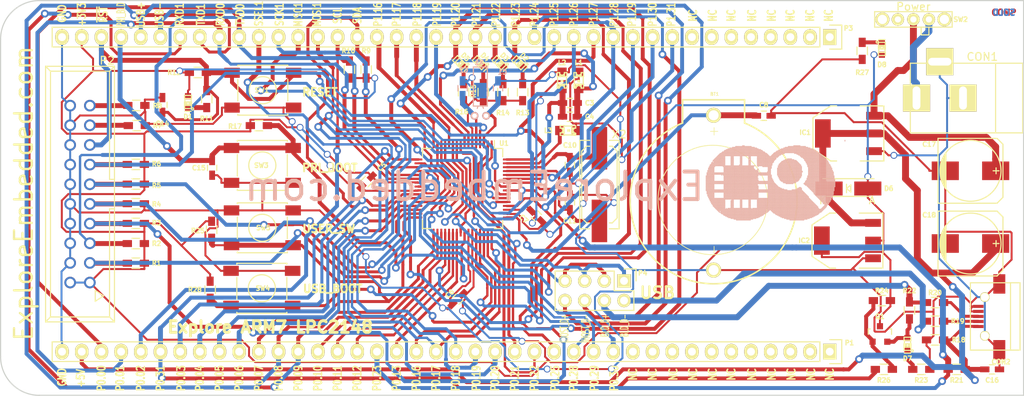
<source format=kicad_pcb>
(kicad_pcb (version 20171130) (host pcbnew "(5.1.12)-1")
  (layers (0 F.Cu signal) (31 B.Cu signal) (34 B.Paste user hide) (35 F.Paste user hide) (36 B.SilkS user hide) (37 F.SilkS user hide) (38 B.Mask user hide) (39 F.Mask user hide) (44 Edge.Cuts user))
  (net 0 "")
  (net 1 "Net-(BT1-Pad1)")
  (net 2 GND)
  (net 3 "Net-(C1-Pad1)")
  (net 4 "Net-(C2-Pad1)")
  (net 5 "Net-(C3-Pad1)")
  (net 6 /VDDA)
  (net 7 +3.3VP)
  (net 8 "Net-(C10-Pad1)")
  (net 9 "Net-(C11-Pad2)")
  (net 10 /~RST)
  (net 11 PRI_BLD)
  (net 12 +5V)
  (net 13 "Net-(C17-Pad1)")
  (net 14 "Net-(CON1-Pad1)")
  (net 15 "Net-(CON2-Pad2)")
  (net 16 "Net-(CON2-Pad3)")
  (net 17 "Net-(D1-Pad2)")
  (net 18 "Net-(D2-Pad2)")
  (net 19 /u_led_1)
  (net 20 "Net-(D3-Pad2)")
  (net 21 /u_led_2)
  (net 22 "Net-(D4-Pad2)")
  (net 23 /u_led_3)
  (net 24 "Net-(D5-Pad2)")
  (net 25 /u_led_4)
  (net 26 "Net-(D7-Pad2)")
  (net 27 "Net-(D7-Pad1)")
  (net 28 "Net-(D8-Pad2)")
  (net 29 "Net-(L3-Pad2)")
  (net 30 "Net-(P1-Pad1)")
  (net 31 "Net-(P1-Pad2)")
  (net 32 "Net-(P1-Pad3)")
  (net 33 "Net-(P1-Pad4)")
  (net 34 "Net-(P1-Pad5)")
  (net 35 "Net-(P1-Pad6)")
  (net 36 "Net-(P1-Pad7)")
  (net 37 "Net-(P1-Pad8)")
  (net 38 "Net-(P1-Pad9)")
  (net 39 "Net-(P1-Pad10)")
  (net 40 "Net-(P1-Pad11)")
  (net 41 "Net-(P1-Pad12)")
  (net 42 "Net-(P1-Pad13)")
  (net 43 "Net-(P1-Pad14)")
  (net 44 "Net-(P1-Pad15)")
  (net 45 "Net-(P1-Pad16)")
  (net 46 /SSEL1)
  (net 47 /MOSI1)
  (net 48 /MISO1)
  (net 49 /SCK1)
  (net 50 "Net-(P1-Pad22)")
  (net 51 "Net-(P1-Pad23)")
  (net 52 /VBUS)
  (net 53 "Net-(P1-Pad25)")
  (net 54 "Net-(P1-Pad26)")
  (net 55 "Net-(P1-Pad27)")
  (net 56 /RXD1)
  (net 57 /TXD1)
  (net 58 /u_sw_1)
  (net 59 "Net-(P1-Pad31)")
  (net 60 "Net-(P1-Pad32)")
  (net 61 "Net-(P1-Pad33)")
  (net 62 /SDA0)
  (net 63 /CONNECT)
  (net 64 /SCL0)
  (net 65 /RXD0)
  (net 66 /TXD0)
  (net 67 /~TRST)
  (net 68 /TDI)
  (net 69 /TMS)
  (net 70 /TCK)
  (net 71 /RTCK)
  (net 72 /TD0)
  (net 73 "Net-(P2-Pad17)")
  (net 74 "Net-(P2-Pad19)")
  (net 75 "Net-(P3-Pad1)")
  (net 76 "Net-(P3-Pad2)")
  (net 77 "Net-(P3-Pad3)")
  (net 78 "Net-(P3-Pad4)")
  (net 79 "Net-(P3-Pad5)")
  (net 80 "Net-(P3-Pad6)")
  (net 81 "Net-(P3-Pad7)")
  (net 82 "Net-(P3-Pad8)")
  (net 83 "Net-(P3-Pad15)")
  (net 84 "Net-(P3-Pad16)")
  (net 85 "Net-(P3-Pad21)")
  (net 86 "Net-(P3-Pad22)")
  (net 87 "Net-(P3-Pad23)")
  (net 88 "Net-(P3-Pad24)")
  (net 89 HOST_USB_D-)
  (net 90 HOST_USB_D+)
  (net 91 USB_D-)
  (net 92 "Net-(P4-Pad2)")
  (net 93 USB_D+)
  (net 94 "Net-(P4-Pad4)")
  (net 95 "Net-(Q1-Pad1)")
  (net 96 USB_BLD)
  (net 97 "Net-(P1-Pad17)")
  (module EE:Crystal_Round_Horizontal_2mm_NEW (layer B.Cu) (at 120.904 55.88 180)
    (fp_text reference X1 (at 0.154 6.88 180) (layer B.SilkS) (effects (font (size 0.6 0.6)) (justify mirror)))
    (fp_text value 3.768KHz hide)
    (pad 1 thru_hole circle (at -0.7493 0 180) (size 1.00076 1.00076) (drill 0.59944) (layers *.Cu *.Mask B.SilkS) (net 3 "Net-(C1-Pad1)"))
    (pad 2 thru_hole circle (at 0.7493 0 180) (size 1.00076 1.00076) (drill 0.59944) (layers *.Cu *.Mask B.SilkS) (net 4 "Net-(C2-Pad1)"))
    (pad 3 smd rect (at 0 3.25 180) (size 1.6 2) (layers B.Cu B.Paste B.Mask) (net 2 GND))
  )
  (module EE:BATT_rtc_XL (layer F.Cu) (at 151.003 75.819 90)
    (fp_text reference BT1 (at 22.733 0.127 180) (layer F.SilkS) (effects (font (size 0.4064 0.4064) (thickness 0.0889))))
    (fp_text value CR2032 hide)
    (fp_text user + (at 17.9197 -0.03302 90) (layer F.SilkS) (effects (font (size 1.27 1.27) (thickness 0.0889))))
    (fp_text user - (at 2.58318 -0.03302 90) (layer F.SilkS) (effects (font (size 1.27 1.27) (thickness 0.0889))))
    (pad 1 thru_hole circle (at 19.99996 0 90) (size 1.94818 1.94818) (drill 1.29794) (layers *.Cu *.Mask F.Paste F.SilkS) (net 1 "Net-(BT1-Pad1)"))
    (pad 2 thru_hole circle (at 0 0 90) (size 1.94818 1.94818) (drill 1.29794) (layers *.Cu *.Mask F.Paste F.SilkS) (net 2 GND))
  )
  (module Capacitors_SMD:C_0603_HandSoldering (layer B.Cu) (at 123.19 52.324 90)
    (fp_text reference C1 (at 2.074 0.56 180) (layer B.SilkS) (effects (font (size 0.6 0.6)) (justify mirror)))
    (fp_text value 22pf hide)
    (pad 1 smd rect (at -0.95 0 90) (size 1.2 0.75) (layers B.Cu B.Paste B.Mask) (net 3 "Net-(C1-Pad1)"))
    (pad 2 smd rect (at 0.95 0 90) (size 1.2 0.75) (layers B.Cu B.Paste B.Mask) (net 2 GND))
  )
  (module Capacitors_SMD:C_0603_HandSoldering (layer B.Cu) (at 118.618 52.324 90)
    (fp_text reference C2 (at 2.324 0.132 180) (layer B.SilkS) (effects (font (size 0.6 0.6)) (justify mirror)))
    (fp_text value 22pf hide)
    (pad 1 smd rect (at -0.95 0 90) (size 1.2 0.75) (layers B.Cu B.Paste B.Mask) (net 4 "Net-(C2-Pad1)"))
    (pad 2 smd rect (at 0.95 0 90) (size 1.2 0.75) (layers B.Cu B.Paste B.Mask) (net 2 GND))
  )
  (module Capacitors_SMD:C_0603_HandSoldering (layer F.Cu) (at 132.461 54.229)
    (fp_text reference C3 (at 2.54 0) (layer F.SilkS) (effects (font (size 0.6 0.6))))
    (fp_text value 4.7uF hide)
    (pad 1 smd rect (at -0.95 0) (size 1.2 0.75) (layers F.Cu F.Paste F.Mask) (net 5 "Net-(C3-Pad1)"))
    (pad 2 smd rect (at 0.95 0) (size 1.2 0.75) (layers F.Cu F.Paste F.Mask) (net 6 /VDDA))
  )
  (module Capacitors_SMD:C_0603_HandSoldering (layer F.Cu) (at 132.461 56.007)
    (fp_text reference C4 (at 2.54 0) (layer F.SilkS) (effects (font (size 0.6 0.6))))
    (fp_text value 100nf hide)
    (pad 1 smd rect (at -0.95 0) (size 1.2 0.75) (layers F.Cu F.Paste F.Mask) (net 5 "Net-(C3-Pad1)"))
    (pad 2 smd rect (at 0.95 0) (size 1.2 0.75) (layers F.Cu F.Paste F.Mask) (net 6 /VDDA))
  )
  (module Capacitors_SMD:C_0603_HandSoldering (layer F.Cu) (at 106.236 64.389 45)
    (fp_text reference C5 (at 2.738978 0.044901 45) (layer F.SilkS) (effects (font (size 0.6 0.6))))
    (fp_text value 100nf hide)
    (pad 1 smd rect (at -0.95 0 45) (size 1.2 0.75) (layers F.Cu F.Paste F.Mask) (net 2 GND))
    (pad 2 smd rect (at 0.95 0 45) (size 1.2 0.75) (layers F.Cu F.Paste F.Mask) (net 7 +3.3VP))
  )
  (module Capacitors_SMD:C_0603_HandSoldering (layer F.Cu) (at 117.983 79.5655 45)
    (fp_text reference C6 (at -0.224506 -1.212335 45) (layer F.SilkS) (effects (font (size 0.6 0.6))))
    (fp_text value 100nf hide)
    (pad 1 smd rect (at -0.95 0 45) (size 1.2 0.75) (layers F.Cu F.Paste F.Mask) (net 2 GND))
    (pad 2 smd rect (at 0.95 0 45) (size 1.2 0.75) (layers F.Cu F.Paste F.Mask) (net 7 +3.3VP))
  )
  (module Capacitors_SMD:C_0603_HandSoldering (layer F.Cu) (at 128.143 68.834 135)
    (fp_text reference C7 (at 0.898026 -1.436841 135) (layer F.SilkS) (effects (font (size 0.6 0.6))))
    (fp_text value 100nf hide)
    (pad 1 smd rect (at -0.95 0 135) (size 1.2 0.75) (layers F.Cu F.Paste F.Mask) (net 2 GND))
    (pad 2 smd rect (at 0.95 0 135) (size 1.2 0.75) (layers F.Cu F.Paste F.Mask) (net 7 +3.3VP))
  )
  (module Capacitors_SMD:C_0603_HandSoldering (layer F.Cu) (at 157.48 55.88)
    (fp_text reference C8 (at 0 -1.397) (layer F.SilkS) (effects (font (size 0.6 0.6))))
    (fp_text value 100nf hide)
    (pad 1 smd rect (at -0.95 0) (size 1.2 0.75) (layers F.Cu F.Paste F.Mask) (net 1 "Net-(BT1-Pad1)"))
    (pad 2 smd rect (at 0.95 0) (size 1.2 0.75) (layers F.Cu F.Paste F.Mask) (net 2 GND))
  )
  (module Capacitors_SMD:C_0603_HandSoldering (layer F.Cu) (at 132.461 62.23 270)
    (fp_text reference C10 (at -2.54 0) (layer F.SilkS) (effects (font (size 0.6 0.6))))
    (fp_text value 22pf hide)
    (pad 1 smd rect (at -0.95 0 270) (size 1.2 0.75) (layers F.Cu F.Paste F.Mask) (net 8 "Net-(C10-Pad1)"))
    (pad 2 smd rect (at 0.95 0 270) (size 1.2 0.75) (layers F.Cu F.Paste F.Mask) (net 2 GND))
  )
  (module Capacitors_SMD:C_0603_HandSoldering (layer F.Cu) (at 132.461 67.056 270)
    (fp_text reference C11 (at 2.413 0) (layer F.SilkS) (effects (font (size 0.6 0.6))))
    (fp_text value 22pf hide)
    (pad 1 smd rect (at -0.95 0 270) (size 1.2 0.75) (layers F.Cu F.Paste F.Mask) (net 2 GND))
    (pad 2 smd rect (at 0.95 0 270) (size 1.2 0.75) (layers F.Cu F.Paste F.Mask) (net 9 "Net-(C11-Pad2)"))
  )
  (module Capacitors_SMD:C_0603_HandSoldering (layer F.Cu) (at 79.883 54.483 270)
    (fp_text reference C14 (at 2.413 0) (layer F.SilkS) (effects (font (size 0.6 0.6))))
    (fp_text value 100nf hide)
    (pad 1 smd rect (at -0.95 0 270) (size 1.2 0.75) (layers F.Cu F.Paste F.Mask) (net 2 GND))
    (pad 2 smd rect (at 0.95 0 270) (size 1.2 0.75) (layers F.Cu F.Paste F.Mask) (net 10 /~RST))
  )
  (module Capacitors_SMD:C_0603_HandSoldering (layer F.Cu) (at 86.2965 62.611 90)
    (fp_text reference C15 (at 0 -1.7145 180) (layer F.SilkS) (effects (font (size 0.6 0.6))))
    (fp_text value 100nf hide)
    (pad 1 smd rect (at -0.95 0 90) (size 1.2 0.75) (layers F.Cu F.Paste F.Mask) (net 2 GND))
    (pad 2 smd rect (at 0.95 0 90) (size 1.2 0.75) (layers F.Cu F.Paste F.Mask) (net 11 PRI_BLD))
  )
  (module Capacitors_SMD:C_0603_HandSoldering (layer F.Cu) (at 186.944 88.646)
    (fp_text reference C16 (at 0 1.397) (layer F.SilkS) (effects (font (size 0.6 0.6))))
    (fp_text value 100nf hide)
    (pad 1 smd rect (at -0.95 0) (size 1.2 0.75) (layers F.Cu F.Paste F.Mask) (net 12 +5V))
    (pad 2 smd rect (at 0.95 0) (size 1.2 0.75) (layers F.Cu F.Paste F.Mask) (net 2 GND))
  )
  (module Capacitors_SMD:c_elec_8x10.5 (layer F.Cu) (at 184.15 62.992)
    (fp_text reference C17 (at -5.334 -3.429) (layer F.SilkS) (effects (font (size 0.6 0.6))))
    (fp_text value 100uF/25V hide)
    (pad 1 smd rect (at 3.2512 0) (size 3.50012 2.4003) (layers F.Cu F.Paste F.Mask) (net 13 "Net-(C17-Pad1)"))
    (pad 2 smd rect (at -3.2512 0) (size 3.50012 2.4003) (layers F.Cu F.Paste F.Mask) (net 2 GND))
  )
  (module Capacitors_SMD:c_elec_8x10.5 (layer F.Cu) (at 184.15 72.39)
    (fp_text reference C18 (at -5.334 -3.683) (layer F.SilkS) (effects (font (size 0.6 0.6))))
    (fp_text value 100uF/25V hide)
    (pad 1 smd rect (at 3.2512 0) (size 3.50012 2.4003) (layers F.Cu F.Paste F.Mask) (net 12 +5V))
    (pad 2 smd rect (at -3.2512 0) (size 3.50012 2.4003) (layers F.Cu F.Paste F.Mask) (net 2 GND))
  )
  (module Connect:BARREL_JACK (layer F.Cu) (at 183.388 53.594 180)
    (fp_text reference CON1 (at -2.286 5.334) (layer F.SilkS))
    (fp_text value BARREL_JACK hide)
    (pad 1 thru_hole rect (at 6.20014 0 180) (size 3.50012 3.50012) (drill oval 1.00076 2.99974) (layers *.Cu *.Mask F.SilkS) (net 14 "Net-(CON1-Pad1)"))
    (pad 2 thru_hole rect (at 0.20066 0 180) (size 3.50012 3.50012) (drill oval 1.00076 2.99974) (layers *.Cu *.Mask F.SilkS) (net 2 GND))
    (pad 3 thru_hole rect (at 3.2004 4.699 180) (size 3.50012 3.50012) (drill oval 2.99974 1.00076) (layers *.Cu *.Mask F.SilkS) (net 2 GND))
  )
  (module SMD_Packages:SOT-223 (layer F.Cu) (at 168.402 58.166 90)
    (fp_text reference IC1 (at 0.127 -5.588 180) (layer F.SilkS) (effects (font (size 0.6 0.6))))
    (fp_text value LM1117 hide)
    (pad 4 smd rect (at 0 -3.302 90) (size 3.6576 2.032) (layers F.Cu F.Paste F.Mask) (net 12 +5V))
    (pad 2 smd rect (at 0 3.302 90) (size 1.016 2.032) (layers F.Cu F.Paste F.Mask) (net 12 +5V))
    (pad 3 smd rect (at 2.286 3.302 90) (size 1.016 2.032) (layers F.Cu F.Paste F.Mask) (net 13 "Net-(C17-Pad1)"))
    (pad 1 smd rect (at -2.286 3.302 90) (size 1.016 2.032) (layers F.Cu F.Paste F.Mask) (net 2 GND))
  )
  (module SMD_Packages:SOT-223 (layer F.Cu) (at 168.275 72.009 90)
    (fp_text reference IC2 (at 0 -5.588 180) (layer F.SilkS) (effects (font (size 0.6 0.6))))
    (fp_text value LM1117 hide)
    (pad 4 smd rect (at 0 -3.302 90) (size 3.6576 2.032) (layers F.Cu F.Paste F.Mask) (net 7 +3.3VP))
    (pad 2 smd rect (at 0 3.302 90) (size 1.016 2.032) (layers F.Cu F.Paste F.Mask) (net 7 +3.3VP))
    (pad 3 smd rect (at 2.286 3.302 90) (size 1.016 2.032) (layers F.Cu F.Paste F.Mask) (net 12 +5V))
    (pad 1 smd rect (at -2.286 3.302 90) (size 1.016 2.032) (layers F.Cu F.Paste F.Mask) (net 2 GND))
  )
  (module LEDs:LED-0805 (layer F.Cu) (at 133.604 51.308 90)
    (fp_text reference L1 (at 2.286 0 180) (layer F.SilkS) (effects (font (size 0.6 0.6))))
    (fp_text value FER hide)
    (pad 2 smd rect (at 1.04902 0 270) (size 1.19888 1.19888) (layers F.Cu F.Paste F.Mask) (net 7 +3.3VP))
    (pad 1 smd rect (at -1.04902 0 270) (size 1.19888 1.19888) (layers F.Cu F.Paste F.Mask) (net 6 /VDDA))
  )
  (module LEDs:LED-0805 (layer F.Cu) (at 131.445 51.308 90)
    (fp_text reference L2 (at 2.286 0 180) (layer F.SilkS) (effects (font (size 0.6 0.6))))
    (fp_text value FER hide)
    (pad 2 smd rect (at 1.04902 0 270) (size 1.19888 1.19888) (layers F.Cu F.Paste F.Mask) (net 2 GND))
    (pad 1 smd rect (at -1.04902 0 270) (size 1.19888 1.19888) (layers F.Cu F.Paste F.Mask) (net 5 "Net-(C3-Pad1)"))
  )
  (module LEDs:LED-0805 (layer F.Cu) (at 132.207 57.785 180)
    (fp_text reference L3 (at 2.54 0 180) (layer F.SilkS) (effects (font (size 0.6 0.6))))
    (fp_text value FER hide)
    (pad 2 smd rect (at 1.04902 0) (size 1.19888 1.19888) (layers F.Cu F.Paste F.Mask) (net 29 "Net-(L3-Pad2)"))
    (pad 1 smd rect (at -1.04902 0) (size 1.19888 1.19888) (layers F.Cu F.Paste F.Mask) (net 7 +3.3VP))
  )
  (module Pin_Headers:Pin_Header_Straight_1x40 (layer F.Cu) (at 165.989 86.36 270)
    (fp_text reference P1 (at -1.143 -2.54) (layer F.SilkS) (effects (font (size 0.6 0.6))))
    (fp_text value CONN_01X40 hide)
    (pad 1 thru_hole rect (at 0 0 270) (size 2.032 1.7272) (drill 1.016) (layers *.Cu *.Mask F.SilkS) (net 30 "Net-(P1-Pad1)"))
    (pad 2 thru_hole oval (at 0 2.54 270) (size 2.032 1.7272) (drill 1.016) (layers *.Cu *.Mask F.SilkS) (net 31 "Net-(P1-Pad2)"))
    (pad 3 thru_hole oval (at 0 5.08 270) (size 2.032 1.7272) (drill 1.016) (layers *.Cu *.Mask F.SilkS) (net 32 "Net-(P1-Pad3)"))
    (pad 4 thru_hole oval (at 0 7.62 270) (size 2.032 1.7272) (drill 1.016) (layers *.Cu *.Mask F.SilkS) (net 33 "Net-(P1-Pad4)"))
    (pad 5 thru_hole oval (at 0 10.16 270) (size 2.032 1.7272) (drill 1.016) (layers *.Cu *.Mask F.SilkS) (net 34 "Net-(P1-Pad5)"))
    (pad 6 thru_hole oval (at 0 12.7 270) (size 2.032 1.7272) (drill 1.016) (layers *.Cu *.Mask F.SilkS) (net 35 "Net-(P1-Pad6)"))
    (pad 7 thru_hole oval (at 0 15.24 270) (size 2.032 1.7272) (drill 1.016) (layers *.Cu *.Mask F.SilkS) (net 36 "Net-(P1-Pad7)"))
    (pad 8 thru_hole oval (at 0 17.78 270) (size 2.032 1.7272) (drill 1.016) (layers *.Cu *.Mask F.SilkS) (net 37 "Net-(P1-Pad8)"))
    (pad 9 thru_hole oval (at 0 20.32 270) (size 2.032 1.7272) (drill 1.016) (layers *.Cu *.Mask F.SilkS) (net 38 "Net-(P1-Pad9)"))
    (pad 10 thru_hole oval (at 0 22.86 270) (size 2.032 1.7272) (drill 1.016) (layers *.Cu *.Mask F.SilkS) (net 39 "Net-(P1-Pad10)"))
    (pad 11 thru_hole oval (at 0 25.4 270) (size 2.032 1.7272) (drill 1.016) (layers *.Cu *.Mask F.SilkS) (net 40 "Net-(P1-Pad11)"))
    (pad 12 thru_hole oval (at 0 27.94 270) (size 2.032 1.7272) (drill 1.016) (layers *.Cu *.Mask F.SilkS) (net 41 "Net-(P1-Pad12)"))
    (pad 13 thru_hole oval (at 0 30.48 270) (size 2.032 1.7272) (drill 1.016) (layers *.Cu *.Mask F.SilkS) (net 42 "Net-(P1-Pad13)"))
    (pad 14 thru_hole oval (at 0 33.02 270) (size 2.032 1.7272) (drill 1.016) (layers *.Cu *.Mask F.SilkS) (net 43 "Net-(P1-Pad14)"))
    (pad 15 thru_hole oval (at 0 35.56 270) (size 2.032 1.7272) (drill 1.016) (layers *.Cu *.Mask F.SilkS) (net 44 "Net-(P1-Pad15)"))
    (pad 16 thru_hole oval (at 0 38.1 270) (size 2.032 1.7272) (drill 1.016) (layers *.Cu *.Mask F.SilkS) (net 45 "Net-(P1-Pad16)"))
    (pad 17 thru_hole oval (at 0 40.64 270) (size 2.032 1.7272) (drill 1.016) (layers *.Cu *.Mask F.SilkS) (net 97 "Net-(P1-Pad17)"))
    (pad 18 thru_hole oval (at 0 43.18 270) (size 2.032 1.7272) (drill 1.016) (layers *.Cu *.Mask F.SilkS) (net 46 /SSEL1))
    (pad 19 thru_hole oval (at 0 45.72 270) (size 2.032 1.7272) (drill 1.016) (layers *.Cu *.Mask F.SilkS) (net 47 /MOSI1))
    (pad 20 thru_hole oval (at 0 48.26 270) (size 2.032 1.7272) (drill 1.016) (layers *.Cu *.Mask F.SilkS) (net 48 /MISO1))
    (pad 21 thru_hole oval (at 0 50.8 270) (size 2.032 1.7272) (drill 1.016) (layers *.Cu *.Mask F.SilkS) (net 49 /SCK1))
    (pad 22 thru_hole oval (at 0 53.34 270) (size 2.032 1.7272) (drill 1.016) (layers *.Cu *.Mask F.SilkS) (net 50 "Net-(P1-Pad22)"))
    (pad 23 thru_hole oval (at 0 55.88 270) (size 2.032 1.7272) (drill 1.016) (layers *.Cu *.Mask F.SilkS) (net 51 "Net-(P1-Pad23)"))
    (pad 24 thru_hole oval (at 0 58.42 270) (size 2.032 1.7272) (drill 1.016) (layers *.Cu *.Mask F.SilkS) (net 52 /VBUS))
    (pad 25 thru_hole oval (at 0 60.96 270) (size 2.032 1.7272) (drill 1.016) (layers *.Cu *.Mask F.SilkS) (net 53 "Net-(P1-Pad25)"))
    (pad 26 thru_hole oval (at 0 63.5 270) (size 2.032 1.7272) (drill 1.016) (layers *.Cu *.Mask F.SilkS) (net 54 "Net-(P1-Pad26)"))
    (pad 27 thru_hole oval (at 0 66.04 270) (size 2.032 1.7272) (drill 1.016) (layers *.Cu *.Mask F.SilkS) (net 55 "Net-(P1-Pad27)"))
    (pad 28 thru_hole oval (at 0 68.58 270) (size 2.032 1.7272) (drill 1.016) (layers *.Cu *.Mask F.SilkS) (net 56 /RXD1))
    (pad 29 thru_hole oval (at 0 71.12 270) (size 2.032 1.7272) (drill 1.016) (layers *.Cu *.Mask F.SilkS) (net 57 /TXD1))
    (pad 30 thru_hole oval (at 0 73.66 270) (size 2.032 1.7272) (drill 1.016) (layers *.Cu *.Mask F.SilkS) (net 58 /u_sw_1))
    (pad 31 thru_hole oval (at 0 76.2 270) (size 2.032 1.7272) (drill 1.016) (layers *.Cu *.Mask F.SilkS) (net 59 "Net-(P1-Pad31)"))
    (pad 32 thru_hole oval (at 0 78.74 270) (size 2.032 1.7272) (drill 1.016) (layers *.Cu *.Mask F.SilkS) (net 60 "Net-(P1-Pad32)"))
    (pad 33 thru_hole oval (at 0 81.28 270) (size 2.032 1.7272) (drill 1.016) (layers *.Cu *.Mask F.SilkS) (net 61 "Net-(P1-Pad33)"))
    (pad 34 thru_hole oval (at 0 83.82 270) (size 2.032 1.7272) (drill 1.016) (layers *.Cu *.Mask F.SilkS) (net 62 /SDA0))
    (pad 35 thru_hole oval (at 0 86.36 270) (size 2.032 1.7272) (drill 1.016) (layers *.Cu *.Mask F.SilkS) (net 63 /CONNECT))
    (pad 36 thru_hole oval (at 0 88.9 270) (size 2.032 1.7272) (drill 1.016) (layers *.Cu *.Mask F.SilkS) (net 64 /SCL0))
    (pad 37 thru_hole oval (at 0 91.44 270) (size 2.032 1.7272) (drill 1.016) (layers *.Cu *.Mask F.SilkS) (net 65 /RXD0))
    (pad 38 thru_hole oval (at 0 93.98 270) (size 2.032 1.7272) (drill 1.016) (layers *.Cu *.Mask F.SilkS) (net 66 /TXD0))
    (pad 39 thru_hole oval (at 0 96.52 270) (size 2.032 1.7272) (drill 1.016) (layers *.Cu *.Mask F.SilkS) (net 12 +5V))
    (pad 40 thru_hole oval (at 0 99.06 270) (size 2.032 1.7272) (drill 1.016) (layers *.Cu *.Mask F.SilkS) (net 2 GND))
  )
  (module Connect:VASCH10x2 (layer F.Cu) (at 69.25 66 90)
    (fp_text reference P2 (at 17.25 3.5 180) (layer F.SilkS))
    (fp_text value JTAG hide)
    (pad 1 thru_hole circle (at -11.43 1.27 90) (size 1.50622 1.50622) (drill 0.99822) (layers *.Cu *.Mask) (net 7 +3.3VP))
    (pad 2 thru_hole circle (at -11.43 -1.27 90) (size 1.50622 1.50622) (drill 0.99822) (layers *.Cu *.Mask) (net 7 +3.3VP))
    (pad 3 thru_hole circle (at -8.89 1.27 90) (size 1.50622 1.50622) (drill 0.99822) (layers *.Cu *.Mask) (net 67 /~TRST))
    (pad 4 thru_hole circle (at -8.89 -1.27 90) (size 1.50622 1.50622) (drill 0.99822) (layers *.Cu *.Mask) (net 2 GND))
    (pad 5 thru_hole circle (at -6.35 1.27 90) (size 1.50622 1.50622) (drill 0.99822) (layers *.Cu *.Mask) (net 68 /TDI))
    (pad 6 thru_hole circle (at -6.35 -1.27 90) (size 1.50622 1.50622) (drill 0.99822) (layers *.Cu *.Mask) (net 2 GND))
    (pad 7 thru_hole circle (at -3.81 1.27 90) (size 1.50622 1.50622) (drill 0.99822) (layers *.Cu *.Mask) (net 69 /TMS))
    (pad 8 thru_hole circle (at -3.81 -1.27 90) (size 1.50622 1.50622) (drill 0.99822) (layers *.Cu *.Mask) (net 2 GND))
    (pad 9 thru_hole circle (at -1.27 1.27 90) (size 1.50622 1.50622) (drill 0.99822) (layers *.Cu *.Mask) (net 70 /TCK))
    (pad 10 thru_hole circle (at -1.27 -1.27 90) (size 1.50622 1.50622) (drill 0.99822) (layers *.Cu *.Mask) (net 2 GND))
    (pad 11 thru_hole circle (at 1.27 1.27 90) (size 1.50622 1.50622) (drill 0.99822) (layers *.Cu *.Mask) (net 71 /RTCK))
    (pad 12 thru_hole circle (at 1.27 -1.27 90) (size 1.50622 1.50622) (drill 0.99822) (layers *.Cu *.Mask) (net 2 GND))
    (pad 13 thru_hole circle (at 3.81 1.27 90) (size 1.50622 1.50622) (drill 0.99822) (layers *.Cu *.Mask) (net 72 /TD0))
    (pad 14 thru_hole circle (at 3.81 -1.27 90) (size 1.50622 1.50622) (drill 0.99822) (layers *.Cu *.Mask) (net 2 GND))
    (pad 15 thru_hole circle (at 6.35 1.27 90) (size 1.50622 1.50622) (drill 0.99822) (layers *.Cu *.Mask) (net 10 /~RST))
    (pad 16 thru_hole circle (at 6.35 -1.27 90) (size 1.50622 1.50622) (drill 0.99822) (layers *.Cu *.Mask) (net 2 GND))
    (pad 17 thru_hole circle (at 8.89 1.27 90) (size 1.50622 1.50622) (drill 0.99822) (layers *.Cu *.Mask) (net 73 "Net-(P2-Pad17)"))
    (pad 18 thru_hole circle (at 8.89 -1.27 90) (size 1.50622 1.50622) (drill 0.99822) (layers *.Cu *.Mask) (net 2 GND))
    (pad 19 thru_hole circle (at 11.43 1.27 90) (size 1.50622 1.50622) (drill 0.99822) (layers *.Cu *.Mask) (net 74 "Net-(P2-Pad19)"))
    (pad 20 thru_hole circle (at 11.43 -1.27 90) (size 1.50622 1.50622) (drill 0.99822) (layers *.Cu *.Mask) (net 2 GND))
  )
  (module Pin_Headers:Pin_Header_Straight_1x40 (layer F.Cu) (at 165.989 45.72 270)
    (fp_text reference P3 (at -1.143 -2.413) (layer F.SilkS) (effects (font (size 0.6 0.6))))
    (fp_text value CONN_01X40 hide)
    (pad 1 thru_hole rect (at 0 0 270) (size 2.032 1.7272) (drill 1.016) (layers *.Cu *.Mask F.SilkS) (net 75 "Net-(P3-Pad1)"))
    (pad 2 thru_hole oval (at 0 2.54 270) (size 2.032 1.7272) (drill 1.016) (layers *.Cu *.Mask F.SilkS) (net 76 "Net-(P3-Pad2)"))
    (pad 3 thru_hole oval (at 0 5.08 270) (size 2.032 1.7272) (drill 1.016) (layers *.Cu *.Mask F.SilkS) (net 77 "Net-(P3-Pad3)"))
    (pad 4 thru_hole oval (at 0 7.62 270) (size 2.032 1.7272) (drill 1.016) (layers *.Cu *.Mask F.SilkS) (net 78 "Net-(P3-Pad4)"))
    (pad 5 thru_hole oval (at 0 10.16 270) (size 2.032 1.7272) (drill 1.016) (layers *.Cu *.Mask F.SilkS) (net 79 "Net-(P3-Pad5)"))
    (pad 6 thru_hole oval (at 0 12.7 270) (size 2.032 1.7272) (drill 1.016) (layers *.Cu *.Mask F.SilkS) (net 80 "Net-(P3-Pad6)"))
    (pad 7 thru_hole oval (at 0 15.24 270) (size 2.032 1.7272) (drill 1.016) (layers *.Cu *.Mask F.SilkS) (net 81 "Net-(P3-Pad7)"))
    (pad 8 thru_hole oval (at 0 17.78 270) (size 2.032 1.7272) (drill 1.016) (layers *.Cu *.Mask F.SilkS) (net 82 "Net-(P3-Pad8)"))
    (pad 9 thru_hole oval (at 0 20.32 270) (size 2.032 1.7272) (drill 1.016) (layers *.Cu *.Mask F.SilkS) (net 67 /~TRST))
    (pad 10 thru_hole oval (at 0 22.86 270) (size 2.032 1.7272) (drill 1.016) (layers *.Cu *.Mask F.SilkS) (net 69 /TMS))
    (pad 11 thru_hole oval (at 0 25.4 270) (size 2.032 1.7272) (drill 1.016) (layers *.Cu *.Mask F.SilkS) (net 70 /TCK))
    (pad 12 thru_hole oval (at 0 27.94 270) (size 2.032 1.7272) (drill 1.016) (layers *.Cu *.Mask F.SilkS) (net 68 /TDI))
    (pad 13 thru_hole oval (at 0 30.48 270) (size 2.032 1.7272) (drill 1.016) (layers *.Cu *.Mask F.SilkS) (net 72 /TD0))
    (pad 14 thru_hole oval (at 0 33.02 270) (size 2.032 1.7272) (drill 1.016) (layers *.Cu *.Mask F.SilkS) (net 71 /RTCK))
    (pad 15 thru_hole oval (at 0 35.56 270) (size 2.032 1.7272) (drill 1.016) (layers *.Cu *.Mask F.SilkS) (net 83 "Net-(P3-Pad15)"))
    (pad 16 thru_hole oval (at 0 38.1 270) (size 2.032 1.7272) (drill 1.016) (layers *.Cu *.Mask F.SilkS) (net 84 "Net-(P3-Pad16)"))
    (pad 17 thru_hole oval (at 0 40.64 270) (size 2.032 1.7272) (drill 1.016) (layers *.Cu *.Mask F.SilkS) (net 19 /u_led_1))
    (pad 18 thru_hole oval (at 0 43.18 270) (size 2.032 1.7272) (drill 1.016) (layers *.Cu *.Mask F.SilkS) (net 21 /u_led_2))
    (pad 19 thru_hole oval (at 0 45.72 270) (size 2.032 1.7272) (drill 1.016) (layers *.Cu *.Mask F.SilkS) (net 23 /u_led_3))
    (pad 20 thru_hole oval (at 0 48.26 270) (size 2.032 1.7272) (drill 1.016) (layers *.Cu *.Mask F.SilkS) (net 25 /u_led_4))
    (pad 21 thru_hole oval (at 0 50.8 270) (size 2.032 1.7272) (drill 1.016) (layers *.Cu *.Mask F.SilkS) (net 85 "Net-(P3-Pad21)"))
    (pad 22 thru_hole oval (at 0 53.34 270) (size 2.032 1.7272) (drill 1.016) (layers *.Cu *.Mask F.SilkS) (net 86 "Net-(P3-Pad22)"))
    (pad 23 thru_hole oval (at 0 55.88 270) (size 2.032 1.7272) (drill 1.016) (layers *.Cu *.Mask F.SilkS) (net 87 "Net-(P3-Pad23)"))
    (pad 24 thru_hole oval (at 0 58.42 270) (size 2.032 1.7272) (drill 1.016) (layers *.Cu *.Mask F.SilkS) (net 88 "Net-(P3-Pad24)"))
    (pad 25 thru_hole oval (at 0 60.96 270) (size 2.032 1.7272) (drill 1.016) (layers *.Cu *.Mask F.SilkS) (net 62 /SDA0))
    (pad 26 thru_hole oval (at 0 63.5 270) (size 2.032 1.7272) (drill 1.016) (layers *.Cu *.Mask F.SilkS) (net 64 /SCL0))
    (pad 27 thru_hole oval (at 0 66.04 270) (size 2.032 1.7272) (drill 1.016) (layers *.Cu *.Mask F.SilkS) (net 47 /MOSI1))
    (pad 28 thru_hole oval (at 0 68.58 270) (size 2.032 1.7272) (drill 1.016) (layers *.Cu *.Mask F.SilkS) (net 48 /MISO1))
    (pad 29 thru_hole oval (at 0 71.12 270) (size 2.032 1.7272) (drill 1.016) (layers *.Cu *.Mask F.SilkS) (net 49 /SCK1))
    (pad 30 thru_hole oval (at 0 73.66 270) (size 2.032 1.7272) (drill 1.016) (layers *.Cu *.Mask F.SilkS) (net 46 /SSEL1))
    (pad 31 thru_hole oval (at 0 76.2 270) (size 2.032 1.7272) (drill 1.016) (layers *.Cu *.Mask F.SilkS) (net 66 /TXD0))
    (pad 32 thru_hole oval (at 0 78.74 270) (size 2.032 1.7272) (drill 1.016) (layers *.Cu *.Mask F.SilkS) (net 65 /RXD0))
    (pad 33 thru_hole oval (at 0 81.28 270) (size 2.032 1.7272) (drill 1.016) (layers *.Cu *.Mask F.SilkS) (net 57 /TXD1))
    (pad 34 thru_hole oval (at 0 83.82 270) (size 2.032 1.7272) (drill 1.016) (layers *.Cu *.Mask F.SilkS) (net 56 /RXD1))
    (pad 35 thru_hole oval (at 0 86.36 270) (size 2.032 1.7272) (drill 1.016) (layers *.Cu *.Mask F.SilkS) (net 89 HOST_USB_D-))
    (pad 36 thru_hole oval (at 0 88.9 270) (size 2.032 1.7272) (drill 1.016) (layers *.Cu *.Mask F.SilkS) (net 90 HOST_USB_D+))
    (pad 37 thru_hole oval (at 0 91.44 270) (size 2.032 1.7272) (drill 1.016) (layers *.Cu *.Mask F.SilkS) (net 11 PRI_BLD))
    (pad 38 thru_hole oval (at 0 93.98 270) (size 2.032 1.7272) (drill 1.016) (layers *.Cu *.Mask F.SilkS) (net 10 /~RST))
    (pad 39 thru_hole oval (at 0 96.52 270) (size 2.032 1.7272) (drill 1.016) (layers *.Cu *.Mask F.SilkS) (net 7 +3.3VP))
    (pad 40 thru_hole oval (at 0 99.06 270) (size 2.032 1.7272) (drill 1.016) (layers *.Cu *.Mask F.SilkS) (net 2 GND))
  )
  (module Pin_Headers:Pin_Header_Straight_2x04 (layer F.Cu) (at 139.446 77.216 270)
    (fp_text reference P4 (at -1.016 -2.413) (layer F.SilkS) (effects (font (size 0.6 0.6))))
    (fp_text value "USB Operation Selection" hide)
    (pad 1 thru_hole rect (at 0 0 270) (size 1.7272 1.7272) (drill 1.016) (layers *.Cu *.Mask F.SilkS) (net 91 USB_D-))
    (pad 2 thru_hole oval (at 2.54 0 270) (size 1.7272 1.7272) (drill 1.016) (layers *.Cu *.Mask F.SilkS) (net 92 "Net-(P4-Pad2)"))
    (pad 3 thru_hole oval (at 0 2.54 270) (size 1.7272 1.7272) (drill 1.016) (layers *.Cu *.Mask F.SilkS) (net 93 USB_D+))
    (pad 4 thru_hole oval (at 2.54 2.54 270) (size 1.7272 1.7272) (drill 1.016) (layers *.Cu *.Mask F.SilkS) (net 94 "Net-(P4-Pad4)"))
    (pad 5 thru_hole oval (at 0 5.08 270) (size 1.7272 1.7272) (drill 1.016) (layers *.Cu *.Mask F.SilkS) (net 91 USB_D-))
    (pad 6 thru_hole oval (at 2.54 5.08 270) (size 1.7272 1.7272) (drill 1.016) (layers *.Cu *.Mask F.SilkS) (net 89 HOST_USB_D-))
    (pad 7 thru_hole oval (at 0 7.62 270) (size 1.7272 1.7272) (drill 1.016) (layers *.Cu *.Mask F.SilkS) (net 93 USB_D+))
    (pad 8 thru_hole oval (at 2.54 7.62 270) (size 1.7272 1.7272) (drill 1.016) (layers *.Cu *.Mask F.SilkS) (net 90 HOST_USB_D+))
  )
  (module Housings_SOT-23_SOT-143_TSOT-6:SOT-23 (layer F.Cu) (at 172.466 84.074)
    (fp_text reference Q1 (at 0 -2.25) (layer F.SilkS) (effects (font (size 0.6 0.6))))
    (fp_text value BC856 hide)
    (pad 1 smd rect (at -0.95 1.00076) (size 0.8001 0.8001) (layers F.Cu F.Paste F.Mask) (net 95 "Net-(Q1-Pad1)"))
    (pad 2 smd rect (at 0.95 1.00076) (size 0.8001 0.8001) (layers F.Cu F.Paste F.Mask) (net 27 "Net-(D7-Pad1)"))
    (pad 3 smd rect (at 0 -0.99822) (size 0.8001 0.8001) (layers F.Cu F.Paste F.Mask) (net 7 +3.3VP))
  )
  (module Resistors_SMD:R_0603_HandSoldering (layer F.Cu) (at 76.454 74.93)
    (fp_text reference R1 (at 2.667 0) (layer F.SilkS) (effects (font (size 0.6 0.6))))
    (fp_text value 10K hide)
    (pad 1 smd rect (at -1.1 0) (size 1.2 0.9) (layers F.Cu F.Paste F.Mask) (net 67 /~TRST))
    (pad 2 smd rect (at 1.1 0) (size 1.2 0.9) (layers F.Cu F.Paste F.Mask) (net 7 +3.3VP))
  )
  (module Resistors_SMD:R_0603_HandSoldering (layer F.Cu) (at 76.454 72.39)
    (fp_text reference R2 (at 2.667 0) (layer F.SilkS) (effects (font (size 0.6 0.6))))
    (fp_text value 10K hide)
    (pad 1 smd rect (at -1.1 0) (size 1.2 0.9) (layers F.Cu F.Paste F.Mask) (net 68 /TDI))
    (pad 2 smd rect (at 1.1 0) (size 1.2 0.9) (layers F.Cu F.Paste F.Mask) (net 7 +3.3VP))
  )
  (module Resistors_SMD:R_0603_HandSoldering (layer F.Cu) (at 76.454 69.7865)
    (fp_text reference R3 (at 2.667 -0.0635) (layer F.SilkS) (effects (font (size 0.6 0.6))))
    (fp_text value 10K hide)
    (pad 1 smd rect (at -1.1 0) (size 1.2 0.9) (layers F.Cu F.Paste F.Mask) (net 69 /TMS))
    (pad 2 smd rect (at 1.1 0) (size 1.2 0.9) (layers F.Cu F.Paste F.Mask) (net 7 +3.3VP))
  )
  (module Resistors_SMD:R_0603_HandSoldering (layer F.Cu) (at 76.454 67.2465)
    (fp_text reference R4 (at 2.667 0.0635) (layer F.SilkS) (effects (font (size 0.6 0.6))))
    (fp_text value 10K hide)
    (pad 1 smd rect (at -1.1 0) (size 1.2 0.9) (layers F.Cu F.Paste F.Mask) (net 70 /TCK))
    (pad 2 smd rect (at 1.1 0) (size 1.2 0.9) (layers F.Cu F.Paste F.Mask) (net 2 GND))
  )
  (module Resistors_SMD:R_0603_HandSoldering (layer F.Cu) (at 76.454 64.7065)
    (fp_text reference R5 (at 2.667 0.1905) (layer F.SilkS) (effects (font (size 0.6 0.6))))
    (fp_text value 10K hide)
    (pad 1 smd rect (at -1.1 0) (size 1.2 0.9) (layers F.Cu F.Paste F.Mask) (net 71 /RTCK))
    (pad 2 smd rect (at 1.1 0) (size 1.2 0.9) (layers F.Cu F.Paste F.Mask) (net 7 +3.3VP))
  )
  (module Resistors_SMD:R_0603_HandSoldering (layer F.Cu) (at 76.454 62.1665)
    (fp_text reference R6 (at 2.667 -0.0635) (layer F.SilkS) (effects (font (size 0.6 0.6))))
    (fp_text value 10K hide)
    (pad 1 smd rect (at -1.1 0) (size 1.2 0.9) (layers F.Cu F.Paste F.Mask) (net 72 /TD0))
    (pad 2 smd rect (at 1.1 0) (size 1.2 0.9) (layers F.Cu F.Paste F.Mask) (net 7 +3.3VP))
  )
  (module Resistors_SMD:R_0603_HandSoldering (layer F.Cu) (at 76.581 57.15)
    (fp_text reference R7 (at 2.667 0) (layer F.SilkS) (effects (font (size 0.6 0.6))))
    (fp_text value 10K hide)
    (pad 1 smd rect (at -1.1 0) (size 1.2 0.9) (layers F.Cu F.Paste F.Mask) (net 73 "Net-(P2-Pad17)"))
    (pad 2 smd rect (at 1.1 0) (size 1.2 0.9) (layers F.Cu F.Paste F.Mask) (net 2 GND))
  )
  (module Resistors_SMD:R_0603_HandSoldering (layer F.Cu) (at 76.5175 54.5465)
    (fp_text reference R8 (at 2.7305 0.0635) (layer F.SilkS) (effects (font (size 0.6 0.6))))
    (fp_text value 10K hide)
    (pad 1 smd rect (at -1.1 0) (size 1.2 0.9) (layers F.Cu F.Paste F.Mask) (net 74 "Net-(P2-Pad19)"))
    (pad 2 smd rect (at 1.1 0) (size 1.2 0.9) (layers F.Cu F.Paste F.Mask) (net 2 GND))
  )
  (module Resistors_SMD:R_0603_HandSoldering (layer F.Cu) (at 106.172 49.911 270)
    (fp_text reference R9 (at -2.413 0) (layer F.SilkS) (effects (font (size 0.6 0.6))))
    (fp_text value 2K hide)
    (pad 1 smd rect (at -1.1 0 270) (size 1.2 0.9) (layers F.Cu F.Paste F.Mask) (net 62 /SDA0))
    (pad 2 smd rect (at 1.1 0 270) (size 1.2 0.9) (layers F.Cu F.Paste F.Mask) (net 7 +3.3VP))
  )
  (module Resistors_SMD:R_0603_HandSoldering (layer F.Cu) (at 104.013 49.911 270)
    (fp_text reference R10 (at -2.413 0.127) (layer F.SilkS) (effects (font (size 0.6 0.6))))
    (fp_text value 2K hide)
    (pad 1 smd rect (at -1.1 0 270) (size 1.2 0.9) (layers F.Cu F.Paste F.Mask) (net 64 /SCL0))
    (pad 2 smd rect (at 1.1 0 270) (size 1.2 0.9) (layers F.Cu F.Paste F.Mask) (net 7 +3.3VP))
  )
  (module Resistors_SMD:R_0603_HandSoldering (layer F.Cu) (at 85.598 53.721 90)
    (fp_text reference R11 (at -2.54 0 180) (layer F.SilkS) (effects (font (size 0.6 0.6))))
    (fp_text value 1K hide)
    (pad 1 smd rect (at -1.1 0 90) (size 1.2 0.9) (layers F.Cu F.Paste F.Mask) (net 17 "Net-(D1-Pad2)"))
    (pad 2 smd rect (at 1.1 0 90) (size 1.2 0.9) (layers F.Cu F.Paste F.Mask) (net 10 /~RST))
  )
  (module Resistors_SMD:R_0603_HandSoldering (layer F.Cu) (at 84.455 50.292 180)
    (fp_text reference R12 (at 3.048 0 180) (layer F.SilkS) (effects (font (size 0.6 0.6))))
    (fp_text value 10K hide)
    (pad 1 smd rect (at -1.1 0 180) (size 1.2 0.9) (layers F.Cu F.Paste F.Mask) (net 10 /~RST))
    (pad 2 smd rect (at 1.1 0 180) (size 1.2 0.9) (layers F.Cu F.Paste F.Mask) (net 7 +3.3VP))
  )
  (module Resistors_SMD:R_0603_HandSoldering (layer F.Cu) (at 126.365 52.832 270)
    (fp_text reference R13 (at 2.667 0) (layer F.SilkS) (effects (font (size 0.6 0.6))))
    (fp_text value 470E hide)
    (pad 1 smd rect (at -1.1 0 270) (size 1.2 0.9) (layers F.Cu F.Paste F.Mask) (net 18 "Net-(D2-Pad2)"))
    (pad 2 smd rect (at 1.1 0 270) (size 1.2 0.9) (layers F.Cu F.Paste F.Mask) (net 2 GND))
  )
  (module Resistors_SMD:R_0603_HandSoldering (layer F.Cu) (at 123.825 52.832 270)
    (fp_text reference R14 (at 2.667 0) (layer F.SilkS) (effects (font (size 0.6 0.6))))
    (fp_text value 470E hide)
    (pad 1 smd rect (at -1.1 0 270) (size 1.2 0.9) (layers F.Cu F.Paste F.Mask) (net 20 "Net-(D3-Pad2)"))
    (pad 2 smd rect (at 1.1 0 270) (size 1.2 0.9) (layers F.Cu F.Paste F.Mask) (net 2 GND))
  )
  (module Resistors_SMD:R_0603_HandSoldering (layer F.Cu) (at 121.285 52.832 270)
    (fp_text reference R15 (at -0.127 1.27 270) (layer F.SilkS) (effects (font (size 0.6 0.6))))
    (fp_text value 470E hide)
    (pad 1 smd rect (at -1.1 0 270) (size 1.2 0.9) (layers F.Cu F.Paste F.Mask) (net 22 "Net-(D4-Pad2)"))
    (pad 2 smd rect (at 1.1 0 270) (size 1.2 0.9) (layers F.Cu F.Paste F.Mask) (net 2 GND))
  )
  (module Resistors_SMD:R_0603_HandSoldering (layer F.Cu) (at 118.745 52.832 270)
    (fp_text reference R16 (at 2.54 0.254) (layer F.SilkS) (effects (font (size 0.6 0.6))))
    (fp_text value 470E hide)
    (pad 1 smd rect (at -1.1 0 270) (size 1.2 0.9) (layers F.Cu F.Paste F.Mask) (net 24 "Net-(D5-Pad2)"))
    (pad 2 smd rect (at 1.1 0 270) (size 1.2 0.9) (layers F.Cu F.Paste F.Mask) (net 2 GND))
  )
  (module Resistors_SMD:R_0603_HandSoldering (layer F.Cu) (at 92.329 57.15 180)
    (fp_text reference R17 (at 3.079 -0.1 180) (layer F.SilkS) (effects (font (size 0.6 0.6))))
    (fp_text value 1K hide)
    (pad 1 smd rect (at -1.1 0 180) (size 1.2 0.9) (layers F.Cu F.Paste F.Mask) (net 11 PRI_BLD))
    (pad 2 smd rect (at 1.1 0 180) (size 1.2 0.9) (layers F.Cu F.Paste F.Mask) (net 7 +3.3VP))
  )
  (module Resistors_SMD:R_0603_HandSoldering (layer F.Cu) (at 179.578 84.836 180)
    (fp_text reference R18 (at -3.048 0 180) (layer F.SilkS) (effects (font (size 0.6 0.6))))
    (fp_text value 100K hide)
    (pad 1 smd rect (at -1.1 0 180) (size 1.2 0.9) (layers F.Cu F.Paste F.Mask) (net 12 +5V))
    (pad 2 smd rect (at 1.1 0 180) (size 1.2 0.9) (layers F.Cu F.Paste F.Mask) (net 2 GND))
  )
  (module Resistors_SMD:R_0603_HandSoldering (layer F.Cu) (at 179.578 82.423)
    (fp_text reference R19 (at 2.921 0) (layer F.SilkS) (effects (font (size 0.6 0.6))))
    (fp_text value 33E hide)
    (pad 1 smd rect (at -1.1 0) (size 1.2 0.9) (layers F.Cu F.Paste F.Mask) (net 92 "Net-(P4-Pad2)"))
    (pad 2 smd rect (at 1.1 0) (size 1.2 0.9) (layers F.Cu F.Paste F.Mask) (net 15 "Net-(CON2-Pad2)"))
  )
  (module Resistors_SMD:R_0603_HandSoldering (layer F.Cu) (at 179.578 80.01)
    (fp_text reference R20 (at 0 -1.27) (layer F.SilkS) (effects (font (size 0.6 0.6))))
    (fp_text value 33E hide)
    (pad 1 smd rect (at -1.1 0) (size 1.2 0.9) (layers F.Cu F.Paste F.Mask) (net 94 "Net-(P4-Pad4)"))
    (pad 2 smd rect (at 1.1 0) (size 1.2 0.9) (layers F.Cu F.Paste F.Mask) (net 16 "Net-(CON2-Pad3)"))
  )
  (module Resistors_SMD:R_0603_HandSoldering (layer F.Cu) (at 182.372 88.646)
    (fp_text reference R21 (at 0 1.397) (layer F.SilkS) (effects (font (size 0.6 0.6))))
    (fp_text value 10K hide)
    (pad 1 smd rect (at -1.1 0) (size 1.2 0.9) (layers F.Cu F.Paste F.Mask) (net 52 /VBUS))
    (pad 2 smd rect (at 1.1 0) (size 1.2 0.9) (layers F.Cu F.Paste F.Mask) (net 12 +5V))
  )
  (module Resistors_SMD:R_0603_HandSoldering (layer F.Cu) (at 176.276 81.026 270)
    (fp_text reference R22 (at -2.54 0) (layer F.SilkS) (effects (font (size 0.6 0.6))))
    (fp_text value 1K5 hide)
    (pad 1 smd rect (at -1.1 0 270) (size 1.2 0.9) (layers F.Cu F.Paste F.Mask) (net 94 "Net-(P4-Pad4)"))
    (pad 2 smd rect (at 1.1 0 270) (size 1.2 0.9) (layers F.Cu F.Paste F.Mask) (net 27 "Net-(D7-Pad1)"))
  )
  (module Resistors_SMD:R_0603_HandSoldering (layer F.Cu) (at 177.8 88.646 180)
    (fp_text reference R23 (at 0 -1.397 180) (layer F.SilkS) (effects (font (size 0.6 0.6))))
    (fp_text value 470E hide)
    (pad 1 smd rect (at -1.1 0 180) (size 1.2 0.9) (layers F.Cu F.Paste F.Mask) (net 2 GND))
    (pad 2 smd rect (at 1.1 0 180) (size 1.2 0.9) (layers F.Cu F.Paste F.Mask) (net 26 "Net-(D7-Pad2)"))
  )
  (module Resistors_SMD:R_0603_HandSoldering (layer F.Cu) (at 172.72 79.756)
    (fp_text reference R24 (at 0 -1.27) (layer F.SilkS) (effects (font (size 0.6 0.6))))
    (fp_text value 10K hide)
    (pad 1 smd rect (at -1.1 0) (size 1.2 0.9) (layers F.Cu F.Paste F.Mask) (net 95 "Net-(Q1-Pad1)"))
    (pad 2 smd rect (at 1.1 0) (size 1.2 0.9) (layers F.Cu F.Paste F.Mask) (net 7 +3.3VP))
  )
  (module Resistors_SMD:R_0603_HandSoldering (layer F.Cu) (at 86.233 70.612 90)
    (fp_text reference R25 (at -0.127 -1.778 180) (layer F.SilkS) (effects (font (size 0.6 0.6))))
    (fp_text value 10K hide)
    (pad 1 smd rect (at -1.1 0 90) (size 1.2 0.9) (layers F.Cu F.Paste F.Mask) (net 58 /u_sw_1))
    (pad 2 smd rect (at 1.1 0 90) (size 1.2 0.9) (layers F.Cu F.Paste F.Mask) (net 7 +3.3VP))
  )
  (module Resistors_SMD:R_0603_HandSoldering (layer F.Cu) (at 172.974 88.646 180)
    (fp_text reference R26 (at 0 -1.397 180) (layer F.SilkS) (effects (font (size 0.6 0.6))))
    (fp_text value 2K hide)
    (pad 1 smd rect (at -1.1 0 180) (size 1.2 0.9) (layers F.Cu F.Paste F.Mask) (net 95 "Net-(Q1-Pad1)"))
    (pad 2 smd rect (at 1.1 0 180) (size 1.2 0.9) (layers F.Cu F.Paste F.Mask) (net 63 /CONNECT))
  )
  (module Resistors_SMD:R_0603_HandSoldering (layer F.Cu) (at 170.18 47.498 90)
    (fp_text reference R27 (at -2.794 0 180) (layer F.SilkS) (effects (font (size 0.6 0.6))))
    (fp_text value 470E hide)
    (pad 1 smd rect (at -1.1 0 90) (size 1.2 0.9) (layers F.Cu F.Paste F.Mask) (net 2 GND))
    (pad 2 smd rect (at 1.1 0 90) (size 1.2 0.9) (layers F.Cu F.Paste F.Mask) (net 28 "Net-(D8-Pad2)"))
  )
  (module Resistors_SMD:R_0603_HandSoldering (layer F.Cu) (at 86.0425 78.359 90)
    (fp_text reference R28 (at 0 -1.9685 180) (layer F.SilkS) (effects (font (size 0.6 0.6))))
    (fp_text value 10K hide)
    (pad 1 smd rect (at -1.1 0 90) (size 1.2 0.9) (layers F.Cu F.Paste F.Mask) (net 96 USB_BLD))
    (pad 2 smd rect (at 1.1 0 90) (size 1.2 0.9) (layers F.Cu F.Paste F.Mask) (net 7 +3.3VP))
  )
  (module Housings_QFP:LQFP-64_10x10mm_Pitch0.5mm (layer F.Cu) (at 118.618 65.278 270)
    (fp_text reference U1 (at -5.842 -5.334) (layer F.SilkS) (effects (font (size 0.6 0.6))))
    (fp_text value LPC2148 hide)
    (pad 1 smd rect (at -5.7 -3.75 270) (size 1 0.25) (layers F.Cu F.Paste F.Mask) (net 97 "Net-(P1-Pad17)"))
    (pad 2 smd rect (at -5.7 -3.25 270) (size 1 0.25) (layers F.Cu F.Paste F.Mask) (net 45 "Net-(P1-Pad16)"))
    (pad 3 smd rect (at -5.7 -2.75 270) (size 1 0.25) (layers F.Cu F.Paste F.Mask) (net 3 "Net-(C1-Pad1)"))
    (pad 4 smd rect (at -5.7 -2.25 270) (size 1 0.25) (layers F.Cu F.Paste F.Mask) (net 85 "Net-(P3-Pad21)"))
    (pad 5 smd rect (at -5.7 -1.75 270) (size 1 0.25) (layers F.Cu F.Paste F.Mask) (net 4 "Net-(C2-Pad1)"))
    (pad 6 smd rect (at -5.7 -1.25 270) (size 1 0.25) (layers F.Cu F.Paste F.Mask) (net 2 GND))
    (pad 7 smd rect (at -5.7 -0.75 270) (size 1 0.25) (layers F.Cu F.Paste F.Mask) (net 6 /VDDA))
    (pad 8 smd rect (at -5.7 -0.25 270) (size 1 0.25) (layers F.Cu F.Paste F.Mask) (net 86 "Net-(P3-Pad22)"))
    (pad 9 smd rect (at -5.7 0.25 270) (size 1 0.25) (layers F.Cu F.Paste F.Mask) (net 44 "Net-(P1-Pad15)"))
    (pad 10 smd rect (at -5.7 0.75 270) (size 1 0.25) (layers F.Cu F.Paste F.Mask) (net 93 USB_D+))
    (pad 11 smd rect (at -5.7 1.25 270) (size 1 0.25) (layers F.Cu F.Paste F.Mask) (net 91 USB_D-))
    (pad 12 smd rect (at -5.7 1.75 270) (size 1 0.25) (layers F.Cu F.Paste F.Mask) (net 87 "Net-(P3-Pad23)"))
    (pad 13 smd rect (at -5.7 2.25 270) (size 1 0.25) (layers F.Cu F.Paste F.Mask) (net 43 "Net-(P1-Pad14)"))
    (pad 14 smd rect (at -5.7 2.75 270) (size 1 0.25) (layers F.Cu F.Paste F.Mask) (net 42 "Net-(P1-Pad13)"))
    (pad 15 smd rect (at -5.7 3.25 270) (size 1 0.25) (layers F.Cu F.Paste F.Mask) (net 41 "Net-(P1-Pad12)"))
    (pad 16 smd rect (at -5.7 3.75 270) (size 1 0.25) (layers F.Cu F.Paste F.Mask) (net 88 "Net-(P3-Pad24)"))
    (pad 17 smd rect (at -3.75 5.7) (size 1 0.25) (layers F.Cu F.Paste F.Mask) (net 63 /CONNECT))
    (pad 18 smd rect (at -3.25 5.7) (size 1 0.25) (layers F.Cu F.Paste F.Mask) (net 2 GND))
    (pad 19 smd rect (at -2.75 5.7) (size 1 0.25) (layers F.Cu F.Paste F.Mask) (net 66 /TXD0))
    (pad 20 smd rect (at -2.25 5.7) (size 1 0.25) (layers F.Cu F.Paste F.Mask) (net 67 /~TRST))
    (pad 21 smd rect (at -1.75 5.7) (size 1 0.25) (layers F.Cu F.Paste F.Mask) (net 65 /RXD0))
    (pad 22 smd rect (at -1.25 5.7) (size 1 0.25) (layers F.Cu F.Paste F.Mask) (net 64 /SCL0))
    (pad 23 smd rect (at -0.75 5.7) (size 1 0.25) (layers F.Cu F.Paste F.Mask) (net 7 +3.3VP))
    (pad 24 smd rect (at -0.25 5.7) (size 1 0.25) (layers F.Cu F.Paste F.Mask) (net 71 /RTCK))
    (pad 25 smd rect (at 0.25 5.7) (size 1 0.25) (layers F.Cu F.Paste F.Mask) (net 2 GND))
    (pad 26 smd rect (at 0.75 5.7) (size 1 0.25) (layers F.Cu F.Paste F.Mask) (net 62 /SDA0))
    (pad 27 smd rect (at 1.25 5.7) (size 1 0.25) (layers F.Cu F.Paste F.Mask) (net 61 "Net-(P1-Pad33)"))
    (pad 28 smd rect (at 1.75 5.7) (size 1 0.25) (layers F.Cu F.Paste F.Mask) (net 83 "Net-(P3-Pad15)"))
    (pad 29 smd rect (at 2.25 5.7) (size 1 0.25) (layers F.Cu F.Paste F.Mask) (net 60 "Net-(P1-Pad32)"))
    (pad 30 smd rect (at 2.75 5.7) (size 1 0.25) (layers F.Cu F.Paste F.Mask) (net 59 "Net-(P1-Pad31)"))
    (pad 31 smd rect (at 3.25 5.7) (size 1 0.25) (layers F.Cu F.Paste F.Mask) (net 58 /u_sw_1))
    (pad 32 smd rect (at 3.75 5.7) (size 1 0.25) (layers F.Cu F.Paste F.Mask) (net 84 "Net-(P3-Pad16)"))
    (pad 33 smd rect (at 5.7 3.75 270) (size 1 0.25) (layers F.Cu F.Paste F.Mask) (net 57 /TXD1))
    (pad 34 smd rect (at 5.7 3.25 270) (size 1 0.25) (layers F.Cu F.Paste F.Mask) (net 56 /RXD1))
    (pad 35 smd rect (at 5.7 2.75 270) (size 1 0.25) (layers F.Cu F.Paste F.Mask) (net 55 "Net-(P1-Pad27)"))
    (pad 36 smd rect (at 5.7 2.25 270) (size 1 0.25) (layers F.Cu F.Paste F.Mask) (net 19 /u_led_1))
    (pad 37 smd rect (at 5.7 1.75 270) (size 1 0.25) (layers F.Cu F.Paste F.Mask) (net 54 "Net-(P1-Pad26)"))
    (pad 38 smd rect (at 5.7 1.25 270) (size 1 0.25) (layers F.Cu F.Paste F.Mask) (net 53 "Net-(P1-Pad25)"))
    (pad 39 smd rect (at 5.7 0.75 270) (size 1 0.25) (layers F.Cu F.Paste F.Mask) (net 51 "Net-(P1-Pad23)"))
    (pad 40 smd rect (at 5.7 0.25 270) (size 1 0.25) (layers F.Cu F.Paste F.Mask) (net 21 /u_led_2))
    (pad 41 smd rect (at 5.7 -0.25 270) (size 1 0.25) (layers F.Cu F.Paste F.Mask) (net 11 PRI_BLD))
    (pad 42 smd rect (at 5.7 -0.75 270) (size 1 0.25) (layers F.Cu F.Paste F.Mask) (net 2 GND))
    (pad 43 smd rect (at 5.7 -1.25 270) (size 1 0.25) (layers F.Cu F.Paste F.Mask) (net 7 +3.3VP))
    (pad 44 smd rect (at 5.7 -1.75 270) (size 1 0.25) (layers F.Cu F.Paste F.Mask) (net 23 /u_led_3))
    (pad 45 smd rect (at 5.7 -2.25 270) (size 1 0.25) (layers F.Cu F.Paste F.Mask) (net 96 USB_BLD))
    (pad 46 smd rect (at 5.7 -2.75 270) (size 1 0.25) (layers F.Cu F.Paste F.Mask) (net 50 "Net-(P1-Pad22)"))
    (pad 47 smd rect (at 5.7 -3.25 270) (size 1 0.25) (layers F.Cu F.Paste F.Mask) (net 49 /SCK1))
    (pad 48 smd rect (at 5.7 -3.75 270) (size 1 0.25) (layers F.Cu F.Paste F.Mask) (net 25 /u_led_4))
    (pad 49 smd rect (at 3.75 -5.7) (size 1 0.25) (layers F.Cu F.Paste F.Mask) (net 1 "Net-(BT1-Pad1)"))
    (pad 50 smd rect (at 3.25 -5.7) (size 1 0.25) (layers F.Cu F.Paste F.Mask) (net 2 GND))
    (pad 51 smd rect (at 2.75 -5.7) (size 1 0.25) (layers F.Cu F.Paste F.Mask) (net 7 +3.3VP))
    (pad 52 smd rect (at 2.25 -5.7) (size 1 0.25) (layers F.Cu F.Paste F.Mask) (net 69 /TMS))
    (pad 53 smd rect (at 1.75 -5.7) (size 1 0.25) (layers F.Cu F.Paste F.Mask) (net 48 /MISO1))
    (pad 54 smd rect (at 1.25 -5.7) (size 1 0.25) (layers F.Cu F.Paste F.Mask) (net 47 /MOSI1))
    (pad 55 smd rect (at 0.75 -5.7) (size 1 0.25) (layers F.Cu F.Paste F.Mask) (net 46 /SSEL1))
    (pad 56 smd rect (at 0.25 -5.7) (size 1 0.25) (layers F.Cu F.Paste F.Mask) (net 70 /TCK))
    (pad 57 smd rect (at -0.25 -5.7) (size 1 0.25) (layers F.Cu F.Paste F.Mask) (net 10 /~RST))
    (pad 58 smd rect (at -0.75 -5.7) (size 1 0.25) (layers F.Cu F.Paste F.Mask) (net 52 /VBUS))
    (pad 59 smd rect (at -1.25 -5.7) (size 1 0.25) (layers F.Cu F.Paste F.Mask) (net 5 "Net-(C3-Pad1)"))
    (pad 60 smd rect (at -1.75 -5.7) (size 1 0.25) (layers F.Cu F.Paste F.Mask) (net 68 /TDI))
    (pad 61 smd rect (at -2.25 -5.7) (size 1 0.25) (layers F.Cu F.Paste F.Mask) (net 9 "Net-(C11-Pad2)"))
    (pad 62 smd rect (at -2.75 -5.7) (size 1 0.25) (layers F.Cu F.Paste F.Mask) (net 8 "Net-(C10-Pad1)"))
    (pad 63 smd rect (at -3.25 -5.7) (size 1 0.25) (layers F.Cu F.Paste F.Mask) (net 29 "Net-(L3-Pad2)"))
    (pad 64 smd rect (at -3.75 -5.7) (size 1 0.25) (layers F.Cu F.Paste F.Mask) (net 72 /TD0))
  )
  (module Crystals_Oscillators_SMD:Q_49U3HMS (layer F.Cu) (at 136.271 64.77 270)
    (fp_text reference X2 (at -6.477 -2.54) (layer F.SilkS))
    (fp_text value 12MHz hide)
    (pad 1 smd rect (at -4.699 0 270) (size 5.4991 1.99898) (layers F.Cu F.Paste F.Mask) (net 8 "Net-(C10-Pad1)"))
    (pad 2 smd rect (at 4.699 0 270) (size 5.4991 1.99898) (layers F.Cu F.Paste F.Mask) (net 9 "Net-(C11-Pad2)"))
  )
  (module EE:SW_PUSH_SMALL_smd_NEW (layer F.Cu) (at 92.837 52.578 180)
    (fp_text reference SW1 (at 0.127 0 180) (layer F.SilkS) (effects (font (size 0.6 0.6))))
    (fp_text value RST hide)
    (pad 2 smd rect (at -3.975 2.25 180) (size 2 1.3) (layers F.Cu F.Paste F.Mask) (net 10 /~RST))
    (pad 1 smd rect (at -3.975 -2.25 180) (size 2 1.3) (layers F.Cu F.Paste F.Mask) (net 2 GND))
    (pad 1 smd rect (at 3.975 -2.25 180) (size 2 1.3) (layers F.Cu F.Paste F.Mask) (net 2 GND))
    (pad 2 smd rect (at 3.975 2.25 180) (size 2 1.3) (layers F.Cu F.Paste F.Mask) (net 10 /~RST))
  )
  (module EE:SW_PUSH_SMALL_smd_NEW (layer F.Cu) (at 92.7735 62.2935 180)
    (fp_text reference SW3 (at 0.127 0 180) (layer F.SilkS) (effects (font (size 0.6 0.6))))
    (fp_text value ISP hide)
    (pad 2 smd rect (at -3.975 2.25 180) (size 2 1.3) (layers F.Cu F.Paste F.Mask) (net 11 PRI_BLD))
    (pad 1 smd rect (at -3.975 -2.25 180) (size 2 1.3) (layers F.Cu F.Paste F.Mask) (net 2 GND))
    (pad 1 smd rect (at 3.975 -2.25 180) (size 2 1.3) (layers F.Cu F.Paste F.Mask) (net 2 GND))
    (pad 2 smd rect (at 3.975 2.25 180) (size 2 1.3) (layers F.Cu F.Paste F.Mask) (net 11 PRI_BLD))
  )
  (module EE:SW_PUSH_SMALL_smd_NEW (layer F.Cu) (at 92.71 78.1685)
    (fp_text reference SW4 (at 0.127 0) (layer F.SilkS) (effects (font (size 0.6 0.6))))
    (fp_text value ISP hide)
    (pad 2 smd rect (at -3.975 2.25) (size 2 1.3) (layers F.Cu F.Paste F.Mask) (net 96 USB_BLD))
    (pad 1 smd rect (at -3.975 -2.25) (size 2 1.3) (layers F.Cu F.Paste F.Mask) (net 2 GND))
    (pad 1 smd rect (at 3.975 -2.25) (size 2 1.3) (layers F.Cu F.Paste F.Mask) (net 2 GND))
    (pad 2 smd rect (at 3.975 2.25) (size 2 1.3) (layers F.Cu F.Paste F.Mask) (net 96 USB_BLD))
  )
  (module EE:SW_PUSH_SMALL_smd_NEW (layer F.Cu) (at 92.7735 70.358)
    (fp_text reference SW5 (at 0.127 0) (layer F.SilkS) (effects (font (size 0.6 0.6))))
    (fp_text value "User Sw1" hide)
    (pad 2 smd rect (at -3.975 2.25) (size 2 1.3) (layers F.Cu F.Paste F.Mask) (net 58 /u_sw_1))
    (pad 1 smd rect (at -3.975 -2.25) (size 2 1.3) (layers F.Cu F.Paste F.Mask) (net 2 GND))
    (pad 1 smd rect (at 3.975 -2.25) (size 2 1.3) (layers F.Cu F.Paste F.Mask) (net 2 GND))
    (pad 2 smd rect (at 3.975 2.25) (size 2 1.3) (layers F.Cu F.Paste F.Mask) (net 58 /u_sw_1))
  )
  (module EE:ZenerDiode_SMD (layer F.Cu) (at 168.402 65.278)
    (fp_text reference D6 (at 5.207 0) (layer F.SilkS) (effects (font (size 0.6 0.6))))
    (fp_text value 1n4148 hide)
    (fp_text user K (at -3.302 1.524) (layer F.SilkS))
    (fp_text user A (at 3.048 1.524) (layer F.SilkS))
    (pad 2 smd rect (at -2.49936 0) (size 3.50012 1.80086) (layers F.Cu F.Paste F.Mask) (net 12 +5V))
    (pad 1 smd rect (at 2.49936 0) (size 3.50012 1.80086) (layers F.Cu F.Paste F.Mask) (net 7 +3.3VP))
  )
  (module EE:LED-0603_NEW (layer F.Cu) (at 83.185 54.102 270)
    (fp_text reference D1 (at 1.905 0) (layer F.SilkS) (effects (font (size 0.6 0.6))))
    (fp_text value LED_Rst hide)
    (pad 1 smd rect (at -0.7493 0 270) (size 0.79756 0.79756) (layers F.Cu F.Paste F.Mask) (net 7 +3.3VP))
    (pad 2 smd rect (at 0.7493 0 270) (size 0.79756 0.79756) (layers F.Cu F.Paste F.Mask) (net 17 "Net-(D1-Pad2)"))
  )
  (module EE:LED-0603_NEW (layer F.Cu) (at 125.857 49.022 315)
    (fp_text reference D2 (at 0 -1.016 315) (layer F.SilkS) (effects (font (size 0.6 0.6))))
    (fp_text value LED hide)
    (pad 1 smd rect (at -0.7493 0 315) (size 0.79756 0.79756) (layers F.Cu F.Paste F.Mask) (net 19 /u_led_1))
    (pad 2 smd rect (at 0.7493 0 315) (size 0.79756 0.79756) (layers F.Cu F.Paste F.Mask) (net 18 "Net-(D2-Pad2)"))
  )
  (module EE:LED-0603_NEW (layer F.Cu) (at 123.317 49.022 315)
    (fp_text reference D3 (at 0 -1.016 315) (layer F.SilkS) (effects (font (size 0.6 0.6))))
    (fp_text value LED hide)
    (pad 1 smd rect (at -0.7493 0 315) (size 0.79756 0.79756) (layers F.Cu F.Paste F.Mask) (net 21 /u_led_2))
    (pad 2 smd rect (at 0.7493 0 315) (size 0.79756 0.79756) (layers F.Cu F.Paste F.Mask) (net 20 "Net-(D3-Pad2)"))
  )
  (module EE:LED-0603_NEW (layer F.Cu) (at 120.777 49.022 315)
    (fp_text reference D4 (at 0 -1.016 315) (layer F.SilkS) (effects (font (size 0.6 0.6))))
    (fp_text value LED hide)
    (pad 1 smd rect (at -0.7493 0 315) (size 0.79756 0.79756) (layers F.Cu F.Paste F.Mask) (net 23 /u_led_3))
    (pad 2 smd rect (at 0.7493 0 315) (size 0.79756 0.79756) (layers F.Cu F.Paste F.Mask) (net 22 "Net-(D4-Pad2)"))
  )
  (module EE:LED-0603_NEW (layer F.Cu) (at 118.237 49.022 315)
    (fp_text reference D5 (at 0 -1.016 315) (layer F.SilkS) (effects (font (size 0.6 0.6))))
    (fp_text value LED hide)
    (pad 1 smd rect (at -0.7493 0 315) (size 0.79756 0.79756) (layers F.Cu F.Paste F.Mask) (net 25 /u_led_4))
    (pad 2 smd rect (at 0.7493 0 315) (size 0.79756 0.79756) (layers F.Cu F.Paste F.Mask) (net 24 "Net-(D5-Pad2)"))
  )
  (module EE:LED-0603_NEW (layer F.Cu) (at 176.022 85.344 270)
    (fp_text reference D7 (at 1.905 0) (layer F.SilkS) (effects (font (size 0.6 0.6))))
    (fp_text value LED_Rst hide)
    (pad 1 smd rect (at -0.7493 0 270) (size 0.79756 0.79756) (layers F.Cu F.Paste F.Mask) (net 27 "Net-(D7-Pad1)"))
    (pad 2 smd rect (at 0.7493 0 270) (size 0.79756 0.79756) (layers F.Cu F.Paste F.Mask) (net 26 "Net-(D7-Pad2)"))
  )
  (module EE:LED-0603_NEW (layer F.Cu) (at 172.72 47.244 90)
    (fp_text reference D8 (at -2.032 0 180) (layer F.SilkS) (effects (font (size 0.6 0.6))))
    (fp_text value PWR hide)
    (pad 1 smd rect (at -0.7493 0 90) (size 0.79756 0.79756) (layers F.Cu F.Paste F.Mask) (net 7 +3.3VP))
    (pad 2 smd rect (at 0.7493 0 90) (size 0.79756 0.79756) (layers F.Cu F.Paste F.Mask) (net 28 "Net-(D8-Pad2)"))
  )
  (module EE:Micro_slide_switch-spst_2mm_new (layer F.Cu) (at 176.784 43.434 180)
    (fp_text reference SW2 (at -6.096 0 180) (layer F.SilkS) (effects (font (size 0.6 0.6))))
    (fp_text value Power (at 0 1.651 180) (layer F.SilkS))
    (pad 1 thru_hole circle (at -2 0 180) (size 1.6 1.6) (drill 0.8) (layers *.Cu *.Mask F.SilkS) (net 14 "Net-(CON1-Pad1)"))
    (pad 2 thru_hole circle (at 0 0 180) (size 1.6 1.6) (drill 0.8) (layers *.Cu *.Mask F.SilkS) (net 13 "Net-(C17-Pad1)"))
    (pad 3 thru_hole circle (at 2 0 180) (size 1.6 1.6) (drill 0.8) (layers *.Cu *.Mask F.SilkS))
    (pad 4 thru_hole circle (at 4 0 180) (size 1.8 1.8) (drill 1.2) (layers *.Cu *.Mask F.SilkS))
    (pad 5 thru_hole circle (at -4 0 180) (size 1.8 1.8) (drill 1.2) (layers *.Cu *.Mask F.SilkS))
  )
  (module EE:USB_Micro-B_SMD (layer F.Cu) (at 185.166 83.1088 180)
    (fp_text reference CON2 (at -2.921 -4.572 180) (layer F.SilkS) (effects (font (size 0.6 0.6))))
    (fp_text value USB-MINI-B hide)
    (pad 1 smd rect (at 0 0 180) (size 1.35 0.4) (layers F.Cu F.Paste F.Mask) (net 12 +5V))
    (pad 2 smd rect (at 0 0.65 180) (size 1.35 0.4) (layers F.Cu F.Paste F.Mask) (net 15 "Net-(CON2-Pad2)"))
    (pad 3 smd rect (at 0 1.3 180) (size 1.35 0.4) (layers F.Cu F.Paste F.Mask) (net 16 "Net-(CON2-Pad3)"))
    (pad 4 smd rect (at 0 1.95 180) (size 1.35 0.4) (layers F.Cu F.Paste F.Mask) (net 2 GND))
    (pad 5 smd rect (at 0 2.6 180) (size 1.35 0.4) (layers F.Cu F.Paste F.Mask) (net 2 GND))
    (pad 6 thru_hole oval (at -0.834 -1.2 180) (size 1.2 1.25) (drill 1) (layers *.Cu *.Mask F.SilkS) (net 2 GND))
    (pad 7 thru_hole oval (at -0.834 3.8 180) (size 1.2 1.25) (drill 1) (layers *.Cu *.Mask F.SilkS) (net 2 GND))
    (pad 8 smd rect (at -2.7 -3 180) (size 1.55 2.5) (layers F.Cu F.Paste F.Mask) (net 2 GND))
    (pad 9 smd rect (at -2.7 5.5 180) (size 1.55 2.5) (layers F.Cu F.Paste F.Mask) (net 2 GND))
  )
  (module "logo:EE_LOGO(2)" (layer B.Cu) (at 168 59 180)
    (fp_text reference EE_LOGO hide)
    (fp_text value "" (at 0 0 180) (layer B.SilkS) (effects (font (size 1.524 1.524)) (justify mirror)))
  )
  (gr_text USB_BOOT (at 101.854 78.232) (layer F.SilkS) (effects (font (size 1 1) (thickness 0.25))))
  (gr_text USER_SW (at 101.346 70.485) (layer F.SilkS) (effects (font (size 1 1) (thickness 0.25))))
  (gr_text PRI_BOOT (at 101.473 62.611) (layer F.SilkS) (effects (font (size 1 1) (thickness 0.25))))
  (gr_text RESET (at 100.203 52.832) (layer F.SilkS) (effects (font (size 1 1) (thickness 0.25))))
  (gr_text "Explore ARM7 LPC2148 " (at 94.361 83.185) (layer F.SilkS) (effects (font (size 1.5 1.5) (thickness 0.375))))
  (gr_text USB (at 143.75 78.75) (layer F.SilkS) (effects (font (size 1.5 1.5) (thickness 0.3))))
  (gr_text BLD_D- (at 139.5 83 90) (layer F.SilkS) (effects (font (size 1.016 0.508) (thickness 0.127))))
  (gr_text BLD_D+ (at 137 83 90) (layer F.SilkS) (effects (font (size 1.016 0.508) (thickness 0.127))))
  (gr_text HOST_D- (at 134.5 83.25 90) (layer F.SilkS) (effects (font (size 1.016 0.508) (thickness 0.127))))
  (gr_text HOST_D+ (at 131.75 83.25 90) (layer F.SilkS) (effects (font (size 1.016 0.508) (thickness 0.127))))
  (gr_text SOLD (at 188.468 42.545) (layer B.Cu) (effects (font (size 0.762 0.762) (thickness 0.1905)) (justify mirror)))
  (gr_text COMP (at 188.468 42.545) (layer F.Cu) (effects (font (size 0.762 0.762) (thickness 0.1905))))
  (gr_text NC (at 165.862 42.926 90) (layer F.SilkS) (effects (font (size 1.016 0.762) (thickness 0.1905))))
  (gr_text NC (at 163.449 42.926 90) (layer F.SilkS) (effects (font (size 1.016 0.762) (thickness 0.1905))))
  (gr_text NC (at 160.909 42.926 90) (layer F.SilkS) (effects (font (size 1.016 0.762) (thickness 0.1905))))
  (gr_text NC (at 158.496 42.926 90) (layer F.SilkS) (effects (font (size 1.016 0.762) (thickness 0.1905))))
  (gr_text NC (at 155.956 42.926 90) (layer F.SilkS) (effects (font (size 1.016 0.762) (thickness 0.1905))))
  (gr_text NC (at 153.289 42.926 90) (layer F.SilkS) (effects (font (size 1.016 0.762) (thickness 0.1905))))
  (gr_text NC (at 150.876 42.926 90) (layer F.SilkS) (effects (font (size 1.016 0.762) (thickness 0.1905))))
  (gr_text NC (at 148.336 42.926 90) (layer F.SilkS) (effects (font (size 1.016 0.762) (thickness 0.1905))))
  (gr_text NC (at 165.989 89.281 90) (layer F.SilkS) (effects (font (size 1.016 0.762) (thickness 0.1905))))
  (gr_text NC (at 163.576 89.281 90) (layer F.SilkS) (effects (font (size 1.016 0.762) (thickness 0.1905))))
  (gr_text NC (at 161.036 89.281 90) (layer F.SilkS) (effects (font (size 1.016 0.762) (thickness 0.1905))))
  (gr_text NC (at 158.496 89.281 90) (layer F.SilkS) (effects (font (size 1.016 0.762) (thickness 0.1905))))
  (gr_text NC (at 155.956 89.281 90) (layer F.SilkS) (effects (font (size 1.016 0.762) (thickness 0.1905))))
  (gr_text NC (at 153.289 89.281 90) (layer F.SilkS) (effects (font (size 1.016 0.762) (thickness 0.1905))))
  (gr_text NC (at 150.876 89.281 90) (layer F.SilkS) (effects (font (size 1.016 0.762) (thickness 0.1905))))
  (gr_text NC (at 148.336 89.281 90) (layer F.SilkS) (effects (font (size 1.016 0.762) (thickness 0.1905))))
  (gr_text NC (at 145.796 89.281 90) (layer F.SilkS) (effects (font (size 1.016 0.762) (thickness 0.1905))))
  (gr_text NC (at 143.129 89.281 90) (layer F.SilkS) (effects (font (size 1.016 0.762) (thickness 0.1905))))
  (gr_text NC (at 140.589 89.281 90) (layer F.SilkS) (effects (font (size 1.016 0.762) (thickness 0.1905))))
  (gr_text ExploreEmbedded.com (at 120.142 65.024) (layer B.SilkS) (effects (font (size 3.556 3.556) (thickness 0.508)) (justify mirror)))
  (gr_text ExploreEmbedded.com (at 61.976 65.913 90) (layer F.SilkS) (effects (font (size 2.286 2.286) (thickness 0.3))))
  (gr_text MOSI1 (at 99.822 42.799 90) (layer F.SilkS) (effects (font (size 1.016 0.6858) (thickness 0.17145))))
  (gr_text +3V3 (at 69.469 42.799 90) (layer F.SilkS) (effects (font (size 1.016 0.762) (thickness 0.1905))))
  (gr_text P1.31 (at 145.542 42.799 90) (layer F.SilkS) (effects (font (size 1.016 0.7112) (thickness 0.1778))))
  (gr_text P1.30 (at 143.129 42.799 90) (layer F.SilkS) (effects (font (size 1.016 0.7112) (thickness 0.1778))))
  (gr_text P1.29 (at 140.462 42.799 90) (layer F.SilkS) (effects (font (size 1.016 0.7112) (thickness 0.1778))))
  (gr_text P1.28 (at 138.176 42.799 90) (layer F.SilkS) (effects (font (size 1.016 0.7112) (thickness 0.1778))))
  (gr_text P1.27 (at 135.509 42.799 90) (layer F.SilkS) (effects (font (size 1.016 0.7112) (thickness 0.1778))))
  (gr_text P1.26 (at 132.969 42.799 90) (layer F.SilkS) (effects (font (size 1.016 0.7112) (thickness 0.1778))))
  (gr_text P1.25 (at 130.429 42.799 90) (layer F.SilkS) (effects (font (size 1.016 0.7112) (thickness 0.1778))))
  (gr_text P1.24 (at 127.889 42.799 90) (layer F.SilkS) (effects (font (size 1.016 0.7112) (thickness 0.1778))))
  (gr_text P1.23 (at 125.476 42.799 90) (layer F.SilkS) (effects (font (size 1.016 0.7112) (thickness 0.1778))))
  (gr_text "P1.22\n" (at 122.936 42.799 90) (layer F.SilkS) (effects (font (size 1.016 0.7112) (thickness 0.1778))))
  (gr_text P1.21 (at 120.396 42.799 90) (layer F.SilkS) (effects (font (size 1.016 0.7112) (thickness 0.1778))))
  (gr_text P1.20 (at 117.729 42.799 90) (layer F.SilkS) (effects (font (size 1.016 0.7112) (thickness 0.1778))))
  (gr_text P1.19 (at 115.316 42.799 90) (layer F.SilkS) (effects (font (size 1.016 0.7112) (thickness 0.1778))))
  (gr_text P1.18 (at 112.776 42.799 90) (layer F.SilkS) (effects (font (size 1.016 0.7112) (thickness 0.1778))))
  (gr_text P1.17 (at 110.109 42.799 90) (layer F.SilkS) (effects (font (size 1.016 0.7112) (thickness 0.1778))))
  (gr_text P1.16 (at 107.696 42.799 90) (layer F.SilkS) (effects (font (size 1.016 0.7112) (thickness 0.1778))))
  (gr_text SDA (at 105.029 42.926 90) (layer F.SilkS) (effects (font (size 1.016 0.762) (thickness 0.1905))))
  (gr_text SCL (at 102.489 42.926 90) (layer F.SilkS) (effects (font (size 1.016 0.762) (thickness 0.1905))))
  (gr_text MISO1 (at 97.409 42.799 90) (layer F.SilkS) (effects (font (size 1.016 0.6858) (thickness 0.17145))))
  (gr_text SCK1 (at 94.996 42.799 90) (layer F.SilkS) (effects (font (size 1.016 0.762) (thickness 0.1905))))
  (gr_text SSEL1 (at 92.329 42.672 90) (layer F.SilkS) (effects (font (size 1.016 0.7112) (thickness 0.1778))))
  (gr_text TXD0 (at 89.916 42.799 90) (layer F.SilkS) (effects (font (size 1.016 0.762) (thickness 0.1905))))
  (gr_text RXD0 (at 87.376 42.799 90) (layer F.SilkS) (effects (font (size 1.016 0.762) (thickness 0.1905))))
  (gr_text TXD1 (at 84.836 42.799 90) (layer F.SilkS) (effects (font (size 1.016 0.762) (thickness 0.1905))))
  (gr_text "RXD1\n\n" (at 82.931 42.799 90) (layer F.SilkS) (effects (font (size 1.016 0.762) (thickness 0.1905))))
  (gr_text "USB-\n" (at 79.502 42.799 90) (layer F.SilkS) (effects (font (size 1.016 0.762) (thickness 0.1905))))
  (gr_text USB+ (at 77.089 42.799 90) (layer F.SilkS) (effects (font (size 1.016 0.762) (thickness 0.1905))))
  (gr_text PRI_BLD (at 74.549 42.799 90) (layer F.SilkS) (effects (font (size 1.016 0.508) (thickness 0.127))))
  (gr_text ~RST (at 72.263 42.799 90) (layer F.SilkS) (effects (font (size 1.016 0.762) (thickness 0.1905))))
  (gr_text GND (at 66.929 42.672 90) (layer F.SilkS) (effects (font (size 1.016 0.762) (thickness 0.1905))))
  (gr_text P0.30 (at 138.176 89.789 90) (layer F.SilkS) (effects (font (size 1.016 0.762) (thickness 0.1905))))
  (gr_text P0.29 (at 135.636 89.789 90) (layer F.SilkS) (effects (font (size 1.016 0.762) (thickness 0.1905))))
  (gr_text P0.28 (at 132.969 89.789 90) (layer F.SilkS) (effects (font (size 1.016 0.762) (thickness 0.1905))))
  (gr_text P0.25 (at 130.556 89.789 90) (layer F.SilkS) (effects (font (size 1.016 0.762) (thickness 0.1905))))
  (gr_text P0.21 (at 125.349 89.789 90) (layer F.SilkS) (effects (font (size 1.016 0.762) (thickness 0.1905))))
  (gr_text P0.22 (at 127.889 89.789 90) (layer F.SilkS) (effects (font (size 1.016 0.762) (thickness 0.1905))))
  (gr_text P0.20 (at 122.809 89.789 90) (layer F.SilkS) (effects (font (size 1.016 0.762) (thickness 0.1905))))
  (gr_text P0.19 (at 120.396 89.789 90) (layer F.SilkS) (effects (font (size 1.016 0.762) (thickness 0.1905))))
  (gr_text P0.18 (at 117.729 89.789 90) (layer F.SilkS) (effects (font (size 1.016 0.762) (thickness 0.1905))))
  (gr_text P0.17 (at 115.189 89.789 90) (layer F.SilkS) (effects (font (size 1.016 0.762) (thickness 0.1905))))
  (gr_text P0.16 (at 112.649 89.789 90) (layer F.SilkS) (effects (font (size 1.016 0.762) (thickness 0.1905))))
  (gr_text P0.13 (at 110.109 89.789 90) (layer F.SilkS) (effects (font (size 1.016 0.762) (thickness 0.1905))))
  (gr_text P0.23 (at 107.569 89.789 90) (layer F.SilkS) (effects (font (size 1.016 0.762) (thickness 0.1905))))
  (gr_text P0.12 (at 105.029 89.789 90) (layer F.SilkS) (effects (font (size 1.016 0.762) (thickness 0.1905))))
  (gr_text P0.11 (at 102.489 89.789 90) (layer F.SilkS) (effects (font (size 1.016 0.762) (thickness 0.1905))))
  (gr_text P0.10 (at 99.949 89.789 90) (layer F.SilkS) (effects (font (size 1.016 0.762) (thickness 0.1905))))
  (gr_text P0.09 (at 97.409 89.789 90) (layer F.SilkS) (effects (font (size 1.016 0.762) (thickness 0.1905))))
  (gr_text P0.08 (at 94.869 89.789 90) (layer F.SilkS) (effects (font (size 1.016 0.762) (thickness 0.1905))))
  (gr_text P0.07 (at 92.329 89.789 90) (layer F.SilkS) (effects (font (size 1.016 0.762) (thickness 0.1905))))
  (gr_text P0.06 (at 89.789 89.789 90) (layer F.SilkS) (effects (font (size 1.016 0.762) (thickness 0.1905))))
  (gr_text P0.05 (at 87.249 89.789 90) (layer F.SilkS) (effects (font (size 1.016 0.762) (thickness 0.1905))))
  (gr_text P0.04 (at 84.709 89.789 90) (layer F.SilkS) (effects (font (size 1.016 0.762) (thickness 0.1905))))
  (gr_text P0.03 (at 82.296 89.789 90) (layer F.SilkS) (effects (font (size 1.016 0.762) (thickness 0.1905))))
  (gr_text P0.31 (at 79.629 89.789 90) (layer F.SilkS) (effects (font (size 1.016 0.762) (thickness 0.1905))))
  (gr_text P0.02 (at 77.089 89.789 90) (layer F.SilkS) (effects (font (size 1.016 0.762) (thickness 0.1905))))
  (gr_text P0.01 (at 74.422 89.789 90) (layer F.SilkS) (effects (font (size 1.016 0.762) (thickness 0.1905))))
  (gr_text P0.00 (at 72.009 89.789 90) (layer F.SilkS) (effects (font (size 1.016 0.762) (thickness 0.1905))))
  (gr_text "+5V\n" (at 69.342 89.789 90) (layer F.SilkS) (effects (font (size 1.016 0.762) (thickness 0.1905))))
  (gr_text GND (at 66.929 89.662 90) (layer F.SilkS) (effects (font (size 1.016 0.762) (thickness 0.1905))))
  (gr_line (start 64 92) (end 191 92) (angle 90) (layer Edge.Cuts) (width 0.15))
  (gr_line (start 59 46) (end 59 87) (angle 90) (layer Edge.Cuts) (width 0.15))
  (gr_line (start 64 41) (end 191 41) (angle 90) (layer Edge.Cuts) (width 0.15))
  (gr_line (start 191 41) (end 191 92) (angle 90) (layer Edge.Cuts) (width 0.15))
  (gr_arc (start 64 87) (end 64 92) (angle 90) (layer Edge.Cuts) (width 0.15))
  (gr_arc (start 64 46) (end 59 46) (angle 90) (layer Edge.Cuts) (width 0.15))
  (via (at 134.1501 67.21094) (size 0.889) (drill 0.635) (layers F.Cu B.Cu) (net 2))
  (via (at 129.88544 71.1962) (size 0.889) (drill 0.635) (layers F.Cu B.Cu) (net 2))
  (segment (start 126.378 71.3613) (end 126.675 71.6585) (width 0.3048) (layer F.Cu) (net 1))
  (segment (start 125.923 70.8609) (end 125.923 70.9066) (width 0.3048) (layer F.Cu) (net 1))
  (segment (start 125.923 70.9066) (end 126.378 71.3613) (width 0.3048) (layer F.Cu) (net 1))
  (segment (start 125.923 69.3826) (end 125.923 70.8609) (width 0.3048) (layer F.Cu) (net 1))
  (segment (start 125.568 69.028) (end 125.923 69.3826) (width 0.3048) (layer F.Cu) (net 1))
  (segment (start 124.318 69.028) (end 125.568 69.028) (width 0.3048) (layer F.Cu) (net 1))
  (segment (start 127.645 73.3196) (end 130.655 73.3196) (width 0.381) (layer B.Cu) (net 1))
  (segment (start 126.914 72.5881) (end 127.645 73.3196) (width 0.508) (layer B.Cu) (net 1))
  (segment (start 127.645 73.3196) (end 130.655 73.3196) (width 0.508) (layer B.Cu) (net 1))
  (segment (start 130.655 73.3196) (end 131.326 72.6491) (width 0.508) (layer B.Cu) (net 1))
  (segment (start 131.326 72.6491) (end 131.846 72.1284) (width 0.508) (layer B.Cu) (net 1))
  (segment (start 131.846 72.1284) (end 133.575 70.3999) (width 0.508) (layer B.Cu) (net 1))
  (segment (start 133.575 70.3999) (end 133.577 70.3999) (width 0.508) (layer B.Cu) (net 1))
  (segment (start 133.577 70.3999) (end 148.158 55.819) (width 0.508) (layer B.Cu) (net 1))
  (segment (start 148.158 55.819) (end 151.003 55.819) (width 0.508) (layer B.Cu) (net 1))
  (segment (start 151.003 55.819) (end 156.469 55.819) (width 0.762) (layer F.Cu) (net 1))
  (segment (start 156.469 55.819) (end 156.53 55.88) (width 0.508) (layer F.Cu) (net 1))
  (segment (start 125.568 69.028) (end 125.923 69.3826) (width 0.254) (layer F.Cu) (net 1))
  (segment (start 125.923 69.3826) (end 125.923 70.8609) (width 0.254) (layer F.Cu) (net 1))
  (segment (start 125.923 70.8609) (end 126.721 71.6585) (width 0.254) (layer F.Cu) (net 1))
  (segment (start 126.378 71.3613) (end 126.853 71.8363) (width 0.3048) (layer F.Cu) (net 1))
  (segment (start 126.853 71.8363) (end 126.853 72.5272) (width 0.3048) (layer F.Cu) (net 1))
  (segment (start 126.853 72.5272) (end 126.914 72.5881) (width 0.3048) (layer F.Cu) (net 1))
  (segment (start 130.655 73.3196) (end 130.693 73.3196) (width 0.381) (layer B.Cu) (net 1))
  (segment (start 130.693 73.3196) (end 131.846 72.1665) (width 0.381) (layer B.Cu) (net 1))
  (segment (start 131.846 72.1665) (end 131.846 72.1284) (width 0.3048) (layer B.Cu) (net 1))
  (via (at 126.914 72.5881) (size 1) (drill 0.55) (layers F.Cu B.Cu) (net 1))
  (segment (start 138.9661 56.2949) (end 138.9661 59.2582) (width 0.254) (layer B.Cu) (net 2))
  (segment (start 138.9661 59.2582) (end 133.5813 64.643) (width 0.254) (layer B.Cu) (net 2))
  (segment (start 132.461 64.643) (end 133.5813 64.643) (width 0.254) (layer F.Cu) (net 2))
  (segment (start 138.9661 56.2949) (end 138.9661 53.9089) (width 0.254) (layer F.Cu) (net 2))
  (segment (start 138.9661 53.9089) (end 134.4119 49.3547) (width 0.254) (layer F.Cu) (net 2))
  (segment (start 134.4119 49.3547) (end 132.8014 49.3547) (width 0.254) (layer F.Cu) (net 2))
  (segment (start 132.8014 49.3547) (end 132.3493 49.8068) (width 0.254) (layer F.Cu) (net 2))
  (segment (start 132.3493 49.8068) (end 132.3493 50.259) (width 0.254) (layer F.Cu) (net 2))
  (segment (start 131.445 50.259) (end 132.3493 50.259) (width 0.254) (layer F.Cu) (net 2))
  (segment (start 132.461 64.643) (end 132.461 63.18) (width 0.254) (layer F.Cu) (net 2))
  (segment (start 132.461 66.106) (end 132.461 64.643) (width 0.254) (layer F.Cu) (net 2))
  (segment (start 116.9913 80.5572) (end 116.9913 79.5124) (width 0.254) (layer F.Cu) (net 2))
  (segment (start 116.9913 79.5124) (end 118.6083 77.8954) (width 0.254) (layer F.Cu) (net 2))
  (segment (start 118.6083 77.8954) (end 118.981 77.8954) (width 0.254) (layer F.Cu) (net 2))
  (segment (start 118.981 77.8954) (end 119.5981 77.2783) (width 0.254) (layer F.Cu) (net 2))
  (segment (start 119.5981 77.2783) (end 119.5981 76) (width 0.254) (layer F.Cu) (net 2))
  (segment (start 119.5981 76) (end 119.368 75.7699) (width 0.254) (layer F.Cu) (net 2))
  (segment (start 119.368 75.7699) (end 119.368 70.978) (width 0.254) (layer F.Cu) (net 2))
  (segment (start 116.9913 80.5572) (end 116.6714 80.8771) (width 0.254) (layer F.Cu) (net 2))
  (segment (start 117.3112 80.2373) (end 116.9913 80.5572) (width 0.254) (layer F.Cu) (net 2))
  (segment (start 101.5116 62.3126) (end 103.779 64.58) (width 0.254) (layer F.Cu) (net 2))
  (segment (start 103.779 64.58) (end 105.0833 64.58) (width 0.254) (layer F.Cu) (net 2))
  (segment (start 105.0833 64.58) (end 105.0834 64.5799) (width 0.254) (layer F.Cu) (net 2))
  (segment (start 96.6258 56.623) (end 96.6258 57.4268) (width 0.254) (layer B.Cu) (net 2))
  (segment (start 96.6258 57.4268) (end 101.5116 62.3126) (width 0.254) (layer B.Cu) (net 2))
  (segment (start 105.5642 65.0608) (end 105.0834 64.5799) (width 0.254) (layer F.Cu) (net 2))
  (segment (start 140.6265 75.819) (end 140.6265 78.2488) (width 0.254) (layer B.Cu) (net 2))
  (segment (start 140.6265 78.2488) (end 140.2879 78.5874) (width 0.254) (layer B.Cu) (net 2))
  (segment (start 140.2879 78.5874) (end 136.3778 78.5874) (width 0.254) (layer B.Cu) (net 2))
  (segment (start 136.3778 78.5874) (end 135.6957 79.2695) (width 0.254) (layer B.Cu) (net 2))
  (segment (start 135.6957 79.2695) (end 135.6957 81.0603) (width 0.254) (layer B.Cu) (net 2))
  (segment (start 135.6957 81.0603) (end 139.2421 84.6067) (width 0.254) (layer B.Cu) (net 2))
  (segment (start 139.2421 84.6067) (end 139.2421 87.1844) (width 0.254) (layer B.Cu) (net 2))
  (segment (start 139.2421 87.1844) (end 137.8173 88.6092) (width 0.254) (layer B.Cu) (net 2))
  (segment (start 138.1505 67.1059) (end 138.1505 67.106) (width 0.254) (layer B.Cu) (net 2))
  (segment (start 138.1505 67.106) (end 137.8709 67.106) (width 0.254) (layer B.Cu) (net 2))
  (segment (start 137.8709 67.106) (end 133.258 71.7189) (width 0.254) (layer B.Cu) (net 2))
  (segment (start 133.258 71.7189) (end 133.258 72.3469) (width 0.254) (layer B.Cu) (net 2))
  (segment (start 133.258 72.3469) (end 134.5736 73.6625) (width 0.254) (layer B.Cu) (net 2))
  (segment (start 134.5736 73.6625) (end 138.47 73.6625) (width 0.254) (layer B.Cu) (net 2))
  (segment (start 138.47 73.6625) (end 140.6265 75.819) (width 0.254) (layer B.Cu) (net 2))
  (segment (start 151.003 75.819) (end 140.6265 75.819) (width 0.254) (layer B.Cu) (net 2))
  (segment (start 137.8173 88.6092) (end 129.5271 88.6092) (width 0.254) (layer F.Cu) (net 2))
  (segment (start 116.0354 80.7065) (end 116.7088 80.7065) (width 0.254) (layer B.Cu) (net 2))
  (segment (start 116.7088 80.7065) (end 121.0932 85.0909) (width 0.254) (layer B.Cu) (net 2))
  (segment (start 121.0932 85.0909) (end 122.2615 85.0909) (width 0.254) (layer B.Cu) (net 2))
  (segment (start 122.2615 85.0909) (end 122.3382 85.0142) (width 0.254) (layer B.Cu) (net 2))
  (segment (start 122.3382 85.0142) (end 123.2982 85.0142) (width 0.254) (layer B.Cu) (net 2))
  (segment (start 123.2982 85.0142) (end 124.079 85.795) (width 0.254) (layer B.Cu) (net 2))
  (segment (start 124.079 85.795) (end 124.079 86.9307) (width 0.254) (layer B.Cu) (net 2))
  (segment (start 124.079 86.9307) (end 125.7575 88.6092) (width 0.254) (layer B.Cu) (net 2))
  (segment (start 125.7575 88.6092) (end 129.5271 88.6092) (width 0.254) (layer B.Cu) (net 2))
  (segment (start 123.8628 51.374) (end 129.3847 51.374) (width 0.254) (layer B.Cu) (net 2))
  (segment (start 129.3847 51.374) (end 130.1892 50.5695) (width 0.254) (layer B.Cu) (net 2))
  (segment (start 88.862 54.828) (end 95.5071 54.828) (width 0.254) (layer F.Cu) (net 2))
  (segment (start 96.812 54.828) (end 95.5071 54.828) (width 0.254) (layer F.Cu) (net 2))
  (segment (start 96.6258 56.623) (end 96.4858 56.623) (width 0.254) (layer F.Cu) (net 2))
  (segment (start 96.4858 56.623) (end 95.5071 55.6443) (width 0.254) (layer F.Cu) (net 2))
  (segment (start 95.5071 55.6443) (end 95.5071 54.828) (width 0.254) (layer F.Cu) (net 2))
  (segment (start 112.8141 65.5706) (end 106.074 65.5706) (width 0.254) (layer F.Cu) (net 2))
  (segment (start 106.074 65.5706) (end 105.5642 65.0608) (width 0.254) (layer F.Cu) (net 2))
  (segment (start 96.7485 68.108) (end 100.17 68.108) (width 0.254) (layer F.Cu) (net 2))
  (segment (start 100.17 68.108) (end 106.1379 74.0759) (width 0.254) (layer F.Cu) (net 2))
  (segment (start 116.0354 80.7065) (end 113.4206 78.0917) (width 0.254) (layer B.Cu) (net 2))
  (segment (start 113.4206 78.0917) (end 108.1605 78.0917) (width 0.254) (layer B.Cu) (net 2))
  (segment (start 108.1605 78.0917) (end 106.1379 76.0691) (width 0.254) (layer B.Cu) (net 2))
  (segment (start 106.1379 76.0691) (end 106.1379 74.0759) (width 0.254) (layer B.Cu) (net 2))
  (segment (start 116.0354 80.7065) (end 116.5007 80.7065) (width 0.254) (layer F.Cu) (net 2))
  (segment (start 116.5007 80.7065) (end 116.6714 80.8771) (width 0.254) (layer F.Cu) (net 2))
  (segment (start 92.7735 68.108) (end 96.7485 68.108) (width 0.254) (layer F.Cu) (net 2))
  (segment (start 77.681 56.9215) (end 77.681 55.3649) (width 0.254) (layer F.Cu) (net 2))
  (segment (start 77.681 55.3649) (end 77.6175 55.3014) (width 0.254) (layer F.Cu) (net 2))
  (segment (start 77.681 57.15) (end 77.681 56.9215) (width 0.254) (layer F.Cu) (net 2))
  (segment (start 77.681 56.9215) (end 86.4185 56.9215) (width 0.254) (layer F.Cu) (net 2))
  (segment (start 86.4185 56.9215) (end 87.5571 55.7829) (width 0.254) (layer F.Cu) (net 2))
  (segment (start 87.5571 55.7829) (end 87.5571 54.828) (width 0.254) (layer F.Cu) (net 2))
  (segment (start 88.862 54.828) (end 87.5571 54.828) (width 0.254) (layer F.Cu) (net 2))
  (segment (start 168.9771 75.574) (end 170.2561 74.295) (width 0.254) (layer F.Cu) (net 2))
  (segment (start 151.003 75.819) (end 168.7321 75.819) (width 0.254) (layer F.Cu) (net 2))
  (segment (start 168.7321 75.819) (end 168.9771 75.574) (width 0.254) (layer F.Cu) (net 2))
  (segment (start 179.383 81.1982) (end 175.707 81.1982) (width 0.254) (layer F.Cu) (net 2))
  (segment (start 175.707 81.1982) (end 173.1244 83.7808) (width 0.254) (layer F.Cu) (net 2))
  (segment (start 173.1244 83.7808) (end 171.8661 83.7808) (width 0.254) (layer F.Cu) (net 2))
  (segment (start 171.8661 83.7808) (end 171.7611 83.6758) (width 0.254) (layer F.Cu) (net 2))
  (segment (start 171.7611 83.6758) (end 171.7611 81.9589) (width 0.254) (layer F.Cu) (net 2))
  (segment (start 171.7611 81.9589) (end 172.5672 81.1528) (width 0.254) (layer F.Cu) (net 2))
  (segment (start 172.5672 81.1528) (end 172.5672 79.1642) (width 0.254) (layer F.Cu) (net 2))
  (segment (start 172.5672 79.1642) (end 168.9771 75.574) (width 0.254) (layer F.Cu) (net 2))
  (segment (start 179.383 81.1982) (end 179.383 79.8196) (width 0.254) (layer F.Cu) (net 2))
  (segment (start 179.383 79.8196) (end 179.9488 79.2538) (width 0.254) (layer F.Cu) (net 2))
  (segment (start 179.9488 79.2538) (end 183.3358 79.2538) (width 0.254) (layer F.Cu) (net 2))
  (segment (start 183.3358 79.2538) (end 184.1861 80.1041) (width 0.254) (layer F.Cu) (net 2))
  (segment (start 178.478 85.2134) (end 179.383 84.3084) (width 0.254) (layer F.Cu) (net 2))
  (segment (start 179.383 84.3084) (end 179.383 81.1982) (width 0.254) (layer F.Cu) (net 2))
  (segment (start 86.9922 68.108) (end 77.6606 68.108) (width 0.254) (layer F.Cu) (net 2))
  (segment (start 77.6606 68.108) (end 77.554 68.0014) (width 0.254) (layer F.Cu) (net 2))
  (segment (start 88.7985 68.108) (end 86.9922 68.108) (width 0.254) (layer F.Cu) (net 2))
  (segment (start 86.9922 68.108) (end 86.9922 70.234) (width 0.254) (layer F.Cu) (net 2))
  (segment (start 86.9922 70.234) (end 86.8092 70.417) (width 0.254) (layer F.Cu) (net 2))
  (segment (start 86.8092 70.417) (end 85.978 70.417) (width 0.254) (layer F.Cu) (net 2))
  (segment (start 85.978 70.417) (end 85.4318 70.9632) (width 0.254) (layer F.Cu) (net 2))
  (segment (start 85.4318 70.9632) (end 85.4318 73.9202) (width 0.254) (layer F.Cu) (net 2))
  (segment (start 85.4318 73.9202) (end 87.4301 75.9185) (width 0.254) (layer F.Cu) (net 2))
  (segment (start 88.735 75.9185) (end 87.4301 75.9185) (width 0.254) (layer F.Cu) (net 2))
  (segment (start 138.1505 67.1059) (end 137.1506 66.106) (width 0.254) (layer F.Cu) (net 2))
  (segment (start 123.8628 51.374) (end 123.19 51.374) (width 0.254) (layer B.Cu) (net 2))
  (segment (start 123.8628 51.374) (end 123.2649 51.374) (width 0.254) (layer B.Cu) (net 2))
  (segment (start 123.2649 51.374) (end 122.0089 52.63) (width 0.254) (layer B.Cu) (net 2))
  (segment (start 120.904 52.63) (end 122.0089 52.63) (width 0.254) (layer B.Cu) (net 2))
  (segment (start 120.904 52.63) (end 119.7991 52.63) (width 0.254) (layer B.Cu) (net 2))
  (segment (start 118.958 51.374) (end 119.7991 52.2151) (width 0.254) (layer B.Cu) (net 2))
  (segment (start 119.7991 52.2151) (end 119.7991 52.63) (width 0.254) (layer B.Cu) (net 2))
  (segment (start 118.958 51.374) (end 119.2979 51.374) (width 0.254) (layer B.Cu) (net 2))
  (segment (start 118.618 51.374) (end 118.958 51.374) (width 0.254) (layer B.Cu) (net 2))
  (segment (start 180.8988 62.992) (end 178.8438 62.992) (width 0.254) (layer F.Cu) (net 2))
  (segment (start 158.43 55.54) (end 167.9093 55.54) (width 0.254) (layer F.Cu) (net 2))
  (segment (start 167.9093 55.54) (end 169.0782 56.7089) (width 0.254) (layer F.Cu) (net 2))
  (segment (start 169.0782 56.7089) (end 172.6978 56.7089) (width 0.254) (layer F.Cu) (net 2))
  (segment (start 172.6978 56.7089) (end 178.8438 62.8549) (width 0.254) (layer F.Cu) (net 2))
  (segment (start 178.8438 62.8549) (end 178.8438 62.992) (width 0.254) (layer F.Cu) (net 2))
  (segment (start 158.43 55.54) (end 158.43 55.2001) (width 0.254) (layer F.Cu) (net 2))
  (segment (start 158.43 55.88) (end 158.43 55.54) (width 0.254) (layer F.Cu) (net 2))
  (segment (start 77.554 68.0014) (end 77.1774 68.378) (width 0.254) (layer F.Cu) (net 2))
  (segment (start 77.1774 68.378) (end 69.088 68.378) (width 0.254) (layer F.Cu) (net 2))
  (segment (start 69.088 68.378) (end 67.98 67.27) (width 0.254) (layer F.Cu) (net 2))
  (segment (start 180.8988 70.8642) (end 180.8988 62.992) (width 0.254) (layer F.Cu) (net 2))
  (segment (start 180.8988 72.39) (end 180.8988 70.8642) (width 0.254) (layer F.Cu) (net 2))
  (segment (start 180.8988 70.8642) (end 189.3002 70.8642) (width 0.254) (layer F.Cu) (net 2))
  (segment (start 189.3002 70.8642) (end 189.4563 71.0203) (width 0.254) (layer F.Cu) (net 2))
  (segment (start 189.4563 71.0203) (end 189.4563 74.4636) (width 0.254) (layer F.Cu) (net 2))
  (segment (start 189.4563 74.4636) (end 187.866 76.0539) (width 0.254) (layer F.Cu) (net 2))
  (segment (start 187.866 77.6088) (end 187.866 76.0539) (width 0.254) (layer F.Cu) (net 2))
  (segment (start 173.0249 60.452) (end 173.568 60.9951) (width 0.254) (layer F.Cu) (net 2))
  (segment (start 173.568 60.9951) (end 174.267 60.9951) (width 0.254) (layer F.Cu) (net 2))
  (segment (start 174.267 60.9951) (end 180.0796 60.9951) (width 0.254) (layer B.Cu) (net 2))
  (segment (start 180.0796 60.9951) (end 180.0796 74.2933) (width 0.254) (layer B.Cu) (net 2))
  (segment (start 180.0796 74.2933) (end 185.0951 79.3088) (width 0.254) (layer B.Cu) (net 2))
  (segment (start 181.1323 53.594) (end 181.1323 59.9424) (width 0.254) (layer B.Cu) (net 2))
  (segment (start 181.1323 59.9424) (end 180.0796 60.9951) (width 0.254) (layer B.Cu) (net 2))
  (segment (start 186 79.3088) (end 185.0951 79.3088) (width 0.254) (layer B.Cu) (net 2))
  (segment (start 180.1876 48.895) (end 180.1876 50.95) (width 0.254) (layer B.Cu) (net 2))
  (segment (start 180.1876 50.95) (end 181.1323 51.8947) (width 0.254) (layer B.Cu) (net 2))
  (segment (start 181.1323 51.8947) (end 181.1323 53.594) (width 0.254) (layer B.Cu) (net 2))
  (segment (start 183.1873 53.594) (end 181.1323 53.594) (width 0.254) (layer B.Cu) (net 2))
  (segment (start 171.704 60.452) (end 173.0249 60.452) (width 0.254) (layer F.Cu) (net 2))
  (segment (start 171.577 74.295) (end 170.2561 74.295) (width 0.254) (layer F.Cu) (net 2))
  (segment (start 131.445 50.259) (end 130.4997 50.259) (width 0.254) (layer F.Cu) (net 2))
  (segment (start 130.4997 50.259) (end 130.1892 50.5695) (width 0.254) (layer F.Cu) (net 2))
  (segment (start 67.98 57.11) (end 69.2418 55.8482) (width 0.254) (layer F.Cu) (net 2))
  (segment (start 69.2418 55.8482) (end 77.0707 55.8482) (width 0.254) (layer F.Cu) (net 2))
  (segment (start 77.0707 55.8482) (end 77.6175 55.3014) (width 0.254) (layer F.Cu) (net 2))
  (segment (start 67.98 74.89) (end 66.8624 76.0076) (width 0.254) (layer B.Cu) (net 2))
  (segment (start 66.8624 76.0076) (end 66.8624 84.9725) (width 0.254) (layer B.Cu) (net 2))
  (segment (start 66.8624 84.9725) (end 66.929 85.0391) (width 0.254) (layer B.Cu) (net 2))
  (segment (start 67.98 72.35) (end 67.98 74.89) (width 0.254) (layer B.Cu) (net 2))
  (segment (start 66.929 86.36) (end 66.929 85.0391) (width 0.254) (layer B.Cu) (net 2))
  (segment (start 67.98 54.57) (end 66.929 53.519) (width 0.254) (layer B.Cu) (net 2))
  (segment (start 66.929 53.519) (end 66.929 45.72) (width 0.254) (layer B.Cu) (net 2))
  (segment (start 67.98 54.57) (end 67.98 57.11) (width 0.254) (layer B.Cu) (net 2))
  (segment (start 67.98 69.81) (end 67.98 72.35) (width 0.254) (layer B.Cu) (net 2))
  (segment (start 67.98 67.27) (end 67.98 69.81) (width 0.254) (layer B.Cu) (net 2))
  (segment (start 67.98 64.73) (end 67.98 67.27) (width 0.254) (layer B.Cu) (net 2))
  (segment (start 67.98 62.19) (end 67.98 64.73) (width 0.254) (layer B.Cu) (net 2))
  (segment (start 67.98 59.65) (end 67.98 62.19) (width 0.254) (layer B.Cu) (net 2))
  (segment (start 67.98 57.11) (end 67.98 59.65) (width 0.254) (layer B.Cu) (net 2))
  (segment (start 92.7735 68.108) (end 88.7985 68.108) (width 0.254) (layer F.Cu) (net 2))
  (segment (start 92.7735 64.5435) (end 88.7985 64.5435) (width 0.254) (layer F.Cu) (net 2))
  (segment (start 96.7485 64.5435) (end 92.7735 64.5435) (width 0.254) (layer F.Cu) (net 2))
  (segment (start 92.7735 68.108) (end 92.7735 64.5435) (width 0.254) (layer F.Cu) (net 2))
  (segment (start 77.6175 54.5465) (end 77.6175 55.3014) (width 0.254) (layer F.Cu) (net 2))
  (segment (start 79.883 53.533) (end 79.2031 53.533) (width 0.254) (layer F.Cu) (net 2))
  (segment (start 77.6175 54.5465) (end 77.6175 53.7916) (width 0.254) (layer F.Cu) (net 2))
  (segment (start 77.6175 53.7916) (end 78.9445 53.7916) (width 0.254) (layer F.Cu) (net 2))
  (segment (start 78.9445 53.7916) (end 79.2031 53.533) (width 0.254) (layer F.Cu) (net 2))
  (segment (start 119.3611 54.5481) (end 120.2537 53.6555) (width 0.254) (layer F.Cu) (net 2))
  (segment (start 119.868 59.578) (end 119.868 57.5222) (width 0.254) (layer F.Cu) (net 2))
  (segment (start 119.868 57.5222) (end 119.2979 56.9521) (width 0.254) (layer F.Cu) (net 2))
  (segment (start 119.2979 56.9521) (end 119.2979 54.6113) (width 0.254) (layer F.Cu) (net 2))
  (segment (start 119.2979 54.6113) (end 119.3611 54.5481) (width 0.254) (layer F.Cu) (net 2))
  (segment (start 118.745 53.932) (end 119.3611 54.5481) (width 0.254) (layer F.Cu) (net 2))
  (segment (start 120.2537 53.6555) (end 119.8451 53.247) (width 0.254) (layer F.Cu) (net 2))
  (segment (start 119.8451 53.247) (end 119.8451 50.961) (width 0.254) (layer F.Cu) (net 2))
  (segment (start 120.6381 53.932) (end 120.5301 53.932) (width 0.254) (layer F.Cu) (net 2))
  (segment (start 120.5301 53.932) (end 120.2537 53.6555) (width 0.254) (layer F.Cu) (net 2))
  (segment (start 119.8451 50.961) (end 119.7109 50.961) (width 0.254) (layer B.Cu) (net 2))
  (segment (start 119.7109 50.961) (end 119.2979 51.374) (width 0.254) (layer B.Cu) (net 2))
  (segment (start 120.9119 53.932) (end 120.6381 53.932) (width 0.254) (layer F.Cu) (net 2))
  (segment (start 123.825 53.932) (end 126.365 53.932) (width 0.254) (layer F.Cu) (net 2))
  (segment (start 121.285 53.932) (end 123.825 53.932) (width 0.254) (layer F.Cu) (net 2))
  (segment (start 120.9119 53.932) (end 121.285 53.932) (width 0.254) (layer F.Cu) (net 2))
  (segment (start 184.1861 80.1041) (end 184.1861 80.5088) (width 0.254) (layer F.Cu) (net 2))
  (segment (start 185.0951 79.3088) (end 184.9814 79.3088) (width 0.254) (layer F.Cu) (net 2))
  (segment (start 184.9814 79.3088) (end 184.1861 80.1041) (width 0.254) (layer F.Cu) (net 2))
  (segment (start 178.478 85.2134) (end 178.478 85.5909) (width 0.254) (layer F.Cu) (net 2))
  (segment (start 178.478 84.836) (end 178.478 85.2134) (width 0.254) (layer F.Cu) (net 2))
  (segment (start 178.9 88.646) (end 178.9 86.0129) (width 0.254) (layer F.Cu) (net 2))
  (segment (start 178.9 86.0129) (end 178.478 85.5909) (width 0.254) (layer F.Cu) (net 2))
  (segment (start 170.18 48.598) (end 165.0321 48.598) (width 0.254) (layer F.Cu) (net 2))
  (segment (start 165.0321 48.598) (end 158.43 55.2001) (width 0.254) (layer F.Cu) (net 2))
  (segment (start 112.8141 65.5706) (end 112.8145 65.5706) (width 0.2498) (layer F.Cu) (net 2))
  (segment (start 112.8145 65.5706) (end 112.8571 65.528) (width 0.2498) (layer F.Cu) (net 2))
  (segment (start 112.918 65.528) (end 112.8571 65.528) (width 0.254) (layer F.Cu) (net 2))
  (segment (start 88.7985 64.5435) (end 87.4936 64.5435) (width 0.254) (layer F.Cu) (net 2))
  (segment (start 86.2965 63.561) (end 86.9764 63.561) (width 0.254) (layer F.Cu) (net 2))
  (segment (start 87.4936 64.5435) (end 87.4936 64.0782) (width 0.254) (layer F.Cu) (net 2))
  (segment (start 87.4936 64.0782) (end 86.9764 63.561) (width 0.254) (layer F.Cu) (net 2))
  (segment (start 96.685 75.9185) (end 88.735 75.9185) (width 0.254) (layer F.Cu) (net 2))
  (segment (start 77.554 67.2465) (end 77.554 68.0014) (width 0.254) (layer F.Cu) (net 2))
  (segment (start 187.894 88.646) (end 187.894 87.9661) (width 0.254) (layer F.Cu) (net 2))
  (segment (start 187.866 86.1088) (end 187.866 87.9381) (width 0.254) (layer F.Cu) (net 2))
  (segment (start 187.866 87.9381) (end 187.894 87.9661) (width 0.254) (layer F.Cu) (net 2))
  (segment (start 187.866 86.1088) (end 187.8 86.1088) (width 0.254) (layer F.Cu) (net 2))
  (segment (start 187.8 86.1088) (end 186 84.3088) (width 0.254) (layer F.Cu) (net 2))
  (segment (start 184.4537 80.5088) (end 184.1861 80.7764) (width 0.254) (layer F.Cu) (net 2))
  (segment (start 184.1861 80.7764) (end 184.1861 81.1588) (width 0.254) (layer F.Cu) (net 2))
  (segment (start 184.6761 80.5088) (end 184.4537 80.5088) (width 0.254) (layer F.Cu) (net 2))
  (segment (start 184.4537 80.5088) (end 184.1861 80.5088) (width 0.254) (layer F.Cu) (net 2))
  (segment (start 185.166 81.1588) (end 184.1861 81.1588) (width 0.254) (layer F.Cu) (net 2))
  (segment (start 185.166 80.5088) (end 184.6761 80.5088) (width 0.254) (layer F.Cu) (net 2))
  (segment (start 186 84.3088) (end 186 79.3088) (width 0.254) (layer B.Cu) (net 2))
  (segment (start 186 79.3088) (end 185.0951 79.3088) (width 0.254) (layer F.Cu) (net 2))
  (segment (start 187.866 77.6088) (end 187.7 77.6088) (width 0.254) (layer F.Cu) (net 2))
  (segment (start 187.7 77.6088) (end 186 79.3088) (width 0.254) (layer F.Cu) (net 2))
  (via (at 138.9661 56.2949) (size 0.889) (layers F.Cu B.Cu) (net 2))
  (via (at 133.5813 64.643) (size 0.889) (layers F.Cu B.Cu) (net 2))
  (via (at 129.5271 88.6092) (size 0.889) (layers F.Cu B.Cu) (net 2))
  (via (at 137.8173 88.6092) (size 0.889) (layers F.Cu B.Cu) (net 2))
  (via (at 96.6258 56.623) (size 0.889) (layers F.Cu B.Cu) (net 2))
  (via (at 101.5116 62.3126) (size 0.889) (layers F.Cu B.Cu) (net 2))
  (via (at 116.0354 80.7065) (size 0.889) (layers F.Cu B.Cu) (net 2))
  (via (at 106.1379 74.0759) (size 0.889) (layers F.Cu B.Cu) (net 2))
  (via (at 138.1505 67.1059) (size 0.889) (layers F.Cu B.Cu) (net 2))
  (via (at 174.267 60.9951) (size 0.889) (layers F.Cu B.Cu) (net 2))
  (via (at 130.1892 50.5695) (size 0.889) (layers F.Cu B.Cu) (net 2))
  (via (at 119.8451 50.961) (size 0.889) (layers F.Cu B.Cu) (net 2))
  (segment (start 124.36079 68.57079) (end 124.318 68.528) (width 0.254) (layer F.Cu) (net 2))
  (segment (start 125.757231 68.57079) (end 124.36079 68.57079) (width 0.254) (layer F.Cu) (net 2))
  (segment (start 126.38021 69.616876) (end 126.38021 69.193069) (width 0.254) (layer F.Cu) (net 2))
  (segment (start 127.258835 70.495501) (end 126.38021 69.616876) (width 0.254) (layer F.Cu) (net 2))
  (segment (start 128.355331 70.495501) (end 127.258835 70.495501) (width 0.254) (layer F.Cu) (net 2))
  (segment (start 128.814751 70.036081) (end 128.355331 70.495501) (width 0.254) (layer F.Cu) (net 2))
  (segment (start 126.38021 69.193069) (end 125.757231 68.57079) (width 0.254) (layer F.Cu) (net 2))
  (segment (start 128.814751 69.505751) (end 128.814751 70.036081) (width 0.254) (layer F.Cu) (net 2))
  (segment (start 128.814751 70.125511) (end 128.814751 70.036081) (width 0.254) (layer F.Cu) (net 2))
  (segment (start 129.88544 71.1962) (end 128.814751 70.125511) (width 0.254) (layer F.Cu) (net 2))
  (segment (start 134.6429 66.71814) (end 134.6429 66.106) (width 0.254) (layer F.Cu) (net 2))
  (segment (start 134.1501 67.21094) (end 134.6429 66.71814) (width 0.254) (layer F.Cu) (net 2))
  (segment (start 134.6429 66.106) (end 132.461 66.106) (width 0.254) (layer F.Cu) (net 2))
  (segment (start 137.1506 66.106) (end 134.6429 66.106) (width 0.254) (layer F.Cu) (net 2))
  (segment (start 130.16484 71.1962) (end 129.88544 71.1962) (width 0.254) (layer B.Cu) (net 2))
  (segment (start 134.1501 67.21094) (end 130.16484 71.1962) (width 0.254) (layer B.Cu) (net 2))
  (segment (start 113.973743 65.910101) (end 113.591642 65.528) (width 0.254) (layer F.Cu) (net 2))
  (segment (start 115.006305 65.910101) (end 113.973743 65.910101) (width 0.254) (layer F.Cu) (net 2))
  (segment (start 115.424801 63.717995) (end 115.424801 65.491605) (width 0.254) (layer F.Cu) (net 2))
  (segment (start 113.591642 65.528) (end 112.918 65.528) (width 0.254) (layer F.Cu) (net 2))
  (segment (start 113.734806 62.028) (end 115.424801 63.717995) (width 0.254) (layer F.Cu) (net 2))
  (segment (start 115.424801 65.491605) (end 115.006305 65.910101) (width 0.254) (layer F.Cu) (net 2))
  (segment (start 112.918 62.028) (end 113.734806 62.028) (width 0.254) (layer F.Cu) (net 2))
  (segment (start 121.6533 55.88) (end 121.653 55.88) (width 0.254) (layer B.Cu) (net 3))
  (segment (start 121.6533 55.88) (end 122.428 55.88) (width 0.3048) (layer F.Cu) (net 3))
  (segment (start 122.301 55.753) (end 121.78 55.753) (width 0.3048) (layer F.Cu) (net 3))
  (segment (start 121.78 55.753) (end 121.653 55.88) (width 0.3048) (layer F.Cu) (net 3))
  (segment (start 121.653 55.88) (end 121.6533 55.88) (width 0.3048) (layer F.Cu) (net 3))
  (segment (start 122.428 55.88) (end 122.809 56.261) (width 0.3048) (layer F.Cu) (net 3))
  (segment (start 122.428 55.88) (end 122.301 55.753) (width 0.381) (layer F.Cu) (net 3))
  (segment (start 122.809 56.261) (end 122.428 55.88) (width 0.381) (layer F.Cu) (net 3))
  (segment (start 123.19 53.274) (end 123.19 54.3433) (width 0.635) (layer B.Cu) (net 3))
  (segment (start 123.19 54.3433) (end 121.653 55.88) (width 0.635) (layer B.Cu) (net 3))
  (segment (start 122.809 57.15) (end 122.809 56.261) (width 0.381) (layer F.Cu) (net 3))
  (segment (start 121.368 59.578) (end 121.368 58.591) (width 0.3048) (layer F.Cu) (net 3))
  (segment (start 121.368 58.591) (end 122.809 57.15) (width 0.3048) (layer F.Cu) (net 3))
  (segment (start 120.1547 55.88) (end 120.155 55.88) (width 0.254) (layer F.Cu) (net 4))
  (segment (start 118.618 53.274) (end 118.618 54.3433) (width 0.635) (layer B.Cu) (net 4))
  (segment (start 118.618 54.3433) (end 119.6427 55.3678) (width 0.635) (layer B.Cu) (net 4))
  (segment (start 119.6427 55.3678) (end 120.1547 55.8798) (width 0.254) (layer B.Cu) (net 4))
  (segment (start 120.1547 55.8798) (end 120.1547 55.88) (width 0.254) (layer B.Cu) (net 4))
  (segment (start 119.6427 55.3678) (end 120.155 55.88) (width 0.635) (layer B.Cu) (net 4))
  (segment (start 120.368 57.63) (end 120.368 56.0933) (width 0.3048) (layer F.Cu) (net 4))
  (segment (start 120.368 56.0933) (end 120.155 55.88) (width 0.3048) (layer F.Cu) (net 4))
  (segment (start 120.368 59.578) (end 120.368 57.63) (width 0.3048) (layer F.Cu) (net 4))
  (segment (start 120.368 59.578) (end 120.368 57.63) (width 0.3048) (layer F.Cu) (net 4))
  (segment (start 129.032 64.389) (end 129.032 59.944) (width 0.508) (layer B.Cu) (net 5))
  (segment (start 129.032 59.944) (end 129.794 59.182) (width 0.508) (layer B.Cu) (net 5))
  (segment (start 129.794 59.182) (end 129.794 56.134) (width 0.508) (layer B.Cu) (net 5))
  (segment (start 129.794 56.134) (end 129.794 54.483) (width 0.508) (layer F.Cu) (net 5))
  (segment (start 129.794 54.483) (end 130.048 54.229) (width 0.508) (layer F.Cu) (net 5))
  (segment (start 130.048 54.229) (end 131.511 54.229) (width 0.508) (layer F.Cu) (net 5))
  (segment (start 124.318 64.028) (end 128.671 64.028) (width 0.3048) (layer F.Cu) (net 5))
  (segment (start 128.671 64.028) (end 129.032 64.389) (width 0.3048) (layer F.Cu) (net 5))
  (segment (start 129.032 64.389) (end 129.159 64.262) (width 0.3048) (layer B.Cu) (net 5))
  (segment (start 131.511 54.229) (end 131.511 52.423) (width 0.762) (layer F.Cu) (net 5))
  (segment (start 131.511 52.423) (end 131.445 52.357) (width 0.3048) (layer F.Cu) (net 5))
  (segment (start 131.445 52.357) (end 131.445 54.163) (width 0.508) (layer F.Cu) (net 5))
  (segment (start 131.445 54.163) (end 131.511 54.229) (width 0.508) (layer F.Cu) (net 5))
  (segment (start 131.511 54.229) (end 131.511 56.007) (width 0.762) (layer F.Cu) (net 5))
  (via (at 129.794 56.134) (size 1) (drill 0.55) (layers F.Cu B.Cu) (net 5))
  (via (at 129.032 64.389) (size 1) (drill 0.55) (layers F.Cu B.Cu) (net 5))
  (segment (start 132.27 47.8155) (end 134.302 47.8155) (width 0.508) (layer F.Cu) (net 6))
  (segment (start 127.876 49.784) (end 129.845 47.8155) (width 0.508) (layer F.Cu) (net 6))
  (segment (start 129.845 47.8155) (end 132.245 47.8155) (width 0.508) (layer F.Cu) (net 6))
  (segment (start 132.245 47.8155) (end 132.27 47.8409) (width 0.3048) (layer F.Cu) (net 6))
  (segment (start 132.27 47.8409) (end 132.27 47.8155) (width 0.3048) (layer F.Cu) (net 6))
  (segment (start 115.76 54.4195) (end 115.76 51.054) (width 0.381) (layer F.Cu) (net 6))
  (segment (start 115.76 51.054) (end 116.142 50.673) (width 0.381) (layer F.Cu) (net 6))
  (segment (start 116.142 50.673) (end 116.268 50.546) (width 0.3048) (layer B.Cu) (net 6))
  (segment (start 116.268 50.546) (end 117.412 50.546) (width 0.508) (layer B.Cu) (net 6))
  (segment (start 117.412 50.546) (end 117.92 50.038) (width 0.508) (layer B.Cu) (net 6))
  (segment (start 117.92 50.038) (end 127.61 50.038) (width 0.508) (layer B.Cu) (net 6))
  (segment (start 127.61 50.038) (end 127.622 50.038) (width 0.3048) (layer B.Cu) (net 6))
  (segment (start 127.622 50.038) (end 127.876 49.784) (width 0.3048) (layer B.Cu) (net 6))
  (segment (start 133.411 54.229) (end 133.411 52.55) (width 0.762) (layer F.Cu) (net 6))
  (segment (start 133.411 52.55) (end 133.604 52.357) (width 0.3048) (layer F.Cu) (net 6))
  (segment (start 133.411 56.007) (end 133.411 54.229) (width 0.762) (layer F.Cu) (net 6))
  (segment (start 134.302 47.8155) (end 135.446 48.9585) (width 0.508) (layer B.Cu) (net 6))
  (segment (start 135.446 48.9585) (end 135.446 52.07) (width 0.508) (layer B.Cu) (net 6))
  (segment (start 135.446 52.07) (end 135.158 52.357) (width 0.508) (layer F.Cu) (net 6))
  (segment (start 135.158 52.357) (end 133.604 52.357) (width 0.508) (layer F.Cu) (net 6))
  (segment (start 119.368 59.578) (end 119.368 58.027) (width 0.3048) (layer F.Cu) (net 6))
  (segment (start 119.368 58.027) (end 115.76 54.4195) (width 0.3048) (layer F.Cu) (net 6))
  (via (at 116.142 50.673) (size 1) (drill 0.55) (layers F.Cu B.Cu) (net 6))
  (via (at 127.876 49.784) (size 1) (drill 0.55) (layers F.Cu B.Cu) (net 6))
  (via (at 134.302 47.8155) (size 1) (drill 0.55) (layers F.Cu B.Cu) (net 6))
  (via (at 135.446 52.07) (size 1) (drill 0.55) (layers F.Cu B.Cu) (net 6))
  (segment (start 132.5417 51.7734) (end 132.506 51.8091) (width 0.254) (layer F.Cu) (net 7))
  (segment (start 132.506 51.8091) (end 132.506 56.5116) (width 0.254) (layer F.Cu) (net 7))
  (segment (start 132.506 56.5116) (end 132.8751 56.8807) (width 0.254) (layer F.Cu) (net 7))
  (segment (start 132.8751 56.8807) (end 133.256 56.8807) (width 0.254) (layer F.Cu) (net 7))
  (segment (start 133.604 51.1633) (end 133.1518 51.1633) (width 0.254) (layer F.Cu) (net 7))
  (segment (start 133.1518 51.1633) (end 132.5417 51.7734) (width 0.254) (layer F.Cu) (net 7))
  (segment (start 132.5417 51.7734) (end 132.1738 51.4055) (width 0.254) (layer F.Cu) (net 7))
  (segment (start 132.1738 51.4055) (end 130.7296 51.4055) (width 0.254) (layer F.Cu) (net 7))
  (segment (start 130.7296 51.4055) (end 128.6631 53.472) (width 0.254) (layer F.Cu) (net 7))
  (segment (start 128.6631 53.472) (end 128.6631 53.9734) (width 0.254) (layer F.Cu) (net 7))
  (segment (start 127.6185 69.7462) (end 128.133 69.2317) (width 0.254) (layer B.Cu) (net 7))
  (segment (start 128.133 69.2317) (end 128.133 54.5035) (width 0.254) (layer B.Cu) (net 7))
  (segment (start 128.133 54.5035) (end 128.6631 53.9734) (width 0.254) (layer B.Cu) (net 7))
  (segment (start 127.4712 68.1622) (end 128.1111 68.8021) (width 0.254) (layer F.Cu) (net 7))
  (segment (start 127.6185 69.7462) (end 127.6185 69.2947) (width 0.254) (layer F.Cu) (net 7))
  (segment (start 127.6185 69.2947) (end 128.1111 68.8021) (width 0.254) (layer F.Cu) (net 7))
  (segment (start 118.8952 79.1341) (end 120.03 77.9993) (width 0.254) (layer F.Cu) (net 7))
  (segment (start 120.03 77.9993) (end 120.03 75.605) (width 0.254) (layer F.Cu) (net 7))
  (segment (start 120.03 75.605) (end 119.868 75.443) (width 0.254) (layer F.Cu) (net 7))
  (segment (start 119.868 75.443) (end 119.868 70.978) (width 0.254) (layer F.Cu) (net 7))
  (segment (start 91.229 57.15) (end 91.229 56.3951) (width 0.254) (layer F.Cu) (net 7))
  (segment (start 91.229 56.3951) (end 94.9944 56.3951) (width 0.254) (layer F.Cu) (net 7))
  (segment (start 94.9944 56.3951) (end 95.9717 57.3724) (width 0.254) (layer F.Cu) (net 7))
  (segment (start 95.9717 57.3724) (end 97.6417 57.3724) (width 0.254) (layer F.Cu) (net 7))
  (segment (start 101.1465 60.8579) (end 97.6611 57.3725) (width 0.254) (layer B.Cu) (net 7))
  (segment (start 97.6611 57.3725) (end 97.6417 57.3725) (width 0.254) (layer B.Cu) (net 7))
  (segment (start 97.6417 57.3725) (end 97.6417 57.3724) (width 0.254) (layer B.Cu) (net 7))
  (segment (start 106.427 63.2363) (end 106.4269 63.2364) (width 0.254) (layer F.Cu) (net 7))
  (segment (start 106.4269 63.2364) (end 103.6436 63.2364) (width 0.254) (layer F.Cu) (net 7))
  (segment (start 103.6436 63.2364) (end 101.2651 60.8579) (width 0.254) (layer F.Cu) (net 7))
  (segment (start 101.2651 60.8579) (end 101.1465 60.8579) (width 0.254) (layer F.Cu) (net 7))
  (segment (start 106.9078 63.7172) (end 106.427 63.2363) (width 0.254) (layer F.Cu) (net 7))
  (segment (start 91.229 57.5274) (end 91.229 57.15) (width 0.254) (layer F.Cu) (net 7))
  (segment (start 91.229 57.5274) (end 91.229 57.9049) (width 0.254) (layer F.Cu) (net 7))
  (segment (start 127.4008 68.0918) (end 127.4712 68.1622) (width 0.254) (layer F.Cu) (net 7))
  (segment (start 118.8952 79.1341) (end 119.1357 79.3745) (width 0.254) (layer F.Cu) (net 7))
  (segment (start 118.6548 78.8937) (end 118.8952 79.1341) (width 0.254) (layer F.Cu) (net 7))
  (segment (start 126.2813 85.0142) (end 125.8494 84.5823) (width 0.254) (layer B.Cu) (net 7))
  (segment (start 125.8494 84.5823) (end 122.0854 84.5823) (width 0.254) (layer B.Cu) (net 7))
  (segment (start 122.0854 84.5823) (end 118.5994 81.0963) (width 0.254) (layer B.Cu) (net 7))
  (segment (start 77.554 58.1998) (end 67.5728 58.1998) (width 0.254) (layer F.Cu) (net 7))
  (segment (start 67.5728 58.1998) (end 66.901 57.528) (width 0.254) (layer F.Cu) (net 7))
  (segment (start 66.901 57.528) (end 66.901 54.1188) (width 0.254) (layer F.Cu) (net 7))
  (segment (start 66.901 54.1188) (end 70.9323 50.0875) (width 0.254) (layer F.Cu) (net 7))
  (segment (start 91.229 57.9049) (end 77.8489 57.9049) (width 0.254) (layer F.Cu) (net 7))
  (segment (start 77.8489 57.9049) (end 77.554 58.1998) (width 0.254) (layer F.Cu) (net 7))
  (segment (start 77.554 58.1998) (end 77.554 61.4116) (width 0.254) (layer F.Cu) (net 7))
  (segment (start 70.9323 50.0875) (end 82.1122 50.0875) (width 0.254) (layer F.Cu) (net 7))
  (segment (start 69.469 47.0409) (end 70.9323 48.5042) (width 0.254) (layer F.Cu) (net 7))
  (segment (start 70.9323 48.5042) (end 70.9323 50.0875) (width 0.254) (layer F.Cu) (net 7))
  (segment (start 129.6596 87.4103) (end 129.2604 87.0112) (width 0.254) (layer F.Cu) (net 7))
  (segment (start 129.2604 87.0112) (end 129.2604 85.9138) (width 0.254) (layer F.Cu) (net 7))
  (segment (start 129.2604 85.9138) (end 128.3608 85.0142) (width 0.254) (layer F.Cu) (net 7))
  (segment (start 128.3608 85.0142) (end 126.2813 85.0142) (width 0.254) (layer F.Cu) (net 7))
  (segment (start 164.973 73.0758) (end 151.9262 73.0758) (width 0.254) (layer F.Cu) (net 7))
  (segment (start 151.9262 73.0758) (end 148.8564 76.1456) (width 0.254) (layer F.Cu) (net 7))
  (segment (start 148.8564 76.1456) (end 148.8564 78.736) (width 0.254) (layer F.Cu) (net 7))
  (segment (start 148.8564 78.736) (end 143.6249 83.9675) (width 0.254) (layer F.Cu) (net 7))
  (segment (start 143.6249 83.9675) (end 136.079 83.9675) (width 0.254) (layer F.Cu) (net 7))
  (segment (start 136.079 83.9675) (end 134.3404 85.7061) (width 0.254) (layer F.Cu) (net 7))
  (segment (start 134.3404 85.7061) (end 134.3404 86.817) (width 0.254) (layer F.Cu) (net 7))
  (segment (start 134.3404 86.817) (end 133.4366 87.7208) (width 0.254) (layer F.Cu) (net 7))
  (segment (start 133.4366 87.7208) (end 129.97 87.7208) (width 0.254) (layer F.Cu) (net 7))
  (segment (start 129.97 87.7208) (end 129.6596 87.4103) (width 0.254) (layer F.Cu) (net 7))
  (segment (start 70.52 77.43) (end 77.9053 84.8153) (width 0.254) (layer F.Cu) (net 7))
  (segment (start 77.9053 84.8153) (end 90.053 84.8153) (width 0.254) (layer F.Cu) (net 7))
  (segment (start 90.053 84.8153) (end 91.059 85.8213) (width 0.254) (layer F.Cu) (net 7))
  (segment (start 91.059 85.8213) (end 91.059 86.9111) (width 0.254) (layer F.Cu) (net 7))
  (segment (start 91.059 86.9111) (end 91.8528 87.7049) (width 0.254) (layer F.Cu) (net 7))
  (segment (start 91.8528 87.7049) (end 122.2743 87.7049) (width 0.254) (layer F.Cu) (net 7))
  (segment (start 122.2743 87.7049) (end 124.0537 89.4843) (width 0.254) (layer F.Cu) (net 7))
  (segment (start 124.0537 89.4843) (end 127.5856 89.4843) (width 0.254) (layer F.Cu) (net 7))
  (segment (start 127.5856 89.4843) (end 129.6596 87.4103) (width 0.254) (layer F.Cu) (net 7))
  (segment (start 118.5994 81.0963) (end 118.6548 81.0409) (width 0.254) (layer F.Cu) (net 7))
  (segment (start 118.6548 81.0409) (end 118.6548 79.8554) (width 0.254) (layer F.Cu) (net 7))
  (segment (start 118.6548 79.8554) (end 119.1357 79.3745) (width 0.254) (layer F.Cu) (net 7))
  (segment (start 164.973 73.0758) (end 164.973 74.1427) (width 0.254) (layer F.Cu) (net 7))
  (segment (start 164.973 72.009) (end 164.973 73.0758) (width 0.254) (layer F.Cu) (net 7))
  (segment (start 172.466 83.0758) (end 172.466 81.8649) (width 0.254) (layer F.Cu) (net 7))
  (segment (start 172.466 81.8649) (end 173.82 80.5109) (width 0.254) (layer F.Cu) (net 7))
  (segment (start 170.9014 54.5187) (end 146.1902 54.5187) (width 0.254) (layer B.Cu) (net 7))
  (segment (start 146.1902 54.5187) (end 139.1633 61.5456) (width 0.254) (layer B.Cu) (net 7))
  (segment (start 171.6978 47.9933) (end 171.6978 53.7223) (width 0.254) (layer B.Cu) (net 7))
  (segment (start 171.6978 53.7223) (end 170.9014 54.5187) (width 0.254) (layer B.Cu) (net 7))
  (segment (start 170.9014 63.7249) (end 170.9014 54.5187) (width 0.254) (layer B.Cu) (net 7))
  (segment (start 133.256 56.8807) (end 137.2649 56.8807) (width 0.254) (layer F.Cu) (net 7))
  (segment (start 137.2649 56.8807) (end 139.1632 58.779) (width 0.254) (layer F.Cu) (net 7))
  (segment (start 139.1632 58.779) (end 139.1632 61.5456) (width 0.254) (layer F.Cu) (net 7))
  (segment (start 139.1632 61.5456) (end 139.1633 61.5456) (width 0.254) (layer F.Cu) (net 7))
  (segment (start 172.7595 73.47) (end 170.4377 73.47) (width 0.254) (layer F.Cu) (net 7))
  (segment (start 170.4377 73.47) (end 169.765 74.1427) (width 0.254) (layer F.Cu) (net 7))
  (segment (start 169.765 74.1427) (end 164.973 74.1427) (width 0.254) (layer F.Cu) (net 7))
  (segment (start 173.82 79.756) (end 173.82 74.5305) (width 0.254) (layer F.Cu) (net 7))
  (segment (start 173.82 74.5305) (end 172.7595 73.47) (width 0.254) (layer F.Cu) (net 7))
  (segment (start 172.8979 72.009) (end 172.8979 73.3316) (width 0.254) (layer F.Cu) (net 7))
  (segment (start 172.8979 73.3316) (end 172.7595 73.47) (width 0.254) (layer F.Cu) (net 7))
  (segment (start 173.82 80.1334) (end 173.82 79.756) (width 0.254) (layer F.Cu) (net 7))
  (segment (start 173.82 80.1334) (end 173.82 80.5109) (width 0.254) (layer F.Cu) (net 7))
  (segment (start 77.554 70.8801) (end 77.554 72.39) (width 0.254) (layer F.Cu) (net 7))
  (segment (start 77.554 69.7865) (end 77.554 70.8801) (width 0.254) (layer F.Cu) (net 7))
  (segment (start 77.554 70.8801) (end 67.5008 70.8801) (width 0.254) (layer F.Cu) (net 7))
  (segment (start 67.5008 70.8801) (end 66.901 70.2803) (width 0.254) (layer F.Cu) (net 7))
  (segment (start 66.901 70.2803) (end 66.901 66.8319) (width 0.254) (layer F.Cu) (net 7))
  (segment (start 66.901 66.8319) (end 67.7329 66) (width 0.254) (layer F.Cu) (net 7))
  (segment (start 67.7329 66) (end 77.0154 66) (width 0.254) (layer F.Cu) (net 7))
  (segment (start 77.0154 66) (end 77.554 65.4614) (width 0.254) (layer F.Cu) (net 7))
  (segment (start 77.554 64.7065) (end 77.554 65.4614) (width 0.254) (layer F.Cu) (net 7))
  (segment (start 112.8141 64.4854) (end 107.676 64.4854) (width 0.254) (layer F.Cu) (net 7))
  (segment (start 107.676 64.4854) (end 106.9078 63.7172) (width 0.254) (layer F.Cu) (net 7))
  (segment (start 126.8314 67.5223) (end 126.3315 68.0222) (width 0.254) (layer F.Cu) (net 7))
  (segment (start 126.3315 68.0222) (end 125.7059 68.0222) (width 0.254) (layer F.Cu) (net 7))
  (segment (start 125.7059 68.0222) (end 125.7001 68.028) (width 0.254) (layer F.Cu) (net 7))
  (segment (start 125.7001 68.028) (end 124.318 68.028) (width 0.254) (layer F.Cu) (net 7))
  (segment (start 127.4008 68.0918) (end 126.8314 67.5223) (width 0.254) (layer F.Cu) (net 7))
  (segment (start 83.185 53.3313) (end 83.185 53.3527) (width 0.254) (layer F.Cu) (net 7))
  (segment (start 83.185 53.3313) (end 83.185 52.649) (width 0.254) (layer F.Cu) (net 7))
  (segment (start 82.3393 72.6508) (end 79.4749 69.7865) (width 0.254) (layer F.Cu) (net 7))
  (segment (start 79.4749 69.7865) (end 77.554 69.7865) (width 0.254) (layer F.Cu) (net 7))
  (segment (start 86.0425 76.3541) (end 82.3393 72.6508) (width 0.254) (layer F.Cu) (net 7))
  (segment (start 85.4781 69.512) (end 82.3393 72.6508) (width 0.254) (layer F.Cu) (net 7))
  (segment (start 172.72 47.9933) (end 171.6978 47.9933) (width 0.254) (layer F.Cu) (net 7))
  (segment (start 133.604 50.259) (end 133.604 51.1633) (width 0.254) (layer F.Cu) (net 7))
  (segment (start 133.256 57.785) (end 133.256 56.8807) (width 0.254) (layer F.Cu) (net 7))
  (segment (start 69.469 45.72) (end 69.469 47.0409) (width 0.254) (layer F.Cu) (net 7))
  (segment (start 67.98 77.43) (end 70.52 77.43) (width 0.254) (layer B.Cu) (net 7))
  (segment (start 77.554 74.93) (end 77.554 75.6849) (width 0.254) (layer F.Cu) (net 7))
  (segment (start 77.554 75.6849) (end 72.2651 75.6849) (width 0.254) (layer F.Cu) (net 7))
  (segment (start 72.2651 75.6849) (end 70.52 77.43) (width 0.254) (layer F.Cu) (net 7))
  (segment (start 77.554 72.39) (end 77.554 74.93) (width 0.254) (layer F.Cu) (net 7))
  (segment (start 77.554 62.1665) (end 77.554 64.7065) (width 0.254) (layer F.Cu) (net 7))
  (segment (start 77.554 61.789) (end 77.554 62.1665) (width 0.254) (layer F.Cu) (net 7))
  (segment (start 77.554 61.789) (end 77.554 61.4116) (width 0.254) (layer F.Cu) (net 7))
  (segment (start 106.172 51.011) (end 107.2782 51.011) (width 0.254) (layer F.Cu) (net 7))
  (segment (start 82.1122 50.0875) (end 82.3016 49.8981) (width 0.254) (layer B.Cu) (net 7))
  (segment (start 82.3016 49.8981) (end 100.8373 49.8981) (width 0.254) (layer B.Cu) (net 7))
  (segment (start 100.8373 49.8981) (end 102.2709 51.3317) (width 0.254) (layer B.Cu) (net 7))
  (segment (start 102.2709 51.3317) (end 102.2709 52.5672) (width 0.254) (layer B.Cu) (net 7))
  (segment (start 102.2709 52.5672) (end 103.2899 53.5862) (width 0.254) (layer B.Cu) (net 7))
  (segment (start 103.2899 53.5862) (end 106.4837 53.5862) (width 0.254) (layer B.Cu) (net 7))
  (segment (start 106.4837 53.5862) (end 107.2782 52.7917) (width 0.254) (layer B.Cu) (net 7))
  (segment (start 107.2782 52.7917) (end 107.2782 51.011) (width 0.254) (layer B.Cu) (net 7))
  (segment (start 82.1122 50.0875) (end 82.2456 50.0875) (width 0.254) (layer F.Cu) (net 7))
  (segment (start 82.2456 50.0875) (end 82.4501 50.292) (width 0.254) (layer F.Cu) (net 7))
  (segment (start 83.355 50.292) (end 82.4501 50.292) (width 0.254) (layer F.Cu) (net 7))
  (segment (start 104.013 51.011) (end 106.172 51.011) (width 0.254) (layer F.Cu) (net 7))
  (segment (start 86.233 69.512) (end 85.4781 69.512) (width 0.254) (layer F.Cu) (net 7))
  (segment (start 86.0425 77.259) (end 86.0425 76.3541) (width 0.254) (layer F.Cu) (net 7))
  (segment (start 112.8141 64.4854) (end 112.8145 64.4854) (width 0.2498) (layer F.Cu) (net 7))
  (segment (start 112.8145 64.4854) (end 112.8571 64.528) (width 0.2498) (layer F.Cu) (net 7))
  (segment (start 112.918 64.528) (end 112.8571 64.528) (width 0.254) (layer F.Cu) (net 7))
  (segment (start 170.9014 65.278) (end 170.9014 66.4833) (width 0.254) (layer F.Cu) (net 7))
  (segment (start 170.9014 66.4833) (end 172.8979 68.4798) (width 0.254) (layer F.Cu) (net 7))
  (segment (start 172.8979 68.4798) (end 172.8979 72.009) (width 0.254) (layer F.Cu) (net 7))
  (segment (start 170.9014 63.7249) (end 170.9014 65.278) (width 0.254) (layer F.Cu) (net 7))
  (segment (start 171.577 72.009) (end 172.8979 72.009) (width 0.254) (layer F.Cu) (net 7))
  (segment (start 83.185 52.649) (end 83.355 52.479) (width 0.254) (layer F.Cu) (net 7))
  (segment (start 83.355 52.479) (end 83.355 50.292) (width 0.254) (layer F.Cu) (net 7))
  (via (at 127.6185 69.7462) (size 0.889) (layers F.Cu B.Cu) (net 7))
  (via (at 128.6631 53.9734) (size 0.889) (layers F.Cu B.Cu) (net 7))
  (via (at 101.1465 60.8579) (size 0.889) (layers F.Cu B.Cu) (net 7))
  (via (at 97.6417 57.3724) (size 0.889) (layers F.Cu B.Cu) (net 7))
  (via (at 118.5994 81.0963) (size 0.889) (layers F.Cu B.Cu) (net 7))
  (via (at 126.2813 85.0142) (size 0.889) (layers F.Cu B.Cu) (net 7))
  (via (at 139.1633 61.5456) (size 0.889) (layers F.Cu B.Cu) (net 7))
  (via (at 82.1122 50.0875) (size 0.889) (layers F.Cu B.Cu) (net 7))
  (via (at 107.2782 51.011) (size 0.889) (layers F.Cu B.Cu) (net 7))
  (via (at 170.9014 63.7249) (size 0.889) (layers F.Cu B.Cu) (net 7))
  (via (at 171.6978 47.9933) (size 0.889) (layers F.Cu B.Cu) (net 7))
  (segment (start 132.461 61.28) (end 132.4 61.28) (width 0.508) (layer F.Cu) (net 8))
  (segment (start 132.4 61.28) (end 131.953 60.833) (width 0.508) (layer F.Cu) (net 8))
  (segment (start 131.953 60.833) (end 130.81 60.833) (width 0.508) (layer F.Cu) (net 8))
  (segment (start 130.81 60.833) (end 130.363 61.28) (width 0.508) (layer F.Cu) (net 8))
  (segment (start 132.461 61.28) (end 135.062 61.28) (width 0.508) (layer F.Cu) (net 8))
  (segment (start 135.062 61.28) (end 136.271 60.071) (width 0.508) (layer F.Cu) (net 8))
  (segment (start 124.318 62.528) (end 129.059 62.528) (width 0.3048) (layer F.Cu) (net 8))
  (segment (start 129.059 62.528) (end 130.307 61.28) (width 0.3048) (layer F.Cu) (net 8))
  (segment (start 130.307 61.28) (end 130.363 61.28) (width 0.3048) (layer F.Cu) (net 8))
  (segment (start 132.461 68.006) (end 132.461 68.58) (width 0.508) (layer F.Cu) (net 9))
  (segment (start 132.461 68.58) (end 133.35 69.469) (width 0.508) (layer F.Cu) (net 9))
  (segment (start 133.35 69.469) (end 136.271 69.469) (width 0.508) (layer F.Cu) (net 9))
  (segment (start 132.461 68.58) (end 133.35 69.469) (width 0.3048) (layer F.Cu) (net 9))
  (segment (start 133.35 69.469) (end 136.271 69.469) (width 0.3048) (layer F.Cu) (net 9))
  (segment (start 124.318 63.028) (end 130.683 63.028) (width 0.3048) (layer F.Cu) (net 9))
  (segment (start 130.683 63.028) (end 131.064 63.409) (width 0.3048) (layer F.Cu) (net 9))
  (segment (start 131.064 63.409) (end 131.064 67.437) (width 0.3048) (layer F.Cu) (net 9))
  (segment (start 131.064 67.437) (end 131.633 68.006) (width 0.3048) (layer F.Cu) (net 9))
  (segment (start 131.633 68.006) (end 132.461 68.006) (width 0.3048) (layer F.Cu) (net 9))
  (segment (start 122.301 59.817) (end 122.174 59.69) (width 0.381) (layer B.Cu) (net 10))
  (segment (start 122.809 61.595) (end 122.809 60.325) (width 0.381) (layer B.Cu) (net 10))
  (segment (start 122.809 60.325) (end 122.301 59.817) (width 0.381) (layer B.Cu) (net 10))
  (segment (start 122.809 61.722) (end 122.809 61.595) (width 0.381) (layer B.Cu) (net 10))
  (segment (start 122.809 62.103) (end 122.809 61.722) (width 0.381) (layer B.Cu) (net 10))
  (segment (start 122.809 62.357) (end 122.809 62.103) (width 0.381) (layer B.Cu) (net 10))
  (segment (start 122.809 61.722) (end 122.809 61.595) (width 0.381) (layer B.Cu) (net 10))
  (segment (start 79.883 55.433) (end 80.579 55.433) (width 0.381) (layer F.Cu) (net 10))
  (segment (start 80.579 55.433) (end 81.534 56.388) (width 0.381) (layer F.Cu) (net 10))
  (segment (start 81.534 56.388) (end 86.233 56.388) (width 0.381) (layer F.Cu) (net 10))
  (segment (start 86.233 56.388) (end 86.995 55.626) (width 0.381) (layer F.Cu) (net 10))
  (segment (start 86.995 55.626) (end 86.995 53.594) (width 0.381) (layer F.Cu) (net 10))
  (segment (start 86.995 53.594) (end 86.022 52.621) (width 0.381) (layer F.Cu) (net 10))
  (segment (start 86.022 52.621) (end 85.598 52.621) (width 0.381) (layer F.Cu) (net 10))
  (segment (start 100.178 51.4477) (end 100.178 50.7746) (width 0.381) (layer F.Cu) (net 10))
  (segment (start 100.178 50.7746) (end 99.731 50.328) (width 0.381) (layer F.Cu) (net 10))
  (segment (start 99.731 50.328) (end 96.812 50.328) (width 0.381) (layer F.Cu) (net 10))
  (segment (start 100.584 52.9844) (end 100.584 51.8541) (width 0.381) (layer B.Cu) (net 10))
  (segment (start 100.584 51.8541) (end 100.178 51.4477) (width 0.381) (layer B.Cu) (net 10))
  (segment (start 100.178 51.4477) (end 100.124 51.501) (width 0.3048) (layer F.Cu) (net 10))
  (segment (start 121.501 59.0169) (end 116.04 59.0169) (width 0.3048) (layer B.Cu) (net 10))
  (segment (start 116.04 59.0169) (end 113.57 56.5468) (width 0.3048) (layer B.Cu) (net 10))
  (segment (start 113.57 56.5468) (end 104.146 56.5468) (width 0.3048) (layer B.Cu) (net 10))
  (segment (start 104.146 56.5468) (end 100.584 52.9844) (width 0.3048) (layer B.Cu) (net 10))
  (segment (start 122.174 59.69) (end 121.501 59.0169) (width 0.381) (layer B.Cu) (net 10))
  (segment (start 96.812 50.328) (end 96.812 50.5893) (width 0.508) (layer F.Cu) (net 10))
  (segment (start 96.812 50.5893) (end 93.6955 53.7058) (width 0.508) (layer F.Cu) (net 10))
  (segment (start 93.6955 53.7058) (end 90.998 53.7058) (width 0.508) (layer F.Cu) (net 10))
  (segment (start 90.998 53.7058) (end 88.862 51.5697) (width 0.508) (layer F.Cu) (net 10))
  (segment (start 88.862 51.5697) (end 88.862 50.328) (width 0.508) (layer F.Cu) (net 10))
  (segment (start 85.555 50.292) (end 85.555 49.5378) (width 0.635) (layer F.Cu) (net 10))
  (segment (start 85.555 49.5378) (end 84.7344 48.7172) (width 0.635) (layer F.Cu) (net 10))
  (segment (start 84.7344 48.7172) (end 73.2536 48.7172) (width 0.635) (layer F.Cu) (net 10))
  (segment (start 73.2536 48.7172) (end 72.009 47.4726) (width 0.635) (layer F.Cu) (net 10))
  (segment (start 72.009 47.4726) (end 72.009 45.72) (width 0.635) (layer F.Cu) (net 10))
  (segment (start 70.52 59.65) (end 71.9855 59.65) (width 0.635) (layer B.Cu) (net 10))
  (segment (start 71.9855 59.65) (end 73.025 58.6105) (width 0.635) (layer B.Cu) (net 10))
  (segment (start 73.025 58.6105) (end 73.025 50.165) (width 0.635) (layer B.Cu) (net 10))
  (segment (start 73.025 50.165) (end 72.009 49.149) (width 0.635) (layer B.Cu) (net 10))
  (segment (start 72.009 49.149) (end 72.009 45.72) (width 0.635) (layer B.Cu) (net 10))
  (segment (start 85.555 50.292) (end 85.555 52.578) (width 0.635) (layer F.Cu) (net 10))
  (segment (start 85.555 52.578) (end 85.598 52.621) (width 0.635) (layer F.Cu) (net 10))
  (segment (start 88.862 50.328) (end 85.591 50.328) (width 0.635) (layer F.Cu) (net 10))
  (segment (start 85.591 50.328) (end 85.555 50.292) (width 0.635) (layer F.Cu) (net 10))
  (segment (start 124.318 65.028) (end 123.575 65.028) (width 0.3048) (layer F.Cu) (net 10))
  (segment (start 123.575 65.028) (end 122.809 64.262) (width 0.3048) (layer F.Cu) (net 10))
  (segment (start 122.809 64.262) (end 122.809 62.357) (width 0.3048) (layer F.Cu) (net 10))
  (segment (start 122.809 61.595) (end 122.809 61.722) (width 0.3048) (layer B.Cu) (net 10))
  (segment (start 122.809 62.103) (end 122.809 61.722) (width 0.3048) (layer B.Cu) (net 10))
  (segment (start 122.301 59.817) (end 122.174 59.69) (width 0.3048) (layer B.Cu) (net 10))
  (via (at 100.178 51.4477) (size 1) (drill 0.55) (layers F.Cu B.Cu) (net 10))
  (via (at 122.809 62.357) (size 1) (drill 0.55) (layers F.Cu B.Cu) (net 10))
  (segment (start 110.007 75.2754) (end 110.007 75.5269) (width 0.3048) (layer B.Cu) (net 11))
  (segment (start 111.394 73.8886) (end 111.392 73.8886) (width 0.3048) (layer B.Cu) (net 11))
  (segment (start 111.392 73.8886) (end 110.007 75.2729) (width 0.3048) (layer B.Cu) (net 11))
  (segment (start 110.007 75.2729) (end 110.007 75.2754) (width 0.3048) (layer B.Cu) (net 11))
  (segment (start 112.154 73.8886) (end 111.394 73.8886) (width 0.3048) (layer B.Cu) (net 11))
  (segment (start 113.005 73.8886) (end 112.154 73.8886) (width 0.381) (layer B.Cu) (net 11))
  (segment (start 114.808 73.8886) (end 113.005 73.8886) (width 0.381) (layer B.Cu) (net 11))
  (segment (start 112.154 73.8886) (end 111.394 73.8886) (width 0.381) (layer B.Cu) (net 11))
  (segment (start 118.501 75.5701) (end 118.501 76.6826) (width 0.3048) (layer F.Cu) (net 11))
  (segment (start 118.501 76.6826) (end 118.745 76.9264) (width 0.3048) (layer F.Cu) (net 11))
  (segment (start 118.501 75.4329) (end 118.501 75.5701) (width 0.3048) (layer F.Cu) (net 11))
  (segment (start 118.745 76.9264) (end 118.745 75.2754) (width 0.381) (layer B.Cu) (net 11))
  (segment (start 118.745 75.2754) (end 117.775 74.3052) (width 0.381) (layer B.Cu) (net 11))
  (segment (start 117.775 74.3052) (end 115.225 74.3052) (width 0.381) (layer B.Cu) (net 11))
  (segment (start 115.225 74.3052) (end 114.808 73.8886) (width 0.381) (layer B.Cu) (net 11))
  (segment (start 118.868 70.978) (end 118.868 72.2822) (width 0.3048) (layer F.Cu) (net 11))
  (segment (start 118.868 72.2822) (end 118.501 72.6491) (width 0.3048) (layer F.Cu) (net 11))
  (segment (start 118.501 72.6491) (end 118.501 75.4329) (width 0.3048) (layer F.Cu) (net 11))
  (segment (start 118.501 75.4329) (end 118.501 75.5701) (width 0.3048) (layer F.Cu) (net 11))
  (segment (start 105.308 72.2935) (end 105.308 72.2224) (width 0.3048) (layer F.Cu) (net 11))
  (segment (start 100.173 64.8005) (end 100.178 64.8005) (width 0.3048) (layer F.Cu) (net 11))
  (segment (start 105.308 72.2224) (end 100.173 67.0865) (width 0.508) (layer F.Cu) (net 11))
  (segment (start 100.173 67.0865) (end 100.173 64.8005) (width 0.508) (layer F.Cu) (net 11))
  (segment (start 110.007 75.5269) (end 110.007 73.5228) (width 0.381) (layer F.Cu) (net 11))
  (segment (start 110.007 73.5228) (end 108.778 72.2935) (width 0.381) (layer F.Cu) (net 11))
  (segment (start 108.778 72.2935) (end 105.308 72.2935) (width 0.381) (layer F.Cu) (net 11))
  (segment (start 96.7485 60.0435) (end 96.7485 60.6602) (width 0.381) (layer F.Cu) (net 11))
  (segment (start 96.7485 60.6602) (end 100.178 64.0893) (width 0.508) (layer F.Cu) (net 11))
  (segment (start 100.178 64.0893) (end 100.178 64.8005) (width 0.508) (layer F.Cu) (net 11))
  (segment (start 96.7485 60.0435) (end 97.6101 60.0435) (width 0.3048) (layer F.Cu) (net 11))
  (segment (start 110.007 75.2754) (end 110.007 75.5269) (width 0.3048) (layer B.Cu) (net 11))
  (segment (start 111.394 73.8886) (end 110.007 75.2754) (width 0.381) (layer B.Cu) (net 11))
  (segment (start 86.2965 61.661) (end 82.3366 61.661) (width 0.635) (layer F.Cu) (net 11))
  (segment (start 82.3366 61.661) (end 80.4672 59.7916) (width 0.635) (layer F.Cu) (net 11))
  (segment (start 80.4672 59.7916) (end 74.422 53.7464) (width 0.635) (layer B.Cu) (net 11))
  (segment (start 74.422 53.7464) (end 74.422 45.847) (width 0.635) (layer B.Cu) (net 11))
  (segment (start 74.422 45.847) (end 74.549 45.72) (width 0.635) (layer B.Cu) (net 11))
  (segment (start 93.429 57.15) (end 94.869 57.15) (width 0.635) (layer F.Cu) (net 11))
  (segment (start 94.869 57.15) (end 96.7485 59.0295) (width 0.635) (layer F.Cu) (net 11))
  (segment (start 96.7485 59.0295) (end 96.7485 60.0435) (width 0.635) (layer F.Cu) (net 11))
  (segment (start 88.7985 60.0435) (end 87.213 60.0435) (width 0.635) (layer F.Cu) (net 11))
  (segment (start 87.213 60.0435) (end 86.2965 60.96) (width 0.635) (layer F.Cu) (net 11))
  (segment (start 86.2965 60.96) (end 86.2965 61.661) (width 0.635) (layer F.Cu) (net 11))
  (segment (start 96.7485 60.0435) (end 88.7985 60.0435) (width 0.635) (layer F.Cu) (net 11))
  (segment (start 113.005 73.8886) (end 112.154 73.8886) (width 0.3048) (layer B.Cu) (net 11))
  (segment (start 114.808 73.8886) (end 113.005 73.8886) (width 0.3048) (layer B.Cu) (net 11))
  (via (at 118.745 76.9264) (size 1) (drill 0.55) (layers F.Cu B.Cu) (net 11))
  (via (at 80.4672 59.7916) (size 1) (drill 0.55) (layers F.Cu B.Cu) (net 11))
  (via (at 110.007 75.5269) (size 1) (drill 0.55) (layers F.Cu B.Cu) (net 11))
  (segment (start 165.9028 65.2778) (end 165.903 65.278) (width 0.889) (layer F.Cu) (net 12))
  (segment (start 165.903 65.278) (end 165.903 66.8426) (width 0.889) (layer F.Cu) (net 12))
  (segment (start 165.903 66.8426) (end 168.783 69.723) (width 0.889) (layer F.Cu) (net 12))
  (segment (start 168.783 69.723) (end 171.577 69.723) (width 0.889) (layer F.Cu) (net 12))
  (segment (start 165.1 58.166) (end 165.1 64.4754) (width 0.889) (layer F.Cu) (net 12))
  (segment (start 165.1 64.4754) (end 165.9028 65.2778) (width 0.889) (layer F.Cu) (net 12))
  (segment (start 165.9026 65.278) (end 165.9028 65.2778) (width 0.254) (layer F.Cu) (net 12))
  (segment (start 185.166 83.1088) (end 185.1469 83.1088) (width 0.254) (layer F.Cu) (net 12))
  (segment (start 185.1469 83.1088) (end 185.127 83.0889) (width 0.254) (layer F.Cu) (net 12))
  (segment (start 187.401 72.7964) (end 187.4012 72.7962) (width 0.254) (layer F.Cu) (net 12))
  (segment (start 187.4012 72.7962) (end 187.4012 72.39) (width 0.254) (layer F.Cu) (net 12))
  (segment (start 187.401 72.7964) (end 187.401 73.2028) (width 0.889) (layer F.Cu) (net 12))
  (segment (start 187.401 73.2028) (end 184.404 76.2) (width 0.889) (layer F.Cu) (net 12))
  (segment (start 184.404 76.2) (end 180.086 76.2) (width 0.889) (layer F.Cu) (net 12))
  (segment (start 187.401 72.39) (end 187.401 72.7964) (width 0.889) (layer F.Cu) (net 12))
  (segment (start 167.792 88.646) (end 168.453 88.646) (width 0.508) (layer F.Cu) (net 12))
  (segment (start 168.453 88.646) (end 169.774 87.3252) (width 0.508) (layer F.Cu) (net 12))
  (segment (start 167.742 88.646) (end 167.792 88.646) (width 0.508) (layer F.Cu) (net 12))
  (segment (start 179.07 76.2) (end 177.292 74.422) (width 0.889) (layer F.Cu) (net 12))
  (segment (start 177.292 74.422) (end 177.292 65.532) (width 0.889) (layer F.Cu) (net 12))
  (segment (start 177.292 65.532) (end 175.768 64.008) (width 0.889) (layer F.Cu) (net 12))
  (segment (start 175.768 64.008) (end 175.768 60.96) (width 0.889) (layer F.Cu) (net 12))
  (segment (start 175.768 60.96) (end 172.974 58.166) (width 0.889) (layer F.Cu) (net 12))
  (segment (start 172.974 58.166) (end 171.704 58.166) (width 0.889) (layer F.Cu) (net 12))
  (segment (start 180.086 76.2) (end 179.07 76.2) (width 0.889) (layer F.Cu) (net 12))
  (segment (start 167.742 88.646) (end 139.319 88.646) (width 0.508) (layer F.Cu) (net 12))
  (segment (start 139.319 88.646) (end 137.668 90.297) (width 0.508) (layer F.Cu) (net 12))
  (segment (start 137.668 90.297) (end 119.126 90.297) (width 0.508) (layer F.Cu) (net 12))
  (segment (start 119.126 90.297) (end 117.475 88.646) (width 0.508) (layer F.Cu) (net 12))
  (segment (start 117.475 88.646) (end 70.2564 88.646) (width 0.508) (layer F.Cu) (net 12))
  (segment (start 70.2564 88.646) (end 69.469 87.8586) (width 0.508) (layer F.Cu) (net 12))
  (segment (start 69.469 87.8586) (end 69.469 86.36) (width 0.508) (layer F.Cu) (net 12))
  (segment (start 169.774 87.3252) (end 170.231 86.868) (width 0.762) (layer B.Cu) (net 12))
  (segment (start 170.231 86.868) (end 177.952 86.868) (width 0.762) (layer B.Cu) (net 12))
  (segment (start 177.952 86.868) (end 179.426 88.3412) (width 0.762) (layer B.Cu) (net 12))
  (segment (start 179.426 88.3412) (end 183.07 88.3412) (width 0.762) (layer B.Cu) (net 12))
  (segment (start 167.742 88.646) (end 167.792 88.646) (width 0.508) (layer F.Cu) (net 12))
  (segment (start 183.472 88.646) (end 183.472 88.7935) (width 0.635) (layer F.Cu) (net 12))
  (segment (start 183.472 88.7935) (end 184.722 90.043) (width 0.762) (layer F.Cu) (net 12))
  (segment (start 184.722 90.043) (end 183.07 88.392) (width 0.762) (layer B.Cu) (net 12))
  (segment (start 183.07 88.392) (end 183.07 88.3412) (width 0.635) (layer B.Cu) (net 12))
  (segment (start 180.086 76.2) (end 179.07 76.2) (width 0.635) (layer F.Cu) (net 12))
  (segment (start 183.07 88.3412) (end 183.07 79.1845) (width 0.762) (layer B.Cu) (net 12))
  (segment (start 183.07 79.1845) (end 181.864 77.978) (width 0.762) (layer B.Cu) (net 12))
  (segment (start 181.864 77.978) (end 180.086 76.2) (width 0.635) (layer F.Cu) (net 12))
  (segment (start 171.704 58.166) (end 165.1 58.166) (width 0.889) (layer F.Cu) (net 12))
  (segment (start 185.127 83.0889) (end 183.357 83.0889) (width 0.381) (layer F.Cu) (net 12))
  (segment (start 183.357 83.0889) (end 181.61 84.836) (width 0.381) (layer F.Cu) (net 12))
  (segment (start 181.61 84.836) (end 180.678 84.836) (width 0.381) (layer F.Cu) (net 12))
  (segment (start 180.678 84.836) (end 180.848 84.836) (width 0.635) (layer F.Cu) (net 12))
  (segment (start 180.848 84.836) (end 183.472 87.46) (width 0.635) (layer F.Cu) (net 12))
  (segment (start 183.472 87.46) (end 183.472 88.646) (width 0.635) (layer F.Cu) (net 12))
  (segment (start 183.472 88.646) (end 185.994 88.646) (width 0.635) (layer F.Cu) (net 12))
  (via (at 169.774 87.3252) (size 1) (drill 0.55) (layers F.Cu B.Cu) (net 12))
  (via (at 184.722 90.043) (size 1) (drill 0.55) (layers F.Cu B.Cu) (net 12))
  (via (at 181.864 77.978) (size 1) (drill 0.55) (layers F.Cu B.Cu) (net 12))
  (segment (start 187.401 61.4426) (end 187.4012 61.4428) (width 0.254) (layer F.Cu) (net 13))
  (segment (start 187.4012 61.4428) (end 187.4012 62.992) (width 0.254) (layer F.Cu) (net 13))
  (segment (start 187.401 61.4426) (end 187.401 59.8932) (width 0.889) (layer F.Cu) (net 13))
  (segment (start 187.401 59.8932) (end 186.182 58.674) (width 0.889) (layer F.Cu) (net 13))
  (segment (start 186.182 58.674) (end 176.276 58.674) (width 0.889) (layer F.Cu) (net 13))
  (segment (start 176.276 58.674) (end 173.482 55.88) (width 0.889) (layer F.Cu) (net 13))
  (segment (start 173.482 55.88) (end 171.704 55.88) (width 0.889) (layer F.Cu) (net 13))
  (segment (start 187.401 62.992) (end 187.401 61.4426) (width 0.889) (layer F.Cu) (net 13))
  (segment (start 176.784 43.434) (end 176.784 48.768) (width 0.889) (layer F.Cu) (net 13))
  (segment (start 176.784 48.768) (end 175.514 50.038) (width 0.889) (layer F.Cu) (net 13))
  (segment (start 175.514 50.038) (end 174.752 50.038) (width 0.889) (layer F.Cu) (net 13))
  (segment (start 174.752 50.038) (end 171.704 53.086) (width 0.889) (layer F.Cu) (net 13))
  (segment (start 171.704 53.086) (end 171.704 55.88) (width 0.889) (layer F.Cu) (net 13))
  (segment (start 177.188 52.6529) (end 177.1879 52.653) (width 0.254) (layer B.Cu) (net 14))
  (segment (start 177.1879 52.653) (end 177.1879 53.594) (width 0.254) (layer B.Cu) (net 14))
  (segment (start 177.188 52.6529) (end 177.188 51.7119) (width 0.889) (layer B.Cu) (net 14))
  (segment (start 177.188 51.7119) (end 176.784 51.308) (width 0.889) (layer B.Cu) (net 14))
  (segment (start 176.784 51.308) (end 176.784 46.99) (width 0.889) (layer B.Cu) (net 14))
  (segment (start 176.784 46.99) (end 178.784 44.99) (width 0.889) (layer B.Cu) (net 14))
  (segment (start 178.784 44.99) (end 178.784 43.434) (width 0.889) (layer B.Cu) (net 14))
  (segment (start 177.188 53.594) (end 177.188 52.6529) (width 0.889) (layer B.Cu) (net 14))
  (segment (start 185.127 82.4389) (end 185.1461 82.4389) (width 0.254) (layer F.Cu) (net 15))
  (segment (start 185.1461 82.4389) (end 185.166 82.4588) (width 0.254) (layer F.Cu) (net 15))
  (segment (start 185.127 82.4389) (end 180.694 82.4389) (width 0.381) (layer F.Cu) (net 15))
  (segment (start 180.694 82.4389) (end 180.678 82.423) (width 0.381) (layer F.Cu) (net 15))
  (segment (start 185.127 81.7889) (end 185.1461 81.7889) (width 0.254) (layer F.Cu) (net 16))
  (segment (start 185.1461 81.7889) (end 185.166 81.8088) (width 0.254) (layer F.Cu) (net 16))
  (segment (start 185.127 81.7889) (end 183.389 81.7889) (width 0.381) (layer F.Cu) (net 16))
  (segment (start 183.389 81.7889) (end 181.61 80.01) (width 0.381) (layer F.Cu) (net 16))
  (segment (start 181.61 80.01) (end 180.678 80.01) (width 0.381) (layer F.Cu) (net 16))
  (segment (start 85.598 54.821) (end 83.2153 54.821) (width 0.635) (layer F.Cu) (net 17))
  (segment (start 83.2153 54.821) (end 83.185 54.8513) (width 0.635) (layer F.Cu) (net 17))
  (segment (start 126.3869 49.5519) (end 126.387 49.5518) (width 0.3048) (layer F.Cu) (net 18))
  (segment (start 126.365 49.5737) (end 126.3869 49.5519) (width 0.3048) (layer F.Cu) (net 18))
  (segment (start 126.3868 49.5518) (end 126.3869 49.5519) (width 0.254) (layer F.Cu) (net 18))
  (segment (start 126.365 51.732) (end 126.365 49.5737) (width 0.508) (layer F.Cu) (net 18))
  (segment (start 125.3271 48.4921) (end 125.327 48.4922) (width 0.3048) (layer F.Cu) (net 19))
  (segment (start 125.349 48.4703) (end 125.3271 48.4921) (width 0.3048) (layer F.Cu) (net 19))
  (segment (start 125.3272 48.4922) (end 125.3271 48.4921) (width 0.254) (layer F.Cu) (net 19))
  (segment (start 127.102 82.1563) (end 126.657 82.6008) (width 0.381) (layer B.Cu) (net 19))
  (segment (start 126.657 82.6008) (end 122.25 82.6008) (width 0.381) (layer B.Cu) (net 19))
  (segment (start 122.25 82.6008) (end 118.758 79.1083) (width 0.381) (layer B.Cu) (net 19))
  (segment (start 118.758 79.1083) (end 116.954 79.1083) (width 0.381) (layer B.Cu) (net 19))
  (segment (start 116.954 79.1083) (end 115.634 77.7875) (width 0.381) (layer B.Cu) (net 19))
  (segment (start 115.634 77.7875) (end 115.634 75.8825) (width 0.381) (layer B.Cu) (net 19))
  (segment (start 138.62 72.5805) (end 138.176 73.025) (width 0.381) (layer F.Cu) (net 19))
  (segment (start 138.176 73.025) (end 130.556 73.025) (width 0.381) (layer F.Cu) (net 19))
  (segment (start 130.556 73.025) (end 128.118 75.4634) (width 0.381) (layer F.Cu) (net 19))
  (segment (start 128.118 75.4634) (end 128.118 81.1403) (width 0.381) (layer F.Cu) (net 19))
  (segment (start 128.118 81.1403) (end 127.102 82.1563) (width 0.381) (layer F.Cu) (net 19))
  (segment (start 116.368 70.978) (end 116.368 75.148) (width 0.3048) (layer F.Cu) (net 19))
  (segment (start 116.368 75.148) (end 115.634 75.8825) (width 0.3048) (layer F.Cu) (net 19))
  (segment (start 125.349 44.2595) (end 125.349 45.72) (width 0.635) (layer F.Cu) (net 19))
  (segment (start 136.779 44.3865) (end 135.89 43.4975) (width 0.508) (layer F.Cu) (net 19))
  (segment (start 135.89 43.4975) (end 126.111 43.4975) (width 0.508) (layer F.Cu) (net 19))
  (segment (start 126.111 43.4975) (end 125.349 44.2595) (width 0.508) (layer F.Cu) (net 19))
  (segment (start 136.779 47.9425) (end 136.779 44.3865) (width 0.381) (layer F.Cu) (net 19))
  (segment (start 138.62 72.5805) (end 140.081 71.12) (width 0.508) (layer F.Cu) (net 19))
  (segment (start 140.081 71.12) (end 140.081 51.2445) (width 0.508) (layer F.Cu) (net 19))
  (segment (start 140.081 51.2445) (end 136.779 47.9425) (width 0.508) (layer F.Cu) (net 19))
  (segment (start 125.349 45.72) (end 125.349 48.4703) (width 0.635) (layer F.Cu) (net 19))
  (segment (start 127.064 82.1182) (end 127.102 82.1563) (width 0.3048) (layer F.Cu) (net 19))
  (via (at 115.634 75.8825) (size 1) (drill 0.55) (layers F.Cu B.Cu) (net 19))
  (via (at 127.102 82.1563) (size 1) (drill 0.55) (layers F.Cu B.Cu) (net 19))
  (segment (start 123.8469 49.5519) (end 123.847 49.5518) (width 0.3048) (layer F.Cu) (net 20))
  (segment (start 123.825 49.5737) (end 123.8469 49.5519) (width 0.3048) (layer F.Cu) (net 20))
  (segment (start 123.8468 49.5518) (end 123.8469 49.5519) (width 0.254) (layer F.Cu) (net 20))
  (segment (start 123.825 51.732) (end 123.825 49.5737) (width 0.508) (layer F.Cu) (net 20))
  (segment (start 122.7871 48.4921) (end 122.787 48.4922) (width 0.3048) (layer F.Cu) (net 21))
  (segment (start 122.809 48.4703) (end 122.7871 48.4921) (width 0.3048) (layer F.Cu) (net 21))
  (segment (start 122.7872 48.4922) (end 122.7871 48.4921) (width 0.254) (layer F.Cu) (net 21))
  (segment (start 119.583 62.865) (end 119.583 62.0522) (width 0.3048) (layer F.Cu) (net 21))
  (segment (start 119.583 62.0522) (end 119.19 61.6585) (width 0.3048) (layer F.Cu) (net 21))
  (segment (start 119.583 62.992) (end 119.583 62.865) (width 0.3048) (layer F.Cu) (net 21))
  (segment (start 112.763 60.2615) (end 112.763 59.9313) (width 0.508) (layer F.Cu) (net 21))
  (segment (start 112.763 59.9313) (end 109.41 56.5785) (width 0.508) (layer F.Cu) (net 21))
  (segment (start 109.41 56.5785) (end 109.41 53.721) (width 0.508) (layer F.Cu) (net 21))
  (segment (start 113.919 49.2125) (end 113.919 44.2595) (width 0.381) (layer B.Cu) (net 21))
  (segment (start 113.919 44.2595) (end 114.338 43.8404) (width 0.381) (layer B.Cu) (net 21))
  (segment (start 114.338 43.8404) (end 122.199 43.8404) (width 0.381) (layer B.Cu) (net 21))
  (segment (start 122.199 43.8404) (end 122.809 44.45) (width 0.381) (layer B.Cu) (net 21))
  (segment (start 122.809 44.45) (end 122.809 45.72) (width 0.381) (layer B.Cu) (net 21))
  (segment (start 109.41 53.721) (end 113.919 49.2125) (width 0.508) (layer B.Cu) (net 21))
  (segment (start 119.583 62.865) (end 119.583 62.992) (width 0.3048) (layer F.Cu) (net 21))
  (segment (start 119.583 62.992) (end 119.583 67.9323) (width 0.3048) (layer F.Cu) (net 21))
  (segment (start 119.583 67.9323) (end 118.999 68.5165) (width 0.3048) (layer F.Cu) (net 21))
  (segment (start 118.999 68.5165) (end 118.999 69.5325) (width 0.3048) (layer F.Cu) (net 21))
  (segment (start 118.999 69.5325) (end 118.368 70.1635) (width 0.3048) (layer F.Cu) (net 21))
  (segment (start 118.368 70.1635) (end 118.368 70.978) (width 0.3048) (layer F.Cu) (net 21))
  (segment (start 122.809 45.72) (end 122.809 48.4703) (width 0.635) (layer F.Cu) (net 21))
  (segment (start 119.19 61.6585) (end 114.16 61.6585) (width 0.381) (layer B.Cu) (net 21))
  (segment (start 114.16 61.6585) (end 112.763 60.2615) (width 0.381) (layer B.Cu) (net 21))
  (via (at 109.41 53.721) (size 1) (drill 0.55) (layers F.Cu B.Cu) (net 21))
  (via (at 119.19 61.6585) (size 1) (drill 0.55) (layers F.Cu B.Cu) (net 21))
  (via (at 112.763 60.2615) (size 1) (drill 0.55) (layers F.Cu B.Cu) (net 21))
  (segment (start 121.3069 49.5519) (end 121.307 49.5518) (width 0.3048) (layer F.Cu) (net 22))
  (segment (start 121.285 49.5737) (end 121.3069 49.5519) (width 0.3048) (layer F.Cu) (net 22))
  (segment (start 121.3068 49.5518) (end 121.3069 49.5519) (width 0.254) (layer F.Cu) (net 22))
  (segment (start 121.285 51.732) (end 121.285 49.5737) (width 0.508) (layer F.Cu) (net 22))
  (segment (start 120.2471 48.4921) (end 120.247 48.4922) (width 0.3048) (layer F.Cu) (net 23))
  (segment (start 120.269 48.4703) (end 120.2471 48.4921) (width 0.3048) (layer F.Cu) (net 23))
  (segment (start 120.2472 48.4922) (end 120.2471 48.4921) (width 0.254) (layer F.Cu) (net 23))
  (segment (start 121.808 77.724) (end 121.808 78.1304) (width 0.3048) (layer F.Cu) (net 23))
  (segment (start 121.808 77.3278) (end 121.808 77.724) (width 0.3048) (layer F.Cu) (net 23))
  (segment (start 121.808 78.1507) (end 121.808 79.1058) (width 0.3048) (layer F.Cu) (net 23))
  (segment (start 121.808 79.1058) (end 120.929 79.9846) (width 0.3048) (layer F.Cu) (net 23))
  (segment (start 121.808 78.1304) (end 121.808 78.1507) (width 0.3048) (layer F.Cu) (net 23))
  (segment (start 120.929 79.9846) (end 121.412 80.4672) (width 0.381) (layer B.Cu) (net 23))
  (segment (start 121.412 80.4672) (end 126.733 80.4672) (width 0.381) (layer B.Cu) (net 23))
  (segment (start 126.733 80.4672) (end 127.279 81.0133) (width 0.381) (layer B.Cu) (net 23))
  (segment (start 127.279 81.0133) (end 128.575 82.3087) (width 0.381) (layer B.Cu) (net 23))
  (segment (start 141.605 72.39) (end 140.335 73.66) (width 0.381) (layer F.Cu) (net 23))
  (segment (start 140.335 73.66) (end 130.937 73.66) (width 0.381) (layer F.Cu) (net 23))
  (segment (start 130.937 73.66) (end 128.791 75.8063) (width 0.381) (layer F.Cu) (net 23))
  (segment (start 128.791 75.8063) (end 128.791 82.1309) (width 0.381) (layer F.Cu) (net 23))
  (segment (start 128.791 82.1309) (end 128.575 82.3468) (width 0.3048) (layer F.Cu) (net 23))
  (segment (start 128.575 82.3468) (end 128.575 82.3087) (width 0.3048) (layer B.Cu) (net 23))
  (segment (start 122.25 42.6593) (end 120.269 44.6405) (width 0.635) (layer F.Cu) (net 23))
  (segment (start 120.269 44.6405) (end 120.269 45.72) (width 0.635) (layer F.Cu) (net 23))
  (segment (start 139.319 44.3865) (end 137.592 42.6593) (width 0.508) (layer F.Cu) (net 23))
  (segment (start 137.592 42.6593) (end 122.25 42.6593) (width 0.508) (layer F.Cu) (net 23))
  (segment (start 139.319 47.498) (end 139.319 44.3865) (width 0.381) (layer F.Cu) (net 23))
  (segment (start 141.605 72.39) (end 141.605 49.784) (width 0.508) (layer F.Cu) (net 23))
  (segment (start 141.605 49.784) (end 139.319 47.498) (width 0.508) (layer F.Cu) (net 23))
  (segment (start 121.808 78.1304) (end 121.808 78.1507) (width 0.3048) (layer F.Cu) (net 23))
  (segment (start 120.368 70.978) (end 120.368 75.2779) (width 0.3048) (layer F.Cu) (net 23))
  (segment (start 120.368 75.2779) (end 121.808 76.7182) (width 0.3048) (layer F.Cu) (net 23))
  (segment (start 121.808 76.7182) (end 121.808 77.3278) (width 0.3048) (layer F.Cu) (net 23))
  (segment (start 121.808 77.3278) (end 121.808 77.724) (width 0.3048) (layer F.Cu) (net 23))
  (segment (start 120.269 45.72) (end 120.269 48.4703) (width 0.635) (layer F.Cu) (net 23))
  (via (at 120.929 79.9846) (size 1) (drill 0.55) (layers F.Cu B.Cu) (net 23))
  (via (at 128.575 82.3468) (size 1) (drill 0.55) (layers F.Cu B.Cu) (net 23))
  (segment (start 118.7669 49.5519) (end 118.767 49.5518) (width 0.3048) (layer F.Cu) (net 24))
  (segment (start 118.745 49.5737) (end 118.7669 49.5519) (width 0.3048) (layer F.Cu) (net 24))
  (segment (start 118.7668 49.5518) (end 118.7669 49.5519) (width 0.254) (layer F.Cu) (net 24))
  (segment (start 118.745 51.732) (end 118.745 49.5737) (width 0.508) (layer F.Cu) (net 24))
  (segment (start 117.7071 48.4921) (end 117.707 48.4922) (width 0.3048) (layer F.Cu) (net 25))
  (segment (start 117.729 48.4703) (end 117.7071 48.4921) (width 0.3048) (layer F.Cu) (net 25))
  (segment (start 117.7072 48.4922) (end 117.7071 48.4921) (width 0.254) (layer F.Cu) (net 25))
  (segment (start 122.936 73.5965) (end 122.936 74.549) (width 0.381) (layer B.Cu) (net 25))
  (segment (start 122.936 74.549) (end 124.206 75.819) (width 0.381) (layer B.Cu) (net 25))
  (segment (start 124.206 75.819) (end 127.762 75.819) (width 0.381) (layer B.Cu) (net 25))
  (segment (start 127.762 75.819) (end 129.73 77.7875) (width 0.381) (layer B.Cu) (net 25))
  (segment (start 129.73 77.7875) (end 129.73 78.6384) (width 0.381) (layer B.Cu) (net 25))
  (segment (start 141.859 47.117) (end 141.859 48.514) (width 0.508) (layer F.Cu) (net 25))
  (segment (start 141.859 48.514) (end 142.748 49.403) (width 0.508) (layer F.Cu) (net 25))
  (segment (start 142.748 49.403) (end 142.748 72.771) (width 0.508) (layer F.Cu) (net 25))
  (segment (start 142.748 72.771) (end 141.288 74.2315) (width 0.508) (layer F.Cu) (net 25))
  (segment (start 129.73 78.6384) (end 129.73 76.1238) (width 0.381) (layer F.Cu) (net 25))
  (segment (start 129.73 76.1238) (end 131.623 74.2315) (width 0.381) (layer F.Cu) (net 25))
  (segment (start 131.623 74.2315) (end 141.288 74.2315) (width 0.381) (layer F.Cu) (net 25))
  (segment (start 141.859 47.117) (end 141.859 43.307) (width 0.381) (layer F.Cu) (net 25))
  (segment (start 141.859 43.307) (end 140.36 41.8084) (width 0.508) (layer F.Cu) (net 25))
  (segment (start 140.36 41.8084) (end 120.371 41.8084) (width 0.508) (layer F.Cu) (net 25))
  (segment (start 120.371 41.8084) (end 117.729 44.45) (width 0.635) (layer F.Cu) (net 25))
  (segment (start 117.729 44.45) (end 117.729 45.72) (width 0.635) (layer F.Cu) (net 25))
  (segment (start 122.368 70.978) (end 122.368 73.0285) (width 0.3048) (layer F.Cu) (net 25))
  (segment (start 122.368 73.0285) (end 122.936 73.5965) (width 0.3048) (layer F.Cu) (net 25))
  (segment (start 117.729 45.72) (end 117.729 48.4703) (width 0.635) (layer F.Cu) (net 25))
  (via (at 129.73 78.6384) (size 1) (drill 0.55) (layers F.Cu B.Cu) (net 25))
  (via (at 122.936 73.5965) (size 1) (drill 0.55) (layers F.Cu B.Cu) (net 25))
  (segment (start 176.7 88.646) (end 176.7 88.054) (width 0.508) (layer F.Cu) (net 26))
  (segment (start 176.7 88.054) (end 176.022 87.376) (width 0.508) (layer F.Cu) (net 26))
  (segment (start 176.022 87.376) (end 176.022 86.0933) (width 0.508) (layer F.Cu) (net 26))
  (segment (start 173.416 85.0748) (end 174.259 85.0748) (width 0.508) (layer F.Cu) (net 27))
  (segment (start 174.259 85.0748) (end 174.739 84.5947) (width 0.508) (layer F.Cu) (net 27))
  (segment (start 174.739 84.5947) (end 176.022 84.5947) (width 0.508) (layer F.Cu) (net 27))
  (segment (start 176.276 82.126) (end 176.276 83.312) (width 0.508) (layer F.Cu) (net 27))
  (segment (start 176.276 83.312) (end 176.022 83.566) (width 0.508) (layer F.Cu) (net 27))
  (segment (start 176.022 83.566) (end 176.022 84.5947) (width 0.508) (layer F.Cu) (net 27))
  (segment (start 170.18 46.398) (end 172.623 46.398) (width 0.508) (layer F.Cu) (net 28))
  (segment (start 172.623 46.398) (end 172.72 46.4947) (width 0.508) (layer F.Cu) (net 28))
  (segment (start 124.318 62.028) (end 128.472 62.028) (width 0.3048) (layer F.Cu) (net 29))
  (segment (start 128.472 62.028) (end 131.158 59.342) (width 0.3048) (layer F.Cu) (net 29))
  (segment (start 131.158 59.342) (end 131.158 57.785) (width 0.508) (layer F.Cu) (net 29))
  (segment (start 115.368 60.9485) (end 115.368 59.578) (width 0.3048) (layer F.Cu) (net 41))
  (segment (start 114.618 69.2785) (end 114.618 68.0085) (width 0.3048) (layer F.Cu) (net 41))
  (segment (start 114.618 68.0085) (end 116.967 65.659) (width 0.3048) (layer F.Cu) (net 41))
  (segment (start 116.967 65.659) (end 116.967 63.754) (width 0.3048) (layer F.Cu) (net 41))
  (segment (start 116.967 63.754) (end 115.368 62.155) (width 0.3048) (layer F.Cu) (net 41))
  (segment (start 115.368 62.155) (end 115.368 60.9485) (width 0.3048) (layer F.Cu) (net 41))
  (segment (start 118.872 72.1995) (end 118.999 72.1995) (width 0.381) (layer B.Cu) (net 41))
  (segment (start 118.999 72.1995) (end 119.19 72.1995) (width 0.381) (layer B.Cu) (net 41))
  (segment (start 119.19 72.1995) (end 121.793 74.803) (width 0.381) (layer B.Cu) (net 41))
  (segment (start 121.793 74.803) (end 123.615 76.6254) (width 0.381) (layer B.Cu) (net 41))
  (segment (start 123.615 76.6254) (end 127.464 76.6254) (width 0.381) (layer B.Cu) (net 41))
  (segment (start 127.464 76.6254) (end 128.226 77.3874) (width 0.381) (layer B.Cu) (net 41))
  (segment (start 128.226 77.3874) (end 128.473 77.6351) (width 0.381) (layer B.Cu) (net 41))
  (segment (start 128.473 77.6351) (end 128.473 78.8543) (width 0.381) (layer B.Cu) (net 41))
  (segment (start 128.473 78.8543) (end 129.635 80.0164) (width 0.381) (layer B.Cu) (net 41))
  (segment (start 118.872 72.1995) (end 118.999 72.1995) (width 0.381) (layer B.Cu) (net 41))
  (segment (start 114.618 69.2785) (end 114.364 69.5325) (width 0.381) (layer B.Cu) (net 41))
  (segment (start 114.364 69.5325) (end 114.364 70.485) (width 0.381) (layer B.Cu) (net 41))
  (segment (start 114.364 70.485) (end 116.078 72.1995) (width 0.381) (layer B.Cu) (net 41))
  (segment (start 116.078 72.1995) (end 118.872 72.1995) (width 0.381) (layer B.Cu) (net 41))
  (segment (start 118.999 72.1995) (end 118.872 72.1995) (width 0.3048) (layer B.Cu) (net 41))
  (segment (start 138.049 84.7725) (end 138.049 86.36) (width 0.635) (layer B.Cu) (net 41))
  (segment (start 135.663 82.3862) (end 138.049 84.7725) (width 0.381) (layer B.Cu) (net 41))
  (segment (start 130.541 80.9219) (end 129.635 80.0164) (width 0.381) (layer B.Cu) (net 41))
  (segment (start 129.635 80.0164) (end 129.134 79.5147) (width 0.3048) (layer B.Cu) (net 41))
  (segment (start 135.66 82.3862) (end 134.65 81.3765) (width 0.381) (layer B.Cu) (net 41))
  (segment (start 134.65 81.3765) (end 130.998 81.3765) (width 0.381) (layer B.Cu) (net 41))
  (segment (start 130.998 81.3765) (end 130.541 80.9193) (width 0.381) (layer B.Cu) (net 41))
  (segment (start 130.541 80.9193) (end 130.541 80.9219) (width 0.3048) (layer B.Cu) (net 41))
  (segment (start 135.663 82.3862) (end 135.66 82.3862) (width 0.3048) (layer B.Cu) (net 41))
  (segment (start 115.368 59.578) (end 115.368 60.9485) (width 0.3048) (layer F.Cu) (net 41))
  (via (at 114.618 69.2785) (size 1) (drill 0.55) (layers F.Cu B.Cu) (net 41))
  (segment (start 117.983 72.898) (end 118.174 72.898) (width 0.381) (layer B.Cu) (net 42))
  (segment (start 118.174 72.898) (end 118.428 72.898) (width 0.381) (layer B.Cu) (net 42))
  (segment (start 117.983 72.898) (end 118.174 72.898) (width 0.381) (layer B.Cu) (net 42))
  (segment (start 115.697 68.2625) (end 115.697 67.691) (width 0.3048) (layer F.Cu) (net 42))
  (segment (start 115.697 67.691) (end 117.538 65.8495) (width 0.3048) (layer F.Cu) (net 42))
  (segment (start 117.538 65.8495) (end 117.538 63.5635) (width 0.3048) (layer F.Cu) (net 42))
  (segment (start 117.538 63.5635) (end 117.348 63.373) (width 0.3048) (layer F.Cu) (net 42))
  (segment (start 117.348 63.373) (end 115.868 61.893) (width 0.3048) (layer F.Cu) (net 42))
  (segment (start 115.868 61.893) (end 115.868 59.578) (width 0.3048) (layer F.Cu) (net 42))
  (segment (start 115.697 68.5165) (end 115.697 68.2625) (width 0.3048) (layer F.Cu) (net 42))
  (segment (start 118.428 72.898) (end 119.126 73.5965) (width 0.381) (layer B.Cu) (net 42))
  (segment (start 119.126 73.5965) (end 120.891 75.3618) (width 0.381) (layer B.Cu) (net 42))
  (segment (start 120.891 75.3618) (end 121.219 75.3618) (width 0.381) (layer B.Cu) (net 42))
  (segment (start 121.219 75.3618) (end 123.232 77.3748) (width 0.381) (layer B.Cu) (net 42))
  (segment (start 123.232 77.3748) (end 127.095 77.3748) (width 0.381) (layer B.Cu) (net 42))
  (segment (start 127.095 77.3748) (end 127.8 78.0796) (width 0.381) (layer B.Cu) (net 42))
  (segment (start 127.8 78.0796) (end 127.8 79.6417) (width 0.381) (layer B.Cu) (net 42))
  (segment (start 115.697 68.2625) (end 115.697 68.5165) (width 0.3048) (layer F.Cu) (net 42))
  (segment (start 115.697 68.5165) (end 115.57 68.3895) (width 0.381) (layer B.Cu) (net 42))
  (segment (start 115.57 68.3895) (end 114.11 68.3895) (width 0.381) (layer B.Cu) (net 42))
  (segment (start 114.11 68.3895) (end 113.728 68.7705) (width 0.381) (layer B.Cu) (net 42))
  (segment (start 113.728 68.7705) (end 113.728 71.0565) (width 0.381) (layer B.Cu) (net 42))
  (segment (start 113.728 71.0565) (end 115.57 72.898) (width 0.381) (layer B.Cu) (net 42))
  (segment (start 115.57 72.898) (end 117.983 72.898) (width 0.381) (layer B.Cu) (net 42))
  (segment (start 118.174 72.898) (end 117.983 72.898) (width 0.381) (layer B.Cu) (net 42))
  (segment (start 118.428 72.898) (end 119.126 73.5965) (width 0.381) (layer B.Cu) (net 42))
  (segment (start 135.509 83.0834) (end 134.352 81.9264) (width 0.3048) (layer B.Cu) (net 42))
  (segment (start 134.352 81.9264) (end 130.453 81.9264) (width 0.3048) (layer B.Cu) (net 42))
  (segment (start 130.453 81.9264) (end 128.867 80.3402) (width 0.3048) (layer B.Cu) (net 42))
  (segment (start 128.867 80.3402) (end 128.499 80.3402) (width 0.3048) (layer B.Cu) (net 42))
  (segment (start 128.499 80.3402) (end 127.8 79.6417) (width 0.3048) (layer B.Cu) (net 42))
  (segment (start 135.509 83.0834) (end 135.509 86.36) (width 0.381) (layer B.Cu) (net 42))
  (via (at 115.697 68.5165) (size 1) (drill 0.55) (layers F.Cu B.Cu) (net 42))
  (segment (start 116.776 67.8815) (end 116.776 67.6275) (width 0.381) (layer B.Cu) (net 43))
  (segment (start 116.776 67.6275) (end 116.332 67.183) (width 0.381) (layer B.Cu) (net 43))
  (segment (start 116.332 67.183) (end 114.3 67.183) (width 0.381) (layer B.Cu) (net 43))
  (segment (start 114.3 67.183) (end 113.157 68.326) (width 0.381) (layer B.Cu) (net 43))
  (segment (start 113.157 68.326) (end 113.157 71.374) (width 0.381) (layer B.Cu) (net 43))
  (segment (start 113.157 71.374) (end 115.38 73.5965) (width 0.381) (layer B.Cu) (net 43))
  (segment (start 115.38 73.5965) (end 118.11 73.5965) (width 0.381) (layer B.Cu) (net 43))
  (segment (start 118.11 73.5965) (end 122.568 78.0542) (width 0.381) (layer B.Cu) (net 43))
  (segment (start 122.568 78.0542) (end 124.155 78.0542) (width 0.381) (layer B.Cu) (net 43))
  (segment (start 124.162 78.0606) (end 126.651 78.0606) (width 0.381) (layer B.Cu) (net 43))
  (segment (start 126.651 78.0606) (end 127.19 78.6003) (width 0.381) (layer B.Cu) (net 43))
  (segment (start 127.19 78.6003) (end 127.19 79.9465) (width 0.381) (layer B.Cu) (net 43))
  (segment (start 127.19 79.9465) (end 128.08 80.8355) (width 0.381) (layer B.Cu) (net 43))
  (segment (start 124.162 78.0606) (end 124.155 78.0542) (width 0.3048) (layer B.Cu) (net 43))
  (segment (start 129.976 82.4649) (end 133.732 82.4649) (width 0.381) (layer B.Cu) (net 43))
  (segment (start 133.732 82.4649) (end 134.717 83.4492) (width 0.381) (layer B.Cu) (net 43))
  (segment (start 134.717 83.4492) (end 134.717 84.1959) (width 0.381) (layer B.Cu) (net 43))
  (segment (start 134.717 84.1959) (end 133.97 84.9427) (width 0.381) (layer B.Cu) (net 43))
  (segment (start 133.97 84.9427) (end 133.97 84.9401) (width 0.3048) (layer B.Cu) (net 43))
  (segment (start 132.969 85.9409) (end 133.97 84.9401) (width 0.381) (layer B.Cu) (net 43))
  (segment (start 129.976 82.4649) (end 128.346 80.8355) (width 0.3048) (layer B.Cu) (net 43))
  (segment (start 128.346 80.8355) (end 128.08 80.8355) (width 0.3048) (layer B.Cu) (net 43))
  (segment (start 116.368 59.578) (end 116.368 61.631) (width 0.3048) (layer F.Cu) (net 43))
  (segment (start 116.368 61.631) (end 118.046 63.3095) (width 0.3048) (layer F.Cu) (net 43))
  (segment (start 118.046 63.3095) (end 118.046 66.6115) (width 0.3048) (layer F.Cu) (net 43))
  (segment (start 118.046 66.6115) (end 116.776 67.8815) (width 0.3048) (layer F.Cu) (net 43))
  (segment (start 132.969 86.36) (end 132.969 85.9409) (width 0.3048) (layer B.Cu) (net 43))
  (via (at 116.776 67.8815) (size 1) (drill 0.55) (layers F.Cu B.Cu) (net 43))
  (segment (start 120.078 68.834) (end 120.078 69.3547) (width 0.254) (layer F.Cu) (net 44))
  (segment (start 120.078 69.3547) (end 120.231 69.5071) (width 0.254) (layer F.Cu) (net 44))
  (segment (start 120.078 68.7705) (end 120.078 68.834) (width 0.254) (layer F.Cu) (net 44))
  (segment (start 120.231 69.5071) (end 120.231 69.5579) (width 0.381) (layer B.Cu) (net 44))
  (segment (start 120.231 69.5579) (end 121.285 70.612) (width 0.381) (layer B.Cu) (net 44))
  (segment (start 121.285 70.612) (end 123.444 70.612) (width 0.381) (layer B.Cu) (net 44))
  (segment (start 120.231 69.5071) (end 120.612 69.8881) (width 0.3048) (layer B.Cu) (net 44))
  (segment (start 127.19 84.201) (end 128.905 84.201) (width 0.381) (layer F.Cu) (net 44))
  (segment (start 128.905 84.201) (end 130.429 85.725) (width 0.381) (layer F.Cu) (net 44))
  (segment (start 127.19 84.201) (end 126.346 83.3564) (width 0.3048) (layer F.Cu) (net 44))
  (segment (start 126.346 83.3564) (end 125.343 83.3564) (width 0.3048) (layer F.Cu) (net 44))
  (segment (start 125.343 83.3564) (end 125.12 83.1342) (width 0.3048) (layer F.Cu) (net 44))
  (segment (start 125.12 83.1342) (end 125.12 75.0062) (width 0.3048) (layer F.Cu) (net 44))
  (segment (start 125.12 75.0062) (end 125.412 74.7141) (width 0.3048) (layer F.Cu) (net 44))
  (segment (start 125.412 74.7141) (end 125.412 72.5805) (width 0.3048) (layer F.Cu) (net 44))
  (segment (start 125.412 72.5805) (end 125.603 72.39) (width 0.3048) (layer F.Cu) (net 44))
  (segment (start 123.444 70.612) (end 125.222 72.39) (width 0.3048) (layer B.Cu) (net 44))
  (segment (start 125.222 72.39) (end 125.603 72.39) (width 0.3048) (layer B.Cu) (net 44))
  (segment (start 118.368 59.578) (end 118.368 60.456) (width 0.3048) (layer F.Cu) (net 44))
  (segment (start 118.368 60.456) (end 118.682 60.7695) (width 0.3048) (layer F.Cu) (net 44))
  (segment (start 118.682 60.7695) (end 119.824 60.7695) (width 0.3048) (layer F.Cu) (net 44))
  (segment (start 119.824 60.7695) (end 120.078 61.0235) (width 0.3048) (layer F.Cu) (net 44))
  (segment (start 120.078 61.0235) (end 120.078 68.7705) (width 0.3048) (layer F.Cu) (net 44))
  (segment (start 120.078 68.7705) (end 120.078 68.834) (width 0.3048) (layer F.Cu) (net 44))
  (segment (start 130.429 85.725) (end 130.429 86.36) (width 0.3048) (layer F.Cu) (net 44))
  (segment (start 130.429 85.725) (end 130.429 86.36) (width 0.3048) (layer F.Cu) (net 44))
  (via (at 120.231 69.5071) (size 1) (drill 0.55) (layers F.Cu B.Cu) (net 44))
  (via (at 125.603 72.39) (size 1) (drill 0.55) (layers F.Cu B.Cu) (net 44))
  (segment (start 123.952 83.566) (end 123.952 83.693) (width 0.381) (layer F.Cu) (net 45))
  (segment (start 120.65 67.691) (end 123.952 70.993) (width 0.381) (layer F.Cu) (net 45))
  (segment (start 123.952 70.993) (end 123.952 83.566) (width 0.381) (layer F.Cu) (net 45))
  (segment (start 123.952 83.693) (end 123.952 85.344) (width 0.381) (layer F.Cu) (net 45))
  (segment (start 123.952 85.344) (end 124.079 85.471) (width 0.3048) (layer F.Cu) (net 45))
  (segment (start 124.079 85.471) (end 124.079 88.265) (width 0.3048) (layer F.Cu) (net 45))
  (segment (start 124.079 88.265) (end 124.841 89.027) (width 0.3048) (layer F.Cu) (net 45))
  (segment (start 124.841 89.027) (end 127.381 89.027) (width 0.3048) (layer F.Cu) (net 45))
  (segment (start 127.381 89.027) (end 127.889 88.519) (width 0.3048) (layer F.Cu) (net 45))
  (segment (start 127.889 88.519) (end 127.889 86.36) (width 0.3048) (layer F.Cu) (net 45))
  (segment (start 121.868 59.578) (end 121.868 60.885) (width 0.3048) (layer F.Cu) (net 45))
  (segment (start 121.868 60.885) (end 120.65 62.103) (width 0.3048) (layer F.Cu) (net 45))
  (segment (start 120.65 62.103) (end 120.65 67.691) (width 0.3048) (layer F.Cu) (net 45))
  (segment (start 123.952 83.693) (end 123.952 83.566) (width 0.3048) (layer F.Cu) (net 45))
  (segment (start 127.889 86.0425) (end 127.889 86.36) (width 0.3048) (layer F.Cu) (net 45))
  (segment (start 93.345 51.689) (end 90.993 51.689) (width 0.381) (layer B.Cu) (net 46))
  (segment (start 93.4212 51.689) (end 93.345 51.689) (width 0.381) (layer B.Cu) (net 46))
  (segment (start 92.329 45.72) (end 92.329 50.1193) (width 0.635) (layer F.Cu) (net 46))
  (segment (start 92.329 50.1193) (end 90.8761 51.5722) (width 0.508) (layer F.Cu) (net 46))
  (segment (start 90.993 51.689) (end 90.8761 51.5722) (width 0.3048) (layer B.Cu) (net 46))
  (segment (start 100.66 59.5757) (end 99.2594 58.1749) (width 0.381) (layer B.Cu) (net 46))
  (segment (start 99.2594 58.1749) (end 98.8886 57.8041) (width 0.381) (layer B.Cu) (net 46))
  (segment (start 107.95 70.4342) (end 107.95 62.6618) (width 0.381) (layer B.Cu) (net 46))
  (segment (start 107.95 62.6618) (end 108.191 62.4205) (width 0.381) (layer B.Cu) (net 46))
  (segment (start 108.191 62.4205) (end 109.449 61.1632) (width 0.381) (layer B.Cu) (net 46))
  (segment (start 109.449 61.1632) (end 109.449 59.8932) (width 0.3048) (layer B.Cu) (net 46))
  (segment (start 109.449 59.8932) (end 109.131 59.5757) (width 0.3048) (layer B.Cu) (net 46))
  (segment (start 109.131 59.5757) (end 100.66 59.5757) (width 0.3048) (layer B.Cu) (net 46))
  (segment (start 98.8886 57.7964) (end 98.552 57.4599) (width 0.381) (layer B.Cu) (net 46))
  (segment (start 98.552 57.4599) (end 98.552 56.2966) (width 0.381) (layer B.Cu) (net 46))
  (segment (start 98.552 56.2966) (end 98.0186 55.7632) (width 0.381) (layer B.Cu) (net 46))
  (segment (start 98.0186 55.7632) (end 93.665 55.7632) (width 0.381) (layer B.Cu) (net 46))
  (segment (start 93.665 55.7632) (end 90.8761 52.9742) (width 0.381) (layer B.Cu) (net 46))
  (segment (start 90.8761 52.9742) (end 90.8761 51.5722) (width 0.381) (layer B.Cu) (net 46))
  (segment (start 98.8886 57.8041) (end 98.8886 57.7964) (width 0.3048) (layer B.Cu) (net 46))
  (segment (start 90.8761 51.5722) (end 92.329 50.1193) (width 0.635) (layer F.Cu) (net 46))
  (segment (start 115.608 59.5249) (end 113.182 57.0992) (width 0.381) (layer B.Cu) (net 46))
  (segment (start 113.182 57.0992) (end 103.873 57.0992) (width 0.381) (layer B.Cu) (net 46))
  (segment (start 103.873 57.0992) (end 98.4631 51.689) (width 0.381) (layer B.Cu) (net 46))
  (segment (start 98.4631 51.689) (end 93.4212 51.689) (width 0.381) (layer B.Cu) (net 46))
  (segment (start 121.158 59.563) (end 121.12 59.5249) (width 0.3048) (layer B.Cu) (net 46))
  (segment (start 121.12 59.5249) (end 115.608 59.5249) (width 0.3048) (layer B.Cu) (net 46))
  (segment (start 93.4212 51.689) (end 93.345 51.689) (width 0.3048) (layer B.Cu) (net 46))
  (segment (start 122.047 64.643) (end 122.11 64.5795) (width 0.3048) (layer B.Cu) (net 46))
  (segment (start 122.11 64.5795) (end 122.11 62.9285) (width 0.381) (layer B.Cu) (net 46))
  (segment (start 122.11 62.9285) (end 121.793 62.611) (width 0.381) (layer B.Cu) (net 46))
  (segment (start 121.793 62.611) (end 121.793 60.198) (width 0.381) (layer B.Cu) (net 46))
  (segment (start 121.793 60.198) (end 121.158 59.563) (width 0.381) (layer B.Cu) (net 46))
  (segment (start 124.318 66.028) (end 123.432 66.028) (width 0.3048) (layer F.Cu) (net 46))
  (segment (start 123.432 66.028) (end 122.047 64.643) (width 0.3048) (layer F.Cu) (net 46))
  (segment (start 103.327 81.6229) (end 103.327 76.581) (width 0.3048) (layer B.Cu) (net 46))
  (segment (start 104.915 83.2104) (end 103.327 81.6229) (width 0.381) (layer B.Cu) (net 46))
  (segment (start 109.601 83.2104) (end 104.915 83.2104) (width 0.3048) (layer B.Cu) (net 46))
  (segment (start 111.379 87.9221) (end 111.379 84.9884) (width 0.381) (layer B.Cu) (net 46))
  (segment (start 111.379 84.9884) (end 109.601 83.2104) (width 0.381) (layer B.Cu) (net 46))
  (segment (start 122.809 87.9094) (end 121.425 89.2937) (width 0.508) (layer B.Cu) (net 46))
  (segment (start 121.425 89.2937) (end 112.751 89.2937) (width 0.508) (layer B.Cu) (net 46))
  (segment (start 112.751 89.2937) (end 111.379 87.9221) (width 0.508) (layer B.Cu) (net 46))
  (segment (start 122.809 86.36) (end 122.809 87.9094) (width 0.635) (layer B.Cu) (net 46))
  (segment (start 104.737 71.6026) (end 103.327 73.0123) (width 0.381) (layer B.Cu) (net 46))
  (segment (start 103.327 73.0123) (end 103.327 76.581) (width 0.381) (layer B.Cu) (net 46))
  (segment (start 107.95 70.4342) (end 106.782 71.6026) (width 0.3048) (layer B.Cu) (net 46))
  (segment (start 106.782 71.6026) (end 104.737 71.6026) (width 0.3048) (layer B.Cu) (net 46))
  (via (at 90.8761 51.5722) (size 1) (drill 0.55) (layers F.Cu B.Cu) (net 46))
  (via (at 122.047 64.643) (size 1) (drill 0.55) (layers F.Cu B.Cu) (net 46))
  (segment (start 119.012 88.4301) (end 117.589 88.4301) (width 0.508) (layer B.Cu) (net 47))
  (segment (start 120.269 87.757) (end 119.596 88.4301) (width 0.508) (layer B.Cu) (net 47))
  (segment (start 119.596 88.4301) (end 119.012 88.4301) (width 0.508) (layer B.Cu) (net 47))
  (segment (start 117.589 88.4301) (end 116.878 88.4301) (width 0.508) (layer B.Cu) (net 47))
  (segment (start 116.878 88.4301) (end 116.472 88.0237) (width 0.508) (layer B.Cu) (net 47))
  (segment (start 116.472 88.0237) (end 116.472 87.3125) (width 0.508) (layer B.Cu) (net 47))
  (segment (start 120.269 87.1728) (end 120.269 87.757) (width 0.635) (layer B.Cu) (net 47))
  (segment (start 120.269 86.36) (end 120.269 87.1728) (width 0.635) (layer B.Cu) (net 47))
  (segment (start 99.9871 57.3151) (end 99.9871 57.2389) (width 0.508) (layer F.Cu) (net 47))
  (segment (start 99.9871 57.2389) (end 101.346 55.88) (width 0.508) (layer F.Cu) (net 47))
  (segment (start 101.892 49.6951) (end 99.949 47.752) (width 0.508) (layer F.Cu) (net 47))
  (segment (start 99.949 47.752) (end 99.949 45.72) (width 0.508) (layer F.Cu) (net 47))
  (segment (start 101.346 55.88) (end 101.892 55.3339) (width 0.3048) (layer F.Cu) (net 47))
  (segment (start 101.892 55.3339) (end 101.892 49.6951) (width 0.3048) (layer F.Cu) (net 47))
  (segment (start 101.346 55.88) (end 101.346 56.2102) (width 0.381) (layer B.Cu) (net 47))
  (segment (start 101.346 56.2102) (end 102.794 57.658) (width 0.3048) (layer B.Cu) (net 47))
  (segment (start 102.794 57.658) (end 112.89 57.658) (width 0.3048) (layer B.Cu) (net 47))
  (segment (start 112.89 57.658) (end 114.198 58.9661) (width 0.3048) (layer B.Cu) (net 47))
  (segment (start 114.198 58.9661) (end 115.291 60.0583) (width 0.3048) (layer B.Cu) (net 47))
  (segment (start 115.291 60.0583) (end 120.104 60.0583) (width 0.3048) (layer B.Cu) (net 47))
  (segment (start 122.11 66.04) (end 121.031 64.9605) (width 0.381) (layer B.Cu) (net 47))
  (segment (start 121.031 64.9605) (end 121.031 60.9854) (width 0.381) (layer B.Cu) (net 47))
  (segment (start 121.031 60.9854) (end 120.104 60.0583) (width 0.381) (layer B.Cu) (net 47))
  (segment (start 124.318 66.528) (end 122.598 66.528) (width 0.3048) (layer F.Cu) (net 47))
  (segment (start 122.598 66.528) (end 122.11 66.04) (width 0.3048) (layer F.Cu) (net 47))
  (segment (start 120.269 86.36) (end 120.269 87.1728) (width 0.3048) (layer B.Cu) (net 47))
  (segment (start 116.472 87.3125) (end 116.472 85.0138) (width 0.381) (layer B.Cu) (net 47))
  (segment (start 116.472 85.0138) (end 115.468 84.0105) (width 0.381) (layer B.Cu) (net 47))
  (segment (start 115.468 84.0105) (end 113.094 84.0105) (width 0.381) (layer B.Cu) (net 47))
  (segment (start 113.094 84.0105) (end 110.871 81.788) (width 0.381) (layer B.Cu) (net 47))
  (segment (start 110.871 81.788) (end 105.58 81.788) (width 0.381) (layer B.Cu) (net 47))
  (segment (start 105.58 81.788) (end 104.343 80.551) (width 0.3048) (layer B.Cu) (net 47))
  (segment (start 104.343 80.551) (end 104.343 73.8505) (width 0.3048) (layer B.Cu) (net 47))
  (segment (start 104.343 73.8505) (end 105.562 72.6313) (width 0.3048) (layer B.Cu) (net 47))
  (segment (start 105.562 72.6313) (end 107.963 72.6313) (width 0.3048) (layer B.Cu) (net 47))
  (segment (start 107.963 72.6313) (end 109.601 70.993) (width 0.3048) (layer B.Cu) (net 47))
  (segment (start 111.239 61.3537) (end 111.239 59.6773) (width 0.3048) (layer B.Cu) (net 47))
  (segment (start 111.239 59.6773) (end 110.35 58.7883) (width 0.3048) (layer B.Cu) (net 47))
  (segment (start 109.601 70.993) (end 109.601 62.992) (width 0.381) (layer B.Cu) (net 47))
  (segment (start 109.601 62.992) (end 111.239 61.3537) (width 0.381) (layer B.Cu) (net 47))
  (segment (start 110.35 58.7883) (end 101.46 58.7883) (width 0.381) (layer B.Cu) (net 47))
  (segment (start 101.46 58.7883) (end 99.9871 57.3151) (width 0.381) (layer B.Cu) (net 47))
  (segment (start 119.012 88.4301) (end 117.589 88.4301) (width 0.3048) (layer B.Cu) (net 47))
  (via (at 101.346 55.88) (size 1) (drill 0.55) (layers F.Cu B.Cu) (net 47))
  (via (at 122.11 66.04) (size 1) (drill 0.55) (layers F.Cu B.Cu) (net 47))
  (via (at 99.9871 57.3151) (size 1) (drill 0.55) (layers F.Cu B.Cu) (net 47))
  (segment (start 117.729 86.36) (end 117.729 85.9155) (width 0.381) (layer B.Cu) (net 48))
  (segment (start 101.778 57.7088) (end 102.032 57.9628) (width 0.381) (layer B.Cu) (net 48))
  (segment (start 111.811 59.6138) (end 111.811 59.436) (width 0.3048) (layer B.Cu) (net 48))
  (segment (start 111.811 59.6392) (end 111.811 59.6138) (width 0.3048) (layer B.Cu) (net 48))
  (segment (start 111.811 59.6138) (end 111.811 59.436) (width 0.381) (layer B.Cu) (net 48))
  (segment (start 111.811 59.6392) (end 111.811 59.6138) (width 0.381) (layer B.Cu) (net 48))
  (segment (start 111.811 59.436) (end 111.811 59.2963) (width 0.3048) (layer B.Cu) (net 48))
  (segment (start 111.811 59.436) (end 111.811 59.2963) (width 0.381) (layer B.Cu) (net 48))
  (segment (start 111.811 59.944) (end 111.811 59.6392) (width 0.381) (layer B.Cu) (net 48))
  (segment (start 92.5678 52.6085) (end 92.6795 52.6085) (width 0.508) (layer F.Cu) (net 48))
  (segment (start 92.6795 52.6085) (end 94.107 51.181) (width 0.508) (layer F.Cu) (net 48))
  (segment (start 94.107 51.181) (end 94.107 49.276) (width 0.508) (layer F.Cu) (net 48))
  (segment (start 94.107 49.276) (end 95.25 48.133) (width 0.508) (layer F.Cu) (net 48))
  (segment (start 95.25 48.133) (end 96.774 48.133) (width 0.508) (layer F.Cu) (net 48))
  (segment (start 96.774 48.133) (end 97.409 47.498) (width 0.508) (layer F.Cu) (net 48))
  (segment (start 97.409 47.498) (end 97.409 45.72) (width 0.635) (layer F.Cu) (net 48))
  (segment (start 101.778 57.7088) (end 101.41 57.3405) (width 0.381) (layer B.Cu) (net 48))
  (segment (start 101.41 57.3405) (end 99.949 55.88) (width 0.381) (layer B.Cu) (net 48))
  (segment (start 99.949 55.88) (end 99.949 54.61) (width 0.381) (layer B.Cu) (net 48))
  (segment (start 99.949 54.61) (end 98.044 52.705) (width 0.381) (layer B.Cu) (net 48))
  (segment (start 98.044 52.705) (end 92.6643 52.705) (width 0.381) (layer B.Cu) (net 48))
  (segment (start 92.6643 52.705) (end 92.5678 52.6085) (width 0.3048) (layer B.Cu) (net 48))
  (segment (start 102.032 57.9628) (end 101.778 57.7088) (width 0.381) (layer B.Cu) (net 48))
  (segment (start 124.318 67.028) (end 122.964 67.028) (width 0.3048) (layer F.Cu) (net 48))
  (segment (start 122.964 67.028) (end 122.555 67.437) (width 0.3048) (layer F.Cu) (net 48))
  (segment (start 122.555 67.437) (end 122.11 67.437) (width 0.381) (layer B.Cu) (net 48))
  (segment (start 122.11 67.437) (end 120.332 65.659) (width 0.381) (layer B.Cu) (net 48))
  (segment (start 120.332 65.659) (end 120.332 61.214) (width 0.381) (layer B.Cu) (net 48))
  (segment (start 120.332 61.214) (end 119.733 60.6148) (width 0.381) (layer B.Cu) (net 48))
  (segment (start 119.733 60.6148) (end 115.06 60.6148) (width 0.381) (layer B.Cu) (net 48))
  (segment (start 115.06 60.6148) (end 113.309 58.8645) (width 0.381) (layer B.Cu) (net 48))
  (segment (start 113.309 58.8645) (end 112.382 58.8645) (width 0.381) (layer B.Cu) (net 48))
  (segment (start 112.382 58.8645) (end 111.811 59.436) (width 0.381) (layer B.Cu) (net 48))
  (segment (start 117.729 86.36) (end 117.729 85.9155) (width 0.3048) (layer B.Cu) (net 48))
  (segment (start 108.344 73.1393) (end 110.363 71.12) (width 0.381) (layer B.Cu) (net 48))
  (segment (start 110.363 71.12) (end 110.363 63.2333) (width 0.381) (layer B.Cu) (net 48))
  (segment (start 110.363 63.2333) (end 111.811 61.7855) (width 0.381) (layer B.Cu) (net 48))
  (segment (start 111.811 61.7855) (end 111.811 59.944) (width 0.381) (layer B.Cu) (net 48))
  (segment (start 111.811 59.944) (end 111.811 59.6392) (width 0.381) (layer B.Cu) (net 48))
  (segment (start 102.032 57.9628) (end 102.286 58.2168) (width 0.381) (layer B.Cu) (net 48))
  (segment (start 102.286 58.2168) (end 110.731 58.2168) (width 0.381) (layer B.Cu) (net 48))
  (segment (start 110.731 58.2168) (end 111.811 59.2963) (width 0.381) (layer B.Cu) (net 48))
  (segment (start 111.811 59.6138) (end 111.811 59.436) (width 0.3048) (layer B.Cu) (net 48))
  (segment (start 117.729 85.9155) (end 117.729 84.6455) (width 0.381) (layer B.Cu) (net 48))
  (segment (start 117.729 84.6455) (end 116.484 83.4009) (width 0.381) (layer B.Cu) (net 48))
  (segment (start 116.484 83.4009) (end 113.703 83.4009) (width 0.381) (layer B.Cu) (net 48))
  (segment (start 113.703 83.4009) (end 111.417 81.1149) (width 0.381) (layer B.Cu) (net 48))
  (segment (start 111.417 81.1149) (end 106.299 81.1149) (width 0.381) (layer B.Cu) (net 48))
  (segment (start 106.299 81.1149) (end 105.054 79.8703) (width 0.381) (layer B.Cu) (net 48))
  (segment (start 105.054 79.8703) (end 105.054 74.0283) (width 0.3048) (layer B.Cu) (net 48))
  (segment (start 105.054 74.0283) (end 105.943 73.1393) (width 0.3048) (layer B.Cu) (net 48))
  (segment (start 105.943 73.1393) (end 108.344 73.1393) (width 0.3048) (layer B.Cu) (net 48))
  (via (at 92.5678 52.6085) (size 1) (drill 0.55) (layers F.Cu B.Cu) (net 48))
  (via (at 122.555 67.437) (size 1) (drill 0.55) (layers F.Cu B.Cu) (net 48))
  (segment (start 103.861 80.01) (end 103.861 73.3425) (width 0.3048) (layer B.Cu) (net 49))
  (segment (start 103.861 73.3425) (end 105.118 72.0852) (width 0.3048) (layer B.Cu) (net 49))
  (segment (start 105.118 72.0852) (end 107.366 72.0852) (width 0.3048) (layer B.Cu) (net 49))
  (segment (start 103.861 80.3148) (end 103.861 80.01) (width 0.3048) (layer B.Cu) (net 49))
  (segment (start 103.861 80.3148) (end 103.861 80.01) (width 0.3048) (layer B.Cu) (net 49))
  (segment (start 103.861 81.2343) (end 103.861 80.3148) (width 0.3048) (layer B.Cu) (net 49))
  (segment (start 115.189 85.7504) (end 115.189 85.725) (width 0.381) (layer B.Cu) (net 49))
  (segment (start 115.189 85.725) (end 114.427 84.963) (width 0.381) (layer B.Cu) (net 49))
  (segment (start 114.427 84.963) (end 114.427 84.9884) (width 0.381) (layer B.Cu) (net 49))
  (segment (start 115.189 86.36) (end 115.189 85.7504) (width 0.381) (layer B.Cu) (net 49))
  (segment (start 110.401 60.1726) (end 110.401 60.1091) (width 0.508) (layer F.Cu) (net 49))
  (segment (start 110.401 60.1091) (end 106.121 55.8292) (width 0.508) (layer F.Cu) (net 49))
  (segment (start 106.121 55.8292) (end 106.121 52.7812) (width 0.508) (layer F.Cu) (net 49))
  (segment (start 121.868 70.978) (end 121.868 74.0093) (width 0.3048) (layer F.Cu) (net 49))
  (segment (start 121.868 74.0093) (end 123.347 75.4888) (width 0.3048) (layer F.Cu) (net 49))
  (segment (start 123.347 75.4888) (end 123.347 81.2343) (width 0.3048) (layer F.Cu) (net 49))
  (segment (start 123.347 81.2343) (end 120.228 84.3534) (width 0.381) (layer F.Cu) (net 49))
  (segment (start 120.228 84.3534) (end 116.942 84.3534) (width 0.381) (layer F.Cu) (net 49))
  (segment (start 116.942 84.3534) (end 115.189 86.106) (width 0.381) (layer F.Cu) (net 49))
  (segment (start 106.121 52.7812) (end 106.121 49.0931) (width 0.508) (layer B.Cu) (net 49))
  (segment (start 106.121 49.0931) (end 104.75 47.7215) (width 0.508) (layer B.Cu) (net 49))
  (segment (start 104.75 47.7215) (end 100.858 47.7215) (width 0.508) (layer B.Cu) (net 49))
  (segment (start 100.858 47.7266) (end 95.4786 47.7266) (width 0.508) (layer B.Cu) (net 49))
  (segment (start 95.4786 47.7266) (end 94.869 47.117) (width 0.508) (layer B.Cu) (net 49))
  (segment (start 94.869 47.117) (end 94.869 45.72) (width 0.508) (layer B.Cu) (net 49))
  (segment (start 100.858 47.7215) (end 100.858 47.7266) (width 0.3048) (layer B.Cu) (net 49))
  (segment (start 115.189 86.106) (end 115.189 86.36) (width 0.3048) (layer F.Cu) (net 49))
  (segment (start 114.427 84.9884) (end 114.008 84.5693) (width 0.3048) (layer B.Cu) (net 49))
  (segment (start 114.008 84.5693) (end 112.611 84.5693) (width 0.3048) (layer B.Cu) (net 49))
  (segment (start 112.611 84.5693) (end 110.566 82.5246) (width 0.381) (layer B.Cu) (net 49))
  (segment (start 110.566 82.5246) (end 105.151 82.5246) (width 0.381) (layer B.Cu) (net 49))
  (segment (start 105.151 82.5246) (end 103.861 81.2343) (width 0.381) (layer B.Cu) (net 49))
  (segment (start 115.189 85.7504) (end 114.427 84.9884) (width 0.3048) (layer B.Cu) (net 49))
  (segment (start 115.189 86.36) (end 115.189 85.7504) (width 0.3048) (layer B.Cu) (net 49))
  (segment (start 107.366 72.0852) (end 108.839 70.612) (width 0.381) (layer B.Cu) (net 49))
  (segment (start 108.839 70.612) (end 108.839 62.6745) (width 0.381) (layer B.Cu) (net 49))
  (segment (start 108.839 62.6745) (end 110.401 61.1124) (width 0.381) (layer B.Cu) (net 49))
  (segment (start 110.401 61.1124) (end 110.401 60.1726) (width 0.381) (layer B.Cu) (net 49))
  (via (at 106.121 52.7812) (size 1) (drill 0.55) (layers F.Cu B.Cu) (net 49))
  (via (at 110.401 60.1726) (size 1) (drill 0.55) (layers F.Cu B.Cu) (net 49))
  (segment (start 112.649 85.09) (end 112.649 86.36) (width 0.381) (layer F.Cu) (net 50))
  (segment (start 115.847 83.6981) (end 113.787 83.6981) (width 0.381) (layer F.Cu) (net 50))
  (segment (start 113.787 83.6981) (end 112.649 84.836) (width 0.381) (layer F.Cu) (net 50))
  (segment (start 112.649 84.836) (end 112.649 85.09) (width 0.381) (layer F.Cu) (net 50))
  (segment (start 116.205 83.6981) (end 115.847 83.6981) (width 0.381) (layer F.Cu) (net 50))
  (segment (start 121.368 70.978) (end 121.368 74.3678) (width 0.3048) (layer F.Cu) (net 50))
  (segment (start 121.368 74.3678) (end 122.819 75.819) (width 0.3048) (layer F.Cu) (net 50))
  (segment (start 122.819 75.819) (end 122.819 80.4824) (width 0.3048) (layer F.Cu) (net 50))
  (segment (start 122.819 80.4824) (end 119.604 83.6981) (width 0.381) (layer F.Cu) (net 50))
  (segment (start 119.604 83.6981) (end 116.205 83.6981) (width 0.381) (layer F.Cu) (net 50))
  (segment (start 116.205 83.6981) (end 115.847 83.6981) (width 0.381) (layer F.Cu) (net 50))
  (segment (start 112.649 85.09) (end 112.649 86.36) (width 0.3048) (layer F.Cu) (net 50))
  (segment (start 112.649 85.09) (end 112.649 86.36) (width 0.3048) (layer F.Cu) (net 50))
  (segment (start 117.868 77.331) (end 110.109 85.09) (width 0.381) (layer F.Cu) (net 51))
  (segment (start 110.109 85.09) (end 110.109 86.36) (width 0.381) (layer F.Cu) (net 51))
  (segment (start 117.868 70.978) (end 117.868 77.331) (width 0.3048) (layer F.Cu) (net 51))
  (segment (start 161.671 72.898) (end 161.163 72.898) (width 0.762) (layer B.Cu) (net 52))
  (segment (start 135.687 72.898) (end 161.163 72.898) (width 0.762) (layer B.Cu) (net 52))
  (segment (start 135.649 72.898) (end 135.687 72.898) (width 0.762) (layer B.Cu) (net 52))
  (segment (start 135.001 72.898) (end 135.649 72.898) (width 0.762) (layer B.Cu) (net 52))
  (segment (start 135.001 72.898) (end 135.649 72.898) (width 0.3048) (layer B.Cu) (net 52))
  (segment (start 134.988 72.898) (end 135.001 72.898) (width 0.3048) (layer B.Cu) (net 52))
  (segment (start 107.569 88.1634) (end 107.569 88.5952) (width 0.635) (layer B.Cu) (net 52))
  (segment (start 107.569 86.36) (end 107.569 88.1634) (width 0.635) (layer B.Cu) (net 52))
  (segment (start 107.569 88.1634) (end 107.569 86.36) (width 0.508) (layer B.Cu) (net 52))
  (segment (start 124.318 64.528) (end 127.774 64.528) (width 0.3048) (layer F.Cu) (net 52))
  (segment (start 127.774 64.528) (end 128.588 65.3415) (width 0.3048) (layer F.Cu) (net 52))
  (segment (start 128.588 65.3415) (end 130.137 65.3415) (width 0.3048) (layer F.Cu) (net 52))
  (segment (start 130.137 65.3415) (end 130.556 65.7606) (width 0.3048) (layer F.Cu) (net 52))
  (segment (start 130.556 65.7606) (end 130.556 68.453) (width 0.3048) (layer F.Cu) (net 52))
  (segment (start 132.823 70.7199) (end 132.842 70.739) (width 0.3048) (layer F.Cu) (net 52))
  (segment (start 130.556 68.453) (end 132.823 70.7199) (width 0.381) (layer F.Cu) (net 52))
  (segment (start 161.163 72.898) (end 161.671 72.898) (width 0.3048) (layer B.Cu) (net 52))
  (segment (start 180.594 86.741) (end 181.272 87.419) (width 0.762) (layer F.Cu) (net 52))
  (segment (start 181.272 87.419) (end 181.272 88.646) (width 0.762) (layer F.Cu) (net 52))
  (segment (start 180.594 86.741) (end 180.594 78.486) (width 0.762) (layer B.Cu) (net 52))
  (segment (start 180.594 78.486) (end 175.006 72.898) (width 0.762) (layer B.Cu) (net 52))
  (segment (start 175.006 72.898) (end 161.671 72.898) (width 0.762) (layer B.Cu) (net 52))
  (segment (start 181.272 88.646) (end 181.272 89.3904) (width 0.508) (layer F.Cu) (net 52))
  (segment (start 181.272 89.3904) (end 180.492 90.17) (width 0.508) (layer F.Cu) (net 52))
  (segment (start 180.429 90.2335) (end 180.492 90.17) (width 0.508) (layer B.Cu) (net 52))
  (segment (start 132.823 70.7326) (end 134.112 72.0217) (width 0.381) (layer F.Cu) (net 52))
  (segment (start 134.112 72.0217) (end 134.988 72.898) (width 0.762) (layer B.Cu) (net 52))
  (segment (start 135.649 72.898) (end 135.687 72.8599) (width 0.3048) (layer B.Cu) (net 52))
  (segment (start 135.687 72.8599) (end 135.687 72.898) (width 0.3048) (layer B.Cu) (net 52))
  (segment (start 132.823 70.7199) (end 132.823 70.7326) (width 0.3048) (layer F.Cu) (net 52))
  (segment (start 107.569 88.5952) (end 110.033 91.059) (width 0.508) (layer B.Cu) (net 52))
  (segment (start 110.033 91.059) (end 179.603 91.059) (width 0.508) (layer B.Cu) (net 52))
  (segment (start 179.603 91.059) (end 180.492 90.17) (width 0.508) (layer B.Cu) (net 52))
  (via (at 180.594 86.741) (size 1) (drill 0.55) (layers F.Cu B.Cu) (net 52))
  (via (at 180.492 90.17) (size 1) (drill 0.55) (layers F.Cu B.Cu) (net 52))
  (via (at 134.112 72.0217) (size 1) (drill 0.55) (layers F.Cu B.Cu) (net 52))
  (segment (start 117.368 70.978) (end 117.368 76.561) (width 0.3048) (layer F.Cu) (net 53))
  (segment (start 117.368 76.561) (end 109.728 84.201) (width 0.3048) (layer F.Cu) (net 53))
  (segment (start 109.728 84.201) (end 105.537 84.201) (width 0.381) (layer F.Cu) (net 53))
  (segment (start 105.537 84.201) (end 105.029 84.709) (width 0.381) (layer F.Cu) (net 53))
  (segment (start 105.029 84.709) (end 105.029 86.36) (width 0.381) (layer F.Cu) (net 53))
  (segment (start 109.601 83.312) (end 104.14 83.312) (width 0.381) (layer F.Cu) (net 54))
  (segment (start 104.14 83.312) (end 102.489 84.963) (width 0.381) (layer F.Cu) (net 54))
  (segment (start 102.489 84.963) (end 102.489 86.36) (width 0.381) (layer F.Cu) (net 54))
  (segment (start 116.868 70.978) (end 116.868 76.045) (width 0.3048) (layer F.Cu) (net 54))
  (segment (start 116.868 76.045) (end 109.601 83.312) (width 0.3048) (layer F.Cu) (net 54))
  (segment (start 99.949 85.979) (end 99.949 86.36) (width 0.381) (layer F.Cu) (net 55))
  (segment (start 99.949 85.598) (end 99.949 85.979) (width 0.381) (layer F.Cu) (net 55))
  (segment (start 99.949 86.36) (end 99.949 85.979) (width 0.381) (layer F.Cu) (net 55))
  (segment (start 99.949 85.979) (end 103.378 82.55) (width 0.381) (layer F.Cu) (net 55))
  (segment (start 103.378 82.55) (end 109.311 82.55) (width 0.381) (layer F.Cu) (net 55))
  (segment (start 109.311 82.55) (end 114.407 77.4548) (width 0.381) (layer F.Cu) (net 55))
  (segment (start 114.407 77.4548) (end 114.407 75.8393) (width 0.381) (layer F.Cu) (net 55))
  (segment (start 115.868 70.978) (end 115.868 74.378) (width 0.3048) (layer F.Cu) (net 55))
  (segment (start 115.868 74.378) (end 114.407 75.8393) (width 0.3048) (layer F.Cu) (net 55))
  (segment (start 73.2536 43.688) (end 73.2536 43.6499) (width 0.381) (layer F.Cu) (net 56))
  (segment (start 73.2536 43.8658) (end 73.2536 43.688) (width 0.381) (layer F.Cu) (net 56))
  (segment (start 73.2536 43.688) (end 73.2536 43.6499) (width 0.381) (layer F.Cu) (net 56))
  (segment (start 73.2536 43.8658) (end 73.2536 43.688) (width 0.381) (layer F.Cu) (net 56))
  (segment (start 73.2536 43.8658) (end 73.2536 43.688) (width 0.381) (layer F.Cu) (net 56))
  (segment (start 73.2536 44.1198) (end 73.2536 43.8658) (width 0.381) (layer F.Cu) (net 56))
  (segment (start 73.2536 44.1198) (end 73.2536 43.8658) (width 0.381) (layer F.Cu) (net 56))
  (segment (start 73.2536 44.1198) (end 73.2536 43.8658) (width 0.381) (layer F.Cu) (net 56))
  (segment (start 73.2536 44.1198) (end 73.2536 43.8658) (width 0.381) (layer F.Cu) (net 56))
  (segment (start 73.2536 44.45) (end 73.2536 44.1198) (width 0.381) (layer F.Cu) (net 56))
  (segment (start 73.2536 44.45) (end 73.2536 44.1198) (width 0.381) (layer F.Cu) (net 56))
  (segment (start 73.2536 44.45) (end 73.2536 44.1198) (width 0.381) (layer F.Cu) (net 56))
  (segment (start 73.2536 44.6786) (end 73.2536 44.45) (width 0.381) (layer F.Cu) (net 56))
  (segment (start 113.515 75.8419) (end 113.515 77.3659) (width 0.381) (layer F.Cu) (net 56))
  (segment (start 113.515 77.3659) (end 108.966 81.915) (width 0.381) (layer F.Cu) (net 56))
  (segment (start 108.966 81.915) (end 102.616 81.915) (width 0.381) (layer F.Cu) (net 56))
  (segment (start 102.616 81.915) (end 100.711 83.82) (width 0.381) (layer F.Cu) (net 56))
  (segment (start 100.711 83.82) (end 98.171 83.82) (width 0.381) (layer F.Cu) (net 56))
  (segment (start 73.2536 43.6499) (end 72.4408 42.8371) (width 0.508) (layer F.Cu) (net 56))
  (segment (start 72.4408 42.8371) (end 67.6783 42.8371) (width 0.508) (layer F.Cu) (net 56))
  (segment (start 64.7065 42.6847) (end 62.611 44.7802) (width 0.508) (layer F.Cu) (net 56))
  (segment (start 62.611 44.7802) (end 62.611 86.0552) (width 0.508) (layer F.Cu) (net 56))
  (segment (start 62.611 86.0552) (end 67.5386 90.9828) (width 0.508) (layer F.Cu) (net 56))
  (segment (start 67.5386 90.9828) (end 94.234 90.9828) (width 0.508) (layer F.Cu) (net 56))
  (segment (start 67.5259 42.6847) (end 64.7065 42.6847) (width 0.508) (layer B.Cu) (net 56))
  (segment (start 67.6783 42.8371) (end 67.5259 42.6847) (width 0.381) (layer B.Cu) (net 56))
  (segment (start 82.169 45.72) (end 82.169 47.1678) (width 0.381) (layer F.Cu) (net 56))
  (segment (start 82.169 47.1678) (end 81.4578 47.879) (width 0.381) (layer F.Cu) (net 56))
  (segment (start 81.4578 47.879) (end 74.0664 47.879) (width 0.381) (layer F.Cu) (net 56))
  (segment (start 74.0664 47.879) (end 73.2536 47.0662) (width 0.381) (layer F.Cu) (net 56))
  (segment (start 73.2536 47.0662) (end 73.2536 44.6786) (width 0.381) (layer F.Cu) (net 56))
  (segment (start 73.2536 44.6786) (end 73.2536 44.45) (width 0.381) (layer F.Cu) (net 56))
  (segment (start 97.409 86.36) (end 97.409 87.8078) (width 0.635) (layer B.Cu) (net 56))
  (segment (start 94.3102 90.9066) (end 94.234 90.9828) (width 0.381) (layer F.Cu) (net 56))
  (segment (start 97.409 87.8078) (end 94.3102 90.9066) (width 0.508) (layer B.Cu) (net 56))
  (segment (start 115.368 70.978) (end 115.368 73.989) (width 0.3048) (layer F.Cu) (net 56))
  (segment (start 115.368 73.989) (end 113.515 75.8419) (width 0.3048) (layer F.Cu) (net 56))
  (segment (start 98.171 83.82) (end 97.409 84.582) (width 0.508) (layer F.Cu) (net 56))
  (segment (start 97.409 84.582) (end 97.409 86.36) (width 0.508) (layer F.Cu) (net 56))
  (via (at 64.7065 42.6847) (size 1) (drill 0.55) (layers F.Cu B.Cu) (net 56))
  (via (at 67.6783 42.8371) (size 1) (drill 0.55) (layers F.Cu B.Cu) (net 56))
  (via (at 94.3102 90.9066) (size 1) (drill 0.55) (layers F.Cu B.Cu) (net 56))
  (segment (start 114.868 73.219) (end 114.868 73.346) (width 0.3048) (layer F.Cu) (net 57))
  (segment (start 114.868 73.346) (end 112.913 75.3008) (width 0.3048) (layer F.Cu) (net 57))
  (segment (start 114.868 70.978) (end 114.868 73.219) (width 0.3048) (layer F.Cu) (net 57))
  (segment (start 87.9602 47.6504) (end 85.9282 47.6504) (width 0.381) (layer F.Cu) (net 57))
  (segment (start 85.9282 47.6504) (end 84.709 46.4312) (width 0.381) (layer F.Cu) (net 57))
  (segment (start 88.519 47.0916) (end 87.9602 47.6504) (width 0.381) (layer F.Cu) (net 57))
  (segment (start 88.519 47.0916) (end 87.9602 47.6504) (width 0.381) (layer F.Cu) (net 57))
  (segment (start 88.3666 43.7896) (end 88.519 43.942) (width 0.381) (layer F.Cu) (net 57))
  (segment (start 88.519 43.942) (end 88.519 47.0916) (width 0.381) (layer F.Cu) (net 57))
  (segment (start 88.5698 47.0408) (end 88.519 47.0916) (width 0.381) (layer F.Cu) (net 57))
  (segment (start 94.869 88.0872) (end 91.9734 90.9828) (width 0.508) (layer B.Cu) (net 57))
  (segment (start 91.9734 90.9828) (end 66.7004 90.9828) (width 0.508) (layer B.Cu) (net 57))
  (segment (start 66.7004 90.9828) (end 62.357 86.6394) (width 0.508) (layer B.Cu) (net 57))
  (segment (start 62.357 86.6394) (end 62.357 43.5864) (width 0.508) (layer B.Cu) (net 57))
  (segment (start 62.357 43.5864) (end 64.2874 41.656) (width 0.508) (layer B.Cu) (net 57))
  (segment (start 64.2874 41.656) (end 75.0316 41.656) (width 0.508) (layer B.Cu) (net 57))
  (segment (start 75.0316 41.656) (end 76.2254 42.8498) (width 0.508) (layer B.Cu) (net 57))
  (segment (start 94.869 86.36) (end 94.869 88.0872) (width 0.635) (layer B.Cu) (net 57))
  (segment (start 76.2508 42.8752) (end 87.4522 42.8752) (width 0.508) (layer F.Cu) (net 57))
  (segment (start 87.4522 42.8752) (end 88.3666 43.7896) (width 0.508) (layer F.Cu) (net 57))
  (segment (start 76.2254 42.9006) (end 76.2508 42.8752) (width 0.381) (layer F.Cu) (net 57))
  (segment (start 76.2254 42.9006) (end 76.2254 42.8498) (width 0.381) (layer B.Cu) (net 57))
  (segment (start 100.457 83.185) (end 102.362 81.28) (width 0.381) (layer F.Cu) (net 57))
  (segment (start 102.362 81.28) (end 108.6 81.28) (width 0.381) (layer F.Cu) (net 57))
  (segment (start 108.6 81.28) (end 112.913 76.9671) (width 0.381) (layer F.Cu) (net 57))
  (segment (start 112.913 76.9671) (end 112.913 75.3008) (width 0.381) (layer F.Cu) (net 57))
  (segment (start 96.139 83.185) (end 94.869 84.455) (width 0.508) (layer F.Cu) (net 57))
  (segment (start 94.869 84.455) (end 94.869 86.36) (width 0.508) (layer F.Cu) (net 57))
  (segment (start 100.457 83.185) (end 96.139 83.185) (width 0.3048) (layer F.Cu) (net 57))
  (segment (start 84.709 46.4312) (end 84.709 45.72) (width 0.3048) (layer F.Cu) (net 57))
  (segment (start 114.868 70.978) (end 114.868 73.219) (width 0.3048) (layer F.Cu) (net 57))
  (via (at 76.2254 42.9006) (size 1) (drill 0.55) (layers F.Cu B.Cu) (net 57))
  (segment (start 88.7985 72.608) (end 86.3875 72.608) (width 0.254) (layer F.Cu) (net 58))
  (segment (start 88.7985 72.608) (end 96.7485 72.608) (width 0.635) (layer F.Cu) (net 58))
  (segment (start 110.3415 78.5889) (end 110.3415 78.6348) (width 0.254) (layer F.Cu) (net 58))
  (segment (start 110.3415 78.6348) (end 109.774 79.2023) (width 0.254) (layer F.Cu) (net 58))
  (segment (start 110.3415 78.5889) (end 109.774 79.1566) (width 0.381) (layer F.Cu) (net 58))
  (segment (start 110.909 76.1365) (end 110.909 78.0212) (width 0.381) (layer F.Cu) (net 58))
  (segment (start 110.909 78.0212) (end 110.3415 78.5889) (width 0.381) (layer F.Cu) (net 58))
  (segment (start 110.909 75.1332) (end 110.909 76.1365) (width 0.381) (layer F.Cu) (net 58))
  (segment (start 97.8429 72.608) (end 102.54 77.3049) (width 0.381) (layer F.Cu) (net 58))
  (segment (start 102.54 77.3049) (end 107.29 77.3049) (width 0.381) (layer F.Cu) (net 58))
  (segment (start 107.29 77.3049) (end 107.886 77.9018) (width 0.381) (layer F.Cu) (net 58))
  (segment (start 107.886 77.9018) (end 107.886 78.6765) (width 0.381) (layer F.Cu) (net 58))
  (segment (start 107.886 78.6765) (end 109.093 79.883) (width 0.381) (layer F.Cu) (net 58))
  (segment (start 96.7485 72.608) (end 97.8429 72.608) (width 0.254) (layer F.Cu) (net 58))
  (segment (start 109.093 79.883) (end 102.743 79.883) (width 0.381) (layer F.Cu) (net 58))
  (segment (start 94.742 82.296) (end 92.329 84.709) (width 0.508) (layer F.Cu) (net 58))
  (segment (start 92.329 84.709) (end 92.329 86.36) (width 0.508) (layer F.Cu) (net 58))
  (segment (start 102.743 79.883) (end 100.33 82.296) (width 0.3048) (layer F.Cu) (net 58))
  (segment (start 100.33 82.296) (end 94.742 82.296) (width 0.3048) (layer F.Cu) (net 58))
  (segment (start 109.774 79.2023) (end 109.093 79.883) (width 0.381) (layer F.Cu) (net 58))
  (segment (start 86.233 71.712) (end 86.233 72.4535) (width 0.635) (layer F.Cu) (net 58))
  (segment (start 86.233 72.4535) (end 86.3875 72.608) (width 0.635) (layer F.Cu) (net 58))
  (segment (start 86.3875 72.608) (end 86.233 72.4535) (width 0.635) (layer F.Cu) (net 58))
  (segment (start 86.233 71.712) (end 86.233 72.4535) (width 0.635) (layer F.Cu) (net 58))
  (segment (start 86.233 72.4535) (end 86.3875 72.608) (width 0.635) (layer F.Cu) (net 58))
  (segment (start 112.918 68.528) (end 111.114 68.528) (width 0.3048) (layer F.Cu) (net 58))
  (segment (start 111.114 68.528) (end 110.096 69.5452) (width 0.3048) (layer F.Cu) (net 58))
  (segment (start 110.096 69.5452) (end 110.096 70.8914) (width 0.381) (layer F.Cu) (net 58))
  (segment (start 110.096 70.8914) (end 110.909 71.7042) (width 0.381) (layer F.Cu) (net 58))
  (segment (start 110.909 71.7042) (end 110.909 75.1332) (width 0.381) (layer F.Cu) (net 58))
  (segment (start 110.909 75.1332) (end 110.909 76.1365) (width 0.3048) (layer F.Cu) (net 58))
  (segment (start 102.383 81.2586) (end 101.854 81.788) (width 0.381) (layer B.Cu) (net 59))
  (segment (start 101.854 81.788) (end 100.965 82.677) (width 0.381) (layer B.Cu) (net 59))
  (segment (start 102.387 81.2546) (end 102.383 81.2586) (width 0.381) (layer B.Cu) (net 59))
  (segment (start 102.383 81.2586) (end 102.383 81.2591) (width 0.381) (layer B.Cu) (net 59))
  (segment (start 112.918 68.028) (end 110.788 68.028) (width 0.3048) (layer F.Cu) (net 59))
  (segment (start 110.788 68.028) (end 108.077 70.739) (width 0.3048) (layer F.Cu) (net 59))
  (segment (start 108.077 70.739) (end 106.045 70.739) (width 0.381) (layer F.Cu) (net 59))
  (segment (start 100.965 82.677) (end 90.9701 82.677) (width 0.508) (layer B.Cu) (net 59))
  (segment (start 90.9701 82.677) (end 89.789 83.8581) (width 0.508) (layer B.Cu) (net 59))
  (segment (start 89.789 83.8581) (end 89.789 86.36) (width 0.635) (layer B.Cu) (net 59))
  (segment (start 106.045 70.739) (end 104.737 70.739) (width 0.381) (layer B.Cu) (net 59))
  (segment (start 104.737 70.739) (end 102.629 72.8472) (width 0.381) (layer B.Cu) (net 59))
  (segment (start 102.629 72.8472) (end 102.629 81.0133) (width 0.381) (layer B.Cu) (net 59))
  (segment (start 102.383 81.2591) (end 102.387 81.2546) (width 0.3048) (layer B.Cu) (net 59))
  (segment (start 102.629 81.0133) (end 102.616 81.026) (width 0.3048) (layer B.Cu) (net 59))
  (segment (start 102.616 81.026) (end 102.607 81.026) (width 0.381) (layer B.Cu) (net 59))
  (segment (start 102.607 81.026) (end 102.383 81.2501) (width 0.381) (layer B.Cu) (net 59))
  (segment (start 102.383 81.2501) (end 102.383 81.2586) (width 0.381) (layer B.Cu) (net 59))
  (via (at 106.045 70.739) (size 1) (drill 0.55) (layers F.Cu B.Cu) (net 59))
  (segment (start 112.918 67.528) (end 110.399 67.528) (width 0.3048) (layer F.Cu) (net 60))
  (segment (start 110.399 67.528) (end 108.458 69.469) (width 0.381) (layer F.Cu) (net 60))
  (segment (start 108.458 69.469) (end 106.045 69.469) (width 0.381) (layer F.Cu) (net 60))
  (segment (start 101.981 80.772) (end 100.838 81.915) (width 0.508) (layer B.Cu) (net 60))
  (segment (start 100.838 81.915) (end 89.662 81.915) (width 0.508) (layer B.Cu) (net 60))
  (segment (start 89.662 81.915) (end 87.249 84.328) (width 0.508) (layer B.Cu) (net 60))
  (segment (start 106.045 69.469) (end 105.169 69.469) (width 0.381) (layer B.Cu) (net 60))
  (segment (start 105.169 69.469) (end 101.981 72.6567) (width 0.381) (layer B.Cu) (net 60))
  (segment (start 101.981 72.6567) (end 101.981 80.772) (width 0.381) (layer B.Cu) (net 60))
  (segment (start 87.249 84.328) (end 87.249 86.36) (width 0.635) (layer B.Cu) (net 60))
  (via (at 106.045 69.469) (size 1) (drill 0.55) (layers F.Cu B.Cu) (net 60))
  (segment (start 101.219 80.518) (end 100.584 81.153) (width 0.508) (layer B.Cu) (net 61))
  (segment (start 100.584 81.153) (end 87.884 81.153) (width 0.508) (layer B.Cu) (net 61))
  (segment (start 87.884 81.153) (end 84.709 84.328) (width 0.508) (layer B.Cu) (net 61))
  (segment (start 106.045 68.072) (end 105.918 68.199) (width 0.381) (layer B.Cu) (net 61))
  (segment (start 105.918 68.199) (end 105.283 68.199) (width 0.381) (layer B.Cu) (net 61))
  (segment (start 105.283 68.199) (end 101.219 72.263) (width 0.381) (layer B.Cu) (net 61))
  (segment (start 101.219 72.263) (end 101.219 80.518) (width 0.381) (layer B.Cu) (net 61))
  (segment (start 84.709 84.328) (end 84.709 86.36) (width 0.635) (layer B.Cu) (net 61))
  (segment (start 112.918 66.528) (end 111.094 66.528) (width 0.3048) (layer F.Cu) (net 61))
  (segment (start 111.094 66.528) (end 110.655 66.9671) (width 0.3048) (layer F.Cu) (net 61))
  (segment (start 110.655 66.9671) (end 110.033 66.9671) (width 0.3048) (layer F.Cu) (net 61))
  (segment (start 110.033 66.9671) (end 108.928 68.072) (width 0.3048) (layer F.Cu) (net 61))
  (segment (start 106.045 68.072) (end 108.928 68.072) (width 0.381) (layer F.Cu) (net 61))
  (via (at 106.045 68.072) (size 1) (drill 0.55) (layers F.Cu B.Cu) (net 61))
  (segment (start 105.029 46.99) (end 105.029 45.72) (width 0.508) (layer F.Cu) (net 62))
  (segment (start 106.172 48.811) (end 106.172 48.641) (width 0.508) (layer F.Cu) (net 62))
  (segment (start 106.172 48.641) (end 105.029 47.498) (width 0.508) (layer F.Cu) (net 62))
  (segment (start 105.029 47.498) (end 105.029 46.99) (width 0.508) (layer F.Cu) (net 62))
  (segment (start 100.457 79.756) (end 99.949 80.264) (width 0.508) (layer B.Cu) (net 62))
  (segment (start 99.949 80.264) (end 84.709 80.264) (width 0.508) (layer B.Cu) (net 62))
  (segment (start 84.709 80.264) (end 82.169 82.804) (width 0.508) (layer B.Cu) (net 62))
  (segment (start 105.664 66.802) (end 100.457 72.009) (width 0.381) (layer B.Cu) (net 62))
  (segment (start 100.457 72.009) (end 100.457 79.756) (width 0.381) (layer B.Cu) (net 62))
  (segment (start 82.169 82.804) (end 82.169 86.36) (width 0.635) (layer B.Cu) (net 62))
  (segment (start 105.029 46.99) (end 105.029 45.72) (width 0.3048) (layer F.Cu) (net 62))
  (segment (start 105.664 66.802) (end 104.826 67.6402) (width 0.381) (layer F.Cu) (net 62))
  (segment (start 104.826 67.6402) (end 104.33 67.6402) (width 0.381) (layer F.Cu) (net 62))
  (segment (start 104.33 67.6402) (end 103.226 66.5353) (width 0.381) (layer F.Cu) (net 62))
  (segment (start 103.226 66.5353) (end 103.226 65.9181) (width 0.381) (layer F.Cu) (net 62))
  (segment (start 103.226 65.9181) (end 98.5901 61.2826) (width 0.381) (layer F.Cu) (net 62))
  (segment (start 98.5901 61.2826) (end 98.5901 56.5404) (width 0.381) (layer F.Cu) (net 62))
  (segment (start 98.5901 56.5404) (end 100.648 54.483) (width 0.381) (layer F.Cu) (net 62))
  (segment (start 100.648 54.483) (end 100.825 54.3052) (width 0.381) (layer F.Cu) (net 62))
  (segment (start 100.825 54.3052) (end 100.825 53.3273) (width 0.381) (layer F.Cu) (net 62))
  (segment (start 100.825 53.3273) (end 101.181 52.9717) (width 0.381) (layer F.Cu) (net 62))
  (segment (start 101.181 52.9717) (end 101.181 50.5841) (width 0.381) (layer F.Cu) (net 62))
  (segment (start 101.181 50.5841) (end 98.6536 48.0568) (width 0.381) (layer F.Cu) (net 62))
  (segment (start 98.6536 48.0568) (end 98.6536 44.4246) (width 0.381) (layer F.Cu) (net 62))
  (segment (start 98.6536 44.4246) (end 99.8601 43.2181) (width 0.508) (layer F.Cu) (net 62))
  (segment (start 99.8601 43.2181) (end 104.076 43.2181) (width 0.508) (layer F.Cu) (net 62))
  (segment (start 104.076 43.2181) (end 105.029 44.1706) (width 0.508) (layer F.Cu) (net 62))
  (segment (start 105.029 44.1706) (end 105.029 45.72) (width 0.508) (layer F.Cu) (net 62))
  (segment (start 112.918 66.028) (end 110.87 66.028) (width 0.3048) (layer F.Cu) (net 62))
  (segment (start 110.87 66.028) (end 110.452 66.4464) (width 0.3048) (layer F.Cu) (net 62))
  (segment (start 110.452 66.4464) (end 109.855 66.4464) (width 0.3048) (layer F.Cu) (net 62))
  (segment (start 109.855 66.4464) (end 108.814 67.4878) (width 0.3048) (layer F.Cu) (net 62))
  (segment (start 108.814 67.4878) (end 106.947 67.4878) (width 0.3048) (layer F.Cu) (net 62))
  (segment (start 105.664 66.802) (end 106.261 66.802) (width 0.381) (layer F.Cu) (net 62))
  (segment (start 106.261 66.802) (end 106.947 67.4878) (width 0.381) (layer F.Cu) (net 62))
  (via (at 105.664 66.802) (size 1) (drill 0.55) (layers F.Cu B.Cu) (net 62))
  (segment (start 104.489 66.1988) (end 104.489 66.421) (width 0.381) (layer B.Cu) (net 63))
  (segment (start 109.804 61.528) (end 109.788 61.528) (width 0.3048) (layer F.Cu) (net 63))
  (segment (start 112.918 61.528) (end 109.804 61.528) (width 0.3048) (layer F.Cu) (net 63))
  (segment (start 109.788 61.528) (end 109.686 61.528) (width 0.3048) (layer F.Cu) (net 63))
  (segment (start 109.804 61.528) (end 109.788 61.528) (width 0.3048) (layer F.Cu) (net 63))
  (segment (start 104.489 66.421) (end 104.489 66.4528) (width 0.381) (layer B.Cu) (net 63))
  (segment (start 104.489 66.4528) (end 104.489 66.8338) (width 0.381) (layer B.Cu) (net 63))
  (segment (start 104.489 66.8338) (end 99.441 71.882) (width 0.381) (layer B.Cu) (net 63))
  (segment (start 99.441 71.882) (end 99.441 78.613) (width 0.381) (layer B.Cu) (net 63))
  (segment (start 104.489 66.421) (end 104.489 66.4528) (width 0.381) (layer B.Cu) (net 63))
  (segment (start 171.874 88.646) (end 171.874 89.0348) (width 0.508) (layer F.Cu) (net 63))
  (segment (start 171.874 89.0348) (end 171.094 89.8144) (width 0.508) (layer F.Cu) (net 63))
  (segment (start 171.094 89.8144) (end 139.929 89.8144) (width 0.508) (layer F.Cu) (net 63))
  (segment (start 139.929 89.8144) (end 138.684 91.059) (width 0.508) (layer F.Cu) (net 63))
  (segment (start 138.684 91.059) (end 118.11 91.059) (width 0.508) (layer F.Cu) (net 63))
  (segment (start 118.11 91.059) (end 116.865 89.8144) (width 0.508) (layer F.Cu) (net 63))
  (segment (start 116.865 89.8144) (end 79.8576 89.8144) (width 0.508) (layer F.Cu) (net 63))
  (segment (start 79.8576 89.8144) (end 79.8068 89.7636) (width 0.508) (layer F.Cu) (net 63))
  (segment (start 99.441 78.613) (end 98.679 79.375) (width 0.508) (layer B.Cu) (net 63))
  (segment (start 98.679 79.375) (end 83.566 79.375) (width 0.508) (layer B.Cu) (net 63))
  (segment (start 83.566 79.375) (end 79.629 83.312) (width 0.508) (layer B.Cu) (net 63))
  (segment (start 79.8068 89.7636) (end 79.629 89.5858) (width 0.508) (layer B.Cu) (net 63))
  (segment (start 79.629 89.5858) (end 79.629 86.36) (width 0.508) (layer B.Cu) (net 63))
  (segment (start 104.489 66.1988) (end 104.489 66.421) (width 0.3048) (layer B.Cu) (net 63))
  (segment (start 104.489 66.421) (end 104.489 66.4528) (width 0.3048) (layer B.Cu) (net 63))
  (segment (start 109.686 61.528) (end 108.585 60.4266) (width 0.381) (layer F.Cu) (net 63))
  (segment (start 108.585 60.4266) (end 104.489 64.5223) (width 0.381) (layer B.Cu) (net 63))
  (segment (start 104.489 64.5223) (end 104.489 66.1988) (width 0.381) (layer B.Cu) (net 63))
  (segment (start 79.629 86.36) (end 79.629 83.312) (width 0.635) (layer B.Cu) (net 63))
  (via (at 79.8068 89.7636) (size 1) (drill 0.55) (layers F.Cu B.Cu) (net 63))
  (via (at 108.585 60.4266) (size 1) (drill 0.55) (layers F.Cu B.Cu) (net 63))
  (segment (start 103.675 48.811) (end 104.013 48.811) (width 0.508) (layer F.Cu) (net 64))
  (segment (start 102.489 48.006) (end 103.294 48.811) (width 0.508) (layer F.Cu) (net 64))
  (segment (start 103.294 48.811) (end 103.675 48.811) (width 0.508) (layer F.Cu) (net 64))
  (segment (start 102.489 47.625) (end 102.489 45.72) (width 0.3048) (layer F.Cu) (net 64))
  (segment (start 102.489 48.006) (end 102.489 47.625) (width 0.3048) (layer F.Cu) (net 64))
  (segment (start 102.489 47.625) (end 102.489 48.006) (width 0.508) (layer F.Cu) (net 64))
  (segment (start 102.489 45.72) (end 102.489 47.625) (width 0.508) (layer F.Cu) (net 64))
  (segment (start 102.489 57.531) (end 102.489 48.006) (width 0.3048) (layer F.Cu) (net 64))
  (segment (start 77.089 86.36) (end 77.089 84.201) (width 0.508) (layer B.Cu) (net 64))
  (segment (start 77.089 84.201) (end 82.9056 78.3844) (width 0.508) (layer B.Cu) (net 64))
  (segment (start 82.9056 78.3844) (end 96.5454 78.3844) (width 0.508) (layer B.Cu) (net 64))
  (segment (start 96.5454 78.3844) (end 98.425 76.5048) (width 0.508) (layer B.Cu) (net 64))
  (segment (start 98.425 76.5048) (end 98.425 71.5264) (width 0.508) (layer B.Cu) (net 64))
  (segment (start 98.425 71.5264) (end 102.413 67.5386) (width 0.508) (layer B.Cu) (net 64))
  (segment (start 102.413 67.5386) (end 102.413 60.4266) (width 0.508) (layer B.Cu) (net 64))
  (segment (start 102.413 60.4266) (end 102.489 60.3504) (width 0.508) (layer F.Cu) (net 64))
  (segment (start 102.489 60.3504) (end 102.489 57.531) (width 0.508) (layer F.Cu) (net 64))
  (segment (start 112.918 64.028) (end 108.986 64.028) (width 0.3048) (layer F.Cu) (net 64))
  (segment (start 108.986 64.028) (end 102.489 57.531) (width 0.3048) (layer F.Cu) (net 64))
  (segment (start 102.489 47.625) (end 102.489 45.72) (width 0.3048) (layer F.Cu) (net 64))
  (segment (start 104.013 48.811) (end 103.675 48.811) (width 0.3048) (layer F.Cu) (net 64))
  (via (at 102.413 60.4266) (size 1) (drill 0.55) (layers F.Cu B.Cu) (net 64))
  (segment (start 87.249 45.72) (end 87.249 47.752) (width 0.508) (layer B.Cu) (net 65))
  (segment (start 87.249 47.752) (end 88.265 48.768) (width 0.508) (layer B.Cu) (net 65))
  (segment (start 103.662 52.3138) (end 103.662 50.6273) (width 0.508) (layer B.Cu) (net 65))
  (segment (start 103.662 50.6273) (end 103.378 50.3428) (width 0.508) (layer B.Cu) (net 65))
  (segment (start 103.378 57.4675) (end 103.378 52.5983) (width 0.508) (layer F.Cu) (net 65))
  (segment (start 112.918 63.528) (end 109.438 63.528) (width 0.3048) (layer F.Cu) (net 65))
  (segment (start 109.438 63.528) (end 103.378 57.4675) (width 0.3048) (layer F.Cu) (net 65))
  (segment (start 100.178 49.2125) (end 88.7095 49.2125) (width 0.381) (layer B.Cu) (net 65))
  (segment (start 88.7095 49.2125) (end 88.265 48.768) (width 0.381) (layer B.Cu) (net 65))
  (segment (start 100.178 49.2201) (end 100.178 49.2125) (width 0.3048) (layer B.Cu) (net 65))
  (segment (start 102.255 49.2201) (end 100.178 49.2201) (width 0.381) (layer B.Cu) (net 65))
  (segment (start 103.378 50.3428) (end 102.255 49.2201) (width 0.508) (layer B.Cu) (net 65))
  (segment (start 103.662 50.6273) (end 103.378 50.3428) (width 0.3048) (layer B.Cu) (net 65))
  (segment (start 103.429 52.5475) (end 103.662 52.3138) (width 0.3048) (layer B.Cu) (net 65))
  (segment (start 103.378 52.5983) (end 103.429 52.5475) (width 0.3048) (layer F.Cu) (net 65))
  (segment (start 74.549 86.36) (end 74.549 87.757) (width 0.508) (layer B.Cu) (net 65))
  (segment (start 74.549 87.757) (end 73.5076 88.7984) (width 0.508) (layer B.Cu) (net 65))
  (segment (start 73.5076 88.7984) (end 66.3448 88.7984) (width 0.508) (layer B.Cu) (net 65))
  (segment (start 66.3448 88.7984) (end 63.754 86.2076) (width 0.508) (layer B.Cu) (net 65))
  (segment (start 63.754 86.2076) (end 63.754 45.1612) (width 0.508) (layer B.Cu) (net 65))
  (segment (start 63.754 45.1612) (end 65.1002 43.815) (width 0.508) (layer B.Cu) (net 65))
  (segment (start 65.1002 43.815) (end 75.5396 43.815) (width 0.508) (layer B.Cu) (net 65))
  (segment (start 87.3252 44.6024) (end 87.3252 45.6438) (width 0.508) (layer F.Cu) (net 65))
  (segment (start 86.6394 43.9166) (end 87.3252 44.6024) (width 0.635) (layer F.Cu) (net 65))
  (segment (start 75.9968 43.9166) (end 86.6394 43.9166) (width 0.508) (layer F.Cu) (net 65))
  (segment (start 75.819 44.0944) (end 75.9968 43.9166) (width 0.381) (layer F.Cu) (net 65))
  (segment (start 75.5396 43.815) (end 75.819 44.0944) (width 0.381) (layer B.Cu) (net 65))
  (segment (start 87.3252 45.6438) (end 87.249 45.72) (width 0.381) (layer F.Cu) (net 65))
  (segment (start 87.249 44.958) (end 87.249 45.72) (width 0.635) (layer F.Cu) (net 65))
  (via (at 103.429 52.5475) (size 1) (drill 0.55) (layers F.Cu B.Cu) (net 65))
  (via (at 75.819 44.0944) (size 1) (drill 0.55) (layers F.Cu B.Cu) (net 65))
  (segment (start 89.789 44.2214) (end 89.789 43.2562) (width 0.508) (layer F.Cu) (net 66))
  (segment (start 89.789 43.2562) (end 88.392 41.8592) (width 0.508) (layer F.Cu) (net 66))
  (segment (start 88.392 41.8592) (end 67.1068 41.8592) (width 0.508) (layer F.Cu) (net 66))
  (segment (start 67.1068 41.8592) (end 65.4558 43.5102) (width 0.508) (layer F.Cu) (net 66))
  (segment (start 89.789 45.72) (end 89.789 44.2214) (width 0.508) (layer F.Cu) (net 66))
  (segment (start 65.4304 43.5356) (end 63.8048 45.1612) (width 0.508) (layer F.Cu) (net 66))
  (segment (start 63.8048 45.1612) (end 63.8048 77.3684) (width 0.508) (layer F.Cu) (net 66))
  (segment (start 63.8048 77.3684) (end 72.009 85.5726) (width 0.508) (layer F.Cu) (net 66))
  (segment (start 72.009 85.5726) (end 72.009 86.36) (width 0.508) (layer F.Cu) (net 66))
  (segment (start 65.4558 43.5102) (end 65.4304 43.5356) (width 0.508) (layer F.Cu) (net 66))
  (segment (start 104.648 53.594) (end 104.648 52.7456) (width 0.508) (layer F.Cu) (net 66))
  (segment (start 104.648 53.6092) (end 104.648 53.594) (width 0.508) (layer F.Cu) (net 66))
  (segment (start 104.648 52.644) (end 104.648 49.3573) (width 0.508) (layer B.Cu) (net 66))
  (segment (start 104.648 49.3573) (end 103.718 48.4276) (width 0.508) (layer B.Cu) (net 66))
  (segment (start 103.718 48.4276) (end 91.44 48.4276) (width 0.508) (layer B.Cu) (net 66))
  (segment (start 91.44 48.4276) (end 89.789 46.7766) (width 0.508) (layer B.Cu) (net 66))
  (segment (start 89.789 46.7766) (end 89.789 45.72) (width 0.508) (layer B.Cu) (net 66))
  (segment (start 104.699 52.6948) (end 104.648 52.644) (width 0.3048) (layer B.Cu) (net 66))
  (segment (start 104.648 52.7456) (end 104.699 52.6948) (width 0.3048) (layer F.Cu) (net 66))
  (segment (start 65.4558 43.5102) (end 65.4304 43.5356) (width 0.381) (layer F.Cu) (net 66))
  (segment (start 89.789 44.2214) (end 89.789 45.72) (width 0.635) (layer F.Cu) (net 66))
  (segment (start 89.789 44.7294) (end 89.789 45.72) (width 0.508) (layer B.Cu) (net 66))
  (segment (start 109.454 62.528) (end 104.648 57.7215) (width 0.381) (layer F.Cu) (net 66))
  (segment (start 104.648 57.7215) (end 104.648 53.6092) (width 0.508) (layer F.Cu) (net 66))
  (segment (start 104.648 53.6092) (end 104.648 53.594) (width 0.3048) (layer F.Cu) (net 66))
  (segment (start 112.918 62.528) (end 109.454 62.528) (width 0.3048) (layer F.Cu) (net 66))
  (via (at 104.699 52.6948) (size 1) (drill 0.55) (layers F.Cu B.Cu) (net 66))
  (segment (start 115.506 64.5439) (end 115.506 66.1924) (width 0.381) (layer B.Cu) (net 67))
  (segment (start 114.447 63.9318) (end 114.922 63.9318) (width 0.381) (layer B.Cu) (net 67))
  (segment (start 114.922 63.9318) (end 115.506 64.516) (width 0.381) (layer B.Cu) (net 67))
  (segment (start 115.506 64.516) (end 115.506 64.5439) (width 0.381) (layer B.Cu) (net 67))
  (segment (start 113.853 63.028) (end 113.892 63.028) (width 0.3048) (layer F.Cu) (net 67))
  (segment (start 112.918 63.028) (end 113.853 63.028) (width 0.3048) (layer F.Cu) (net 67))
  (segment (start 124.628 70.9981) (end 128.473 70.9981) (width 0.381) (layer B.Cu) (net 67))
  (segment (start 128.473 70.9981) (end 128.565 70.9066) (width 0.381) (layer B.Cu) (net 67))
  (segment (start 136.693 62.7786) (end 136.693 62.7736) (width 0.3048) (layer B.Cu) (net 67))
  (segment (start 136.693 62.7736) (end 140.421 59.0448) (width 0.508) (layer B.Cu) (net 67))
  (segment (start 140.421 59.0448) (end 140.421 55.2856) (width 0.508) (layer B.Cu) (net 67))
  (segment (start 140.421 55.2856) (end 145.669 50.038) (width 0.508) (layer B.Cu) (net 67))
  (segment (start 145.669 50.038) (end 145.669 45.72) (width 0.508) (layer B.Cu) (net 67))
  (segment (start 128.565 70.9066) (end 136.693 62.7786) (width 0.508) (layer B.Cu) (net 67))
  (segment (start 123.596 69.977) (end 123.556 69.9364) (width 0.3048) (layer B.Cu) (net 67))
  (segment (start 123.556 69.9364) (end 123.566 69.9364) (width 0.3048) (layer B.Cu) (net 67))
  (segment (start 123.566 69.9364) (end 124.628 70.9981) (width 0.3048) (layer B.Cu) (net 67))
  (segment (start 121.869 69.977) (end 123.596 69.977) (width 0.381) (layer B.Cu) (net 67))
  (segment (start 120.752 68.8594) (end 121.869 69.977) (width 0.254) (layer B.Cu) (net 67))
  (segment (start 118.326 66.4337) (end 115.265 66.4337) (width 0.381) (layer B.Cu) (net 67))
  (segment (start 120.752 68.8594) (end 118.326 66.4337) (width 0.3048) (layer B.Cu) (net 67))
  (segment (start 115.265 66.4337) (end 113.982 66.4337) (width 0.381) (layer B.Cu) (net 67))
  (segment (start 113.982 66.4337) (end 112.42 67.9958) (width 0.381) (layer B.Cu) (net 67))
  (segment (start 112.42 67.9958) (end 112.42 71.9328) (width 0.381) (layer B.Cu) (net 67))
  (segment (start 112.42 71.9328) (end 111.049 73.3044) (width 0.381) (layer B.Cu) (net 67))
  (segment (start 112.918 63.028) (end 113.853 63.028) (width 0.3048) (layer F.Cu) (net 67))
  (segment (start 114.417 63.9013) (end 114.447 63.9318) (width 0.3048) (layer B.Cu) (net 67))
  (segment (start 113.853 63.028) (end 114.417 63.5914) (width 0.3048) (layer F.Cu) (net 67))
  (segment (start 114.417 63.5914) (end 114.417 63.9013) (width 0.3048) (layer F.Cu) (net 67))
  (segment (start 115.506 64.5439) (end 115.506 66.1924) (width 0.3048) (layer B.Cu) (net 67))
  (segment (start 97.3328 71.0311) (end 97.3328 71.3867) (width 0.508) (layer B.Cu) (net 67))
  (segment (start 97.3328 71.3867) (end 93.8403 74.8792) (width 0.508) (layer B.Cu) (net 67))
  (segment (start 93.8403 74.8792) (end 78.3971 74.8792) (width 0.508) (layer B.Cu) (net 67))
  (segment (start 78.3971 74.8792) (end 78.3863 74.89) (width 0.3048) (layer B.Cu) (net 67))
  (segment (start 109.093 75.2602) (end 109.093 76.6572) (width 0.381) (layer B.Cu) (net 67))
  (segment (start 109.093 76.6572) (end 108.509 77.2414) (width 0.381) (layer B.Cu) (net 67))
  (segment (start 111.049 73.3044) (end 109.093 75.2602) (width 0.3048) (layer B.Cu) (net 67))
  (segment (start 97.8789 71.0311) (end 97.3328 71.0311) (width 0.254) (layer F.Cu) (net 67))
  (segment (start 108.509 77.2414) (end 107.95 76.6826) (width 0.381) (layer F.Cu) (net 67))
  (segment (start 107.95 76.6826) (end 103.53 76.6826) (width 0.381) (layer F.Cu) (net 67))
  (segment (start 103.53 76.6826) (end 97.8789 71.0311) (width 0.381) (layer F.Cu) (net 67))
  (segment (start 75.354 74.93) (end 70.56 74.93) (width 0.635) (layer F.Cu) (net 67))
  (segment (start 70.56 74.93) (end 70.52 74.89) (width 0.635) (layer F.Cu) (net 67))
  (segment (start 115.506 66.1924) (end 115.265 66.4337) (width 0.3048) (layer B.Cu) (net 67))
  (segment (start 78.3863 74.89) (end 70.52 74.89) (width 0.508) (layer B.Cu) (net 67))
  (via (at 114.417 63.9013) (size 1) (drill 0.55) (layers F.Cu B.Cu) (net 67))
  (via (at 108.509 77.2414) (size 1) (drill 0.55) (layers F.Cu B.Cu) (net 67))
  (via (at 97.3328 71.0311) (size 1) (drill 0.55) (layers F.Cu B.Cu) (net 67))
  (segment (start 128.425 63.528) (end 129.822 63.528) (width 0.3048) (layer F.Cu) (net 68))
  (segment (start 128.27 63.528) (end 128.425 63.528) (width 0.3048) (layer F.Cu) (net 68))
  (segment (start 128.425 63.528) (end 129.822 63.528) (width 0.3048) (layer F.Cu) (net 68))
  (segment (start 128.27 63.528) (end 128.425 63.528) (width 0.3048) (layer F.Cu) (net 68))
  (segment (start 124.318 63.528) (end 128.27 63.528) (width 0.3048) (layer F.Cu) (net 68))
  (segment (start 129.134 47.0789) (end 129.134 47.0916) (width 0.381) (layer B.Cu) (net 68))
  (segment (start 137.249 43.8404) (end 129.832 43.8404) (width 0.381) (layer B.Cu) (net 68))
  (segment (start 129.832 43.8404) (end 129.134 44.5389) (width 0.381) (layer B.Cu) (net 68))
  (segment (start 129.134 44.5389) (end 129.134 47.0789) (width 0.381) (layer B.Cu) (net 68))
  (segment (start 129.134 47.0916) (end 129.134 47.1297) (width 0.381) (layer B.Cu) (net 68))
  (segment (start 129.134 47.1297) (end 129.134 47.5996) (width 0.381) (layer B.Cu) (net 68))
  (segment (start 129.134 47.5996) (end 128.74 47.9933) (width 0.381) (layer B.Cu) (net 68))
  (segment (start 128.74 47.9933) (end 125.298 47.9933) (width 0.381) (layer B.Cu) (net 68))
  (segment (start 125.298 47.9933) (end 124.079 46.7741) (width 0.381) (layer B.Cu) (net 68))
  (segment (start 124.079 46.7741) (end 124.079 44.1198) (width 0.381) (layer B.Cu) (net 68))
  (segment (start 124.079 44.1198) (end 123.139 43.18) (width 0.381) (layer B.Cu) (net 68))
  (segment (start 123.139 43.18) (end 82.2579 43.18) (width 0.381) (layer B.Cu) (net 68))
  (segment (start 82.2579 43.18) (end 80.8736 44.5643) (width 0.381) (layer B.Cu) (net 68))
  (segment (start 80.8736 44.5643) (end 80.8736 47.7774) (width 0.381) (layer B.Cu) (net 68))
  (segment (start 129.134 47.0916) (end 129.134 47.1297) (width 0.381) (layer B.Cu) (net 68))
  (segment (start 130.175 63.881) (end 130.556 63.881) (width 0.508) (layer B.Cu) (net 68))
  (segment (start 130.556 63.881) (end 133.985 60.452) (width 0.508) (layer B.Cu) (net 68))
  (segment (start 133.985 60.452) (end 133.985 56.4007) (width 0.508) (layer B.Cu) (net 68))
  (segment (start 133.985 56.4007) (end 138.049 52.3367) (width 0.508) (layer B.Cu) (net 68))
  (segment (start 138.049 52.3367) (end 138.049 45.72) (width 0.508) (layer B.Cu) (net 68))
  (segment (start 72.136 60.9473) (end 81.5467 60.9473) (width 0.508) (layer B.Cu) (net 68))
  (segment (start 81.5467 60.9473) (end 82.296 60.198) (width 0.508) (layer B.Cu) (net 68))
  (segment (start 82.296 60.198) (end 82.296 58.6994) (width 0.508) (layer B.Cu) (net 68))
  (segment (start 82.296 58.6994) (end 82.296 58.547) (width 0.508) (layer B.Cu) (net 68))
  (segment (start 82.296 58.547) (end 79.121 55.372) (width 0.508) (layer B.Cu) (net 68))
  (segment (start 79.121 55.372) (end 79.121 49.53) (width 0.508) (layer B.Cu) (net 68))
  (segment (start 79.121 49.53) (end 80.8736 47.7774) (width 0.508) (layer B.Cu) (net 68))
  (segment (start 72.136 60.9473) (end 69.4563 60.9473) (width 0.3048) (layer B.Cu) (net 68))
  (segment (start 69.4563 60.9473) (end 69.2531 61.1505) (width 0.3048) (layer B.Cu) (net 68))
  (segment (start 69.2531 61.1505) (end 69.2531 71.0831) (width 0.3048) (layer B.Cu) (net 68))
  (segment (start 69.2531 71.0831) (end 70.52 72.35) (width 0.3048) (layer B.Cu) (net 68))
  (segment (start 80.8736 57.277) (end 82.296 58.6994) (width 0.3048) (layer B.Cu) (net 68))
  (segment (start 138.049 45.72) (end 138.049 44.6405) (width 0.635) (layer B.Cu) (net 68))
  (segment (start 138.049 44.6405) (end 137.249 43.8404) (width 0.635) (layer B.Cu) (net 68))
  (segment (start 129.134 47.1297) (end 129.134 47.0916) (width 0.3048) (layer B.Cu) (net 68))
  (segment (start 129.134 47.0916) (end 129.134 47.0789) (width 0.3048) (layer B.Cu) (net 68))
  (segment (start 129.822 63.528) (end 130.175 63.881) (width 0.3048) (layer F.Cu) (net 68))
  (segment (start 75.354 72.39) (end 70.56 72.39) (width 0.635) (layer F.Cu) (net 68))
  (segment (start 70.56 72.39) (end 70.52 72.35) (width 0.635) (layer F.Cu) (net 68))
  (segment (start 129.822 63.528) (end 130.175 63.881) (width 0.3048) (layer F.Cu) (net 68))
  (segment (start 124.318 63.528) (end 128.27 63.528) (width 0.3048) (layer F.Cu) (net 68))
  (segment (start 128.27 63.528) (end 128.425 63.528) (width 0.3048) (layer F.Cu) (net 68))
  (via (at 130.175 63.881) (size 1) (drill 0.55) (layers F.Cu B.Cu) (net 68))
  (segment (start 74.4256 69.81) (end 74.4491 69.7865) (width 0.254) (layer F.Cu) (net 69))
  (segment (start 74.4256 69.81) (end 75.314 69.81) (width 0.635) (layer F.Cu) (net 69))
  (segment (start 75.314 69.81) (end 75.354 69.85) (width 0.635) (layer F.Cu) (net 69))
  (segment (start 70.52 69.81) (end 74.4256 69.81) (width 0.635) (layer F.Cu) (net 69))
  (segment (start 75.354 69.7865) (end 74.4491 69.7865) (width 0.254) (layer F.Cu) (net 69))
  (segment (start 122.364 90.17) (end 111.163 90.17) (width 0.508) (layer B.Cu) (net 69))
  (segment (start 131.707 88.5114) (end 131.707 89.4004) (width 0.508) (layer B.Cu) (net 69))
  (segment (start 131.707 89.4004) (end 130.937 90.17) (width 0.508) (layer B.Cu) (net 69))
  (segment (start 130.937 90.17) (end 122.364 90.17) (width 0.508) (layer B.Cu) (net 69))
  (segment (start 111.163 90.17) (end 111.125 90.17) (width 0.508) (layer B.Cu) (net 69))
  (segment (start 111.125 90.17) (end 109.347 88.392) (width 0.508) (layer B.Cu) (net 69))
  (segment (start 109.347 88.392) (end 109.347 88.3539) (width 0.508) (layer B.Cu) (net 69))
  (segment (start 111.163 90.17) (end 109.347 88.3539) (width 0.3048) (layer B.Cu) (net 69))
  (segment (start 122.364 90.17) (end 111.163 90.17) (width 0.3048) (layer B.Cu) (net 69))
  (segment (start 131.707 87.884) (end 131.707 88.5114) (width 0.508) (layer B.Cu) (net 69))
  (segment (start 128.504 83.3755) (end 128.252 83.3755) (width 0.3048) (layer F.Cu) (net 69))
  (segment (start 128.654 83.3755) (end 128.504 83.3755) (width 0.3048) (layer F.Cu) (net 69))
  (segment (start 129.418 83.3755) (end 128.654 83.3755) (width 0.381) (layer F.Cu) (net 69))
  (segment (start 130.208 83.3755) (end 129.418 83.3755) (width 0.381) (layer F.Cu) (net 69))
  (segment (start 129.418 83.3755) (end 128.654 83.3755) (width 0.381) (layer F.Cu) (net 69))
  (segment (start 130.208 83.3755) (end 129.418 83.3755) (width 0.381) (layer F.Cu) (net 69))
  (segment (start 129.418 83.3755) (end 128.654 83.3755) (width 0.3048) (layer F.Cu) (net 69))
  (segment (start 128.654 83.3755) (end 128.504 83.3755) (width 0.381) (layer F.Cu) (net 69))
  (segment (start 128.504 83.3755) (end 128.252 83.3755) (width 0.381) (layer F.Cu) (net 69))
  (segment (start 129.286 67.691) (end 128.778 67.691) (width 0.381) (layer F.Cu) (net 69))
  (segment (start 128.778 67.691) (end 127.635 66.548) (width 0.381) (layer F.Cu) (net 69))
  (segment (start 127.635 66.548) (end 127.381 66.548) (width 0.381) (layer F.Cu) (net 69))
  (segment (start 126.054 82.4929) (end 126.054 81.7562) (width 0.381) (layer F.Cu) (net 69))
  (segment (start 126.054 81.7562) (end 126.289 81.5213) (width 0.381) (layer F.Cu) (net 69))
  (segment (start 126.289 81.5213) (end 127.521 80.2894) (width 0.381) (layer F.Cu) (net 69))
  (segment (start 127.521 80.2894) (end 127.521 75.0697) (width 0.381) (layer F.Cu) (net 69))
  (segment (start 127.521 75.0697) (end 130.315 72.2757) (width 0.381) (layer F.Cu) (net 69))
  (segment (start 130.315 72.2757) (end 130.315 72.2503) (width 0.381) (layer F.Cu) (net 69))
  (segment (start 130.315 72.2503) (end 131.272 71.2927) (width 0.381) (layer F.Cu) (net 69))
  (segment (start 131.272 71.2927) (end 131.272 70.0964) (width 0.381) (layer F.Cu) (net 69))
  (segment (start 131.272 70.0964) (end 129.286 68.1101) (width 0.381) (layer F.Cu) (net 69))
  (segment (start 126.054 82.4929) (end 126.289 82.7278) (width 0.3048) (layer F.Cu) (net 69))
  (segment (start 126.289 82.7278) (end 126.441 82.7278) (width 0.3048) (layer F.Cu) (net 69))
  (segment (start 126.441 82.7278) (end 127.089 83.3755) (width 0.3048) (layer F.Cu) (net 69))
  (segment (start 127.089 83.3755) (end 128.252 83.3755) (width 0.3048) (layer F.Cu) (net 69))
  (segment (start 129.286 67.691) (end 129.286 68.1101) (width 0.3048) (layer F.Cu) (net 69))
  (segment (start 124.318 67.528) (end 125.639 67.528) (width 0.3048) (layer F.Cu) (net 69))
  (segment (start 125.639 67.528) (end 126.619 66.548) (width 0.3048) (layer F.Cu) (net 69))
  (segment (start 126.619 66.548) (end 127.381 66.548) (width 0.3048) (layer F.Cu) (net 69))
  (segment (start 129.286 67.691) (end 135.636 61.341) (width 0.508) (layer B.Cu) (net 69))
  (segment (start 135.636 61.341) (end 135.636 58.3565) (width 0.508) (layer B.Cu) (net 69))
  (segment (start 135.636 58.3565) (end 143.129 50.8635) (width 0.508) (layer B.Cu) (net 69))
  (segment (start 143.129 50.8635) (end 143.129 45.72) (width 0.508) (layer B.Cu) (net 69))
  (segment (start 131.712 88.5063) (end 131.707 88.5114) (width 0.3048) (layer B.Cu) (net 69))
  (segment (start 128.252 83.3755) (end 128.504 83.3755) (width 0.381) (layer F.Cu) (net 69))
  (segment (start 109.347 88.3539) (end 108.852 87.8586) (width 0.381) (layer B.Cu) (net 69))
  (segment (start 108.852 87.8586) (end 108.852 85.598) (width 0.381) (layer B.Cu) (net 69))
  (segment (start 108.852 85.598) (end 108.864 85.5853) (width 0.3048) (layer B.Cu) (net 69))
  (segment (start 91.5924 83.9216) (end 91.5797 83.9089) (width 0.3048) (layer B.Cu) (net 69))
  (segment (start 91.5797 83.9089) (end 90.8177 83.1469) (width 0.508) (layer F.Cu) (net 69))
  (segment (start 90.8177 83.1469) (end 83.9216 83.1469) (width 0.508) (layer F.Cu) (net 69))
  (segment (start 83.9216 83.1469) (end 80.8101 80.0354) (width 0.508) (layer F.Cu) (net 69))
  (segment (start 80.8101 80.0354) (end 80.8101 72.7202) (width 0.508) (layer F.Cu) (net 69))
  (segment (start 80.8101 72.7202) (end 79.248 71.1581) (width 0.508) (layer F.Cu) (net 69))
  (segment (start 79.248 71.1581) (end 77.8999 69.81) (width 0.508) (layer B.Cu) (net 69))
  (segment (start 77.8999 69.81) (end 70.52 69.81) (width 0.508) (layer B.Cu) (net 69))
  (segment (start 108.852 85.598) (end 108.852 84.8995) (width 0.381) (layer B.Cu) (net 69))
  (segment (start 108.852 84.8995) (end 107.874 83.9216) (width 0.381) (layer B.Cu) (net 69))
  (segment (start 107.874 83.9216) (end 91.5924 83.9216) (width 0.508) (layer B.Cu) (net 69))
  (segment (start 131.707 84.8741) (end 131.623 84.7903) (width 0.3048) (layer B.Cu) (net 69))
  (segment (start 131.623 84.7903) (end 130.208 83.3755) (width 0.381) (layer F.Cu) (net 69))
  (segment (start 131.707 88.5114) (end 131.707 87.884) (width 0.3048) (layer B.Cu) (net 69))
  (segment (start 131.707 87.884) (end 131.707 84.8741) (width 0.381) (layer B.Cu) (net 69))
  (via (at 129.286 67.691) (size 1) (drill 0.55) (layers F.Cu B.Cu) (net 69))
  (via (at 91.5797 83.9089) (size 1) (drill 0.55) (layers F.Cu B.Cu) (net 69))
  (via (at 79.248 71.1581) (size 1) (drill 0.55) (layers F.Cu B.Cu) (net 69))
  (via (at 131.623 84.7903) (size 1) (drill 0.55) (layers F.Cu B.Cu) (net 69))
  (segment (start 134.874 60.198) (end 134.874 60.325) (width 0.254) (layer B.Cu) (net 70))
  (segment (start 140.589 46.228) (end 140.589 52.07) (width 0.508) (layer B.Cu) (net 70))
  (segment (start 140.589 52.07) (end 134.874 57.785) (width 0.508) (layer B.Cu) (net 70))
  (segment (start 134.874 57.785) (end 134.874 60.198) (width 0.508) (layer B.Cu) (net 70))
  (segment (start 75.3105 67.2265) (end 75.334 67.2265) (width 0.254) (layer F.Cu) (net 70))
  (segment (start 75.334 67.2265) (end 75.354 67.2465) (width 0.254) (layer F.Cu) (net 70))
  (segment (start 75.3105 67.2265) (end 75.354 67.183) (width 0.635) (layer F.Cu) (net 70))
  (segment (start 70.52 67.27) (end 75.267 67.27) (width 0.635) (layer F.Cu) (net 70))
  (segment (start 75.267 67.27) (end 75.3105 67.2265) (width 0.635) (layer F.Cu) (net 70))
  (segment (start 127.377 65.528) (end 127.885 65.528) (width 0.3048) (layer F.Cu) (net 70))
  (segment (start 127.885 65.528) (end 128.651 66.294) (width 0.3048) (layer F.Cu) (net 70))
  (segment (start 128.651 66.294) (end 129.286 66.294) (width 0.3048) (layer F.Cu) (net 70))
  (segment (start 127.127 65.528) (end 127.377 65.528) (width 0.3048) (layer F.Cu) (net 70))
  (segment (start 140.589 45.72) (end 140.589 46.228) (width 0.508) (layer B.Cu) (net 70))
  (segment (start 97.7646 69.6722) (end 97.7392 69.6722) (width 0.3048) (layer B.Cu) (net 70))
  (segment (start 97.9678 69.6722) (end 97.7646 69.6722) (width 0.3048) (layer B.Cu) (net 70))
  (segment (start 97.9678 69.6722) (end 97.7646 69.6722) (width 0.508) (layer B.Cu) (net 70))
  (segment (start 126.259 65.528) (end 127.127 65.528) (width 0.3048) (layer F.Cu) (net 70))
  (segment (start 124.318 65.528) (end 126.259 65.528) (width 0.3048) (layer F.Cu) (net 70))
  (segment (start 126.259 65.528) (end 126.259 66.7806) (width 0.381) (layer B.Cu) (net 70))
  (segment (start 126.259 66.7806) (end 124.587 68.453) (width 0.381) (layer B.Cu) (net 70))
  (segment (start 124.587 68.453) (end 123.334 68.453) (width 0.381) (layer B.Cu) (net 70))
  (segment (start 97.7392 69.6722) (end 95.6437 69.6722) (width 0.508) (layer B.Cu) (net 70))
  (segment (start 95.6437 69.6722) (end 93.4212 71.8947) (width 0.508) (layer B.Cu) (net 70))
  (segment (start 93.4212 71.8947) (end 82.3722 71.8947) (width 0.508) (layer B.Cu) (net 70))
  (segment (start 82.3722 71.8947) (end 77.7475 67.27) (width 0.508) (layer B.Cu) (net 70))
  (segment (start 77.7475 67.27) (end 70.52 67.27) (width 0.508) (layer B.Cu) (net 70))
  (segment (start 123.334 68.453) (end 122.238 68.453) (width 0.3048) (layer B.Cu) (net 70))
  (segment (start 122.238 68.453) (end 116.142 62.357) (width 0.3048) (layer B.Cu) (net 70))
  (segment (start 116.142 62.357) (end 113.245 62.357) (width 0.381) (layer B.Cu) (net 70))
  (segment (start 113.245 62.357) (end 111.163 64.4391) (width 0.381) (layer B.Cu) (net 70))
  (segment (start 111.163 64.4391) (end 111.163 71.3359) (width 0.381) (layer B.Cu) (net 70))
  (segment (start 111.163 71.3359) (end 107.442 75.057) (width 0.381) (layer B.Cu) (net 70))
  (segment (start 107.442 75.057) (end 106.947 75.057) (width 0.381) (layer B.Cu) (net 70))
  (segment (start 106.947 75.057) (end 106.528 75.4761) (width 0.3048) (layer F.Cu) (net 70))
  (segment (start 106.528 75.4761) (end 104.915 75.4761) (width 0.3048) (layer F.Cu) (net 70))
  (segment (start 104.915 75.4761) (end 99.3775 69.9389) (width 0.381) (layer F.Cu) (net 70))
  (segment (start 99.3775 69.9389) (end 99.3648 69.9389) (width 0.254) (layer F.Cu) (net 70))
  (segment (start 124.318 65.528) (end 126.259 65.528) (width 0.254) (layer F.Cu) (net 70))
  (segment (start 129.286 66.294) (end 134.874 60.706) (width 0.508) (layer B.Cu) (net 70))
  (segment (start 134.874 60.706) (end 134.874 60.325) (width 0.508) (layer B.Cu) (net 70))
  (segment (start 127.127 65.528) (end 127.377 65.528) (width 0.3048) (layer F.Cu) (net 70))
  (segment (start 140.589 46.228) (end 140.589 45.72) (width 0.3048) (layer B.Cu) (net 70))
  (segment (start 98.9203 69.4817) (end 98.7298 69.6722) (width 0.508) (layer B.Cu) (net 70))
  (segment (start 98.7298 69.6722) (end 97.9678 69.6722) (width 0.508) (layer B.Cu) (net 70))
  (segment (start 97.7646 69.6722) (end 97.7392 69.6976) (width 0.3048) (layer B.Cu) (net 70))
  (segment (start 97.7392 69.6976) (end 97.7392 69.6722) (width 0.3048) (layer B.Cu) (net 70))
  (segment (start 99.3775 69.9389) (end 98.9203 69.4817) (width 0.3048) (layer F.Cu) (net 70))
  (via (at 126.259 65.528) (size 1) (drill 0.55) (layers F.Cu B.Cu) (net 70))
  (via (at 106.947 75.057) (size 1) (drill 0.55) (layers F.Cu B.Cu) (net 70))
  (via (at 129.286 66.294) (size 1) (drill 0.55) (layers F.Cu B.Cu) (net 70))
  (via (at 98.9203 69.4817) (size 1) (drill 0.55) (layers F.Cu B.Cu) (net 70))
  (segment (start 75.3105 64.6865) (end 75.334 64.6865) (width 0.254) (layer F.Cu) (net 71))
  (segment (start 75.334 64.6865) (end 75.354 64.7065) (width 0.254) (layer F.Cu) (net 71))
  (segment (start 75.3105 64.6865) (end 75.354 64.643) (width 0.635) (layer F.Cu) (net 71))
  (segment (start 70.52 64.73) (end 75.267 64.73) (width 0.635) (layer F.Cu) (net 71))
  (segment (start 75.267 64.73) (end 75.3105 64.6865) (width 0.635) (layer F.Cu) (net 71))
  (segment (start 132.969 45.847) (end 132.969 45.72) (width 0.508) (layer B.Cu) (net 71))
  (segment (start 126.225 68.0847) (end 127.574 66.736) (width 0.508) (layer B.Cu) (net 71))
  (segment (start 127.574 66.736) (end 127.574 60.772) (width 0.508) (layer B.Cu) (net 71))
  (segment (start 127.574 60.772) (end 127.239 60.4368) (width 0.508) (layer B.Cu) (net 71))
  (segment (start 127.239 60.4368) (end 127.239 54.0969) (width 0.508) (layer B.Cu) (net 71))
  (segment (start 127.239 54.0969) (end 128.26 53.0758) (width 0.508) (layer B.Cu) (net 71))
  (segment (start 128.26 53.0758) (end 130.515 53.0758) (width 0.508) (layer B.Cu) (net 71))
  (segment (start 130.515 53.0758) (end 132.969 50.6222) (width 0.508) (layer B.Cu) (net 71))
  (segment (start 132.969 50.6222) (end 132.969 45.847) (width 0.508) (layer B.Cu) (net 71))
  (segment (start 96.6978 69.9643) (end 92.9894 69.9643) (width 0.381) (layer F.Cu) (net 71))
  (segment (start 92.9894 69.9643) (end 92.9767 69.977) (width 0.381) (layer F.Cu) (net 71))
  (segment (start 96.7486 69.9643) (end 96.6978 69.9643) (width 0.381) (layer F.Cu) (net 71))
  (segment (start 114.2445 65.1053) (end 114.244 65.1053) (width 0.3048) (layer B.Cu) (net 71))
  (segment (start 114.62 65.1053) (end 114.2445 65.1053) (width 0.3048) (layer B.Cu) (net 71))
  (segment (start 114.2445 65.1053) (end 113.624 65.725) (width 0.3048) (layer B.Cu) (net 71))
  (segment (start 114.364 64.9859) (end 114.2445 65.1053) (width 0.3048) (layer B.Cu) (net 71))
  (segment (start 114.897 63.0047) (end 115.824 63.0047) (width 0.381) (layer B.Cu) (net 71))
  (segment (start 115.824 63.0047) (end 121.66 68.8404) (width 0.381) (layer B.Cu) (net 71))
  (segment (start 121.66 68.8404) (end 121.672 68.8404) (width 0.381) (layer B.Cu) (net 71))
  (segment (start 121.672 68.8404) (end 122.047 69.215) (width 0.381) (layer B.Cu) (net 71))
  (segment (start 122.047 69.215) (end 125.095 69.215) (width 0.381) (layer B.Cu) (net 71))
  (segment (start 125.095 69.215) (end 125.387 68.9229) (width 0.381) (layer B.Cu) (net 71))
  (segment (start 113.624 65.725) (end 111.747 67.6021) (width 0.381) (layer B.Cu) (net 71))
  (segment (start 111.747 67.6021) (end 111.747 71.6407) (width 0.381) (layer B.Cu) (net 71))
  (segment (start 111.747 71.6407) (end 110.604 72.7837) (width 0.381) (layer B.Cu) (net 71))
  (segment (start 110.604 72.7837) (end 108.166 75.2221) (width 0.381) (layer B.Cu) (net 71))
  (segment (start 108.166 75.2221) (end 108.166 75.7936) (width 0.381) (layer B.Cu) (net 71))
  (segment (start 108.166 75.7936) (end 108.191 75.819) (width 0.381) (layer B.Cu) (net 71))
  (segment (start 108.191 75.819) (end 107.963 76.0476) (width 0.381) (layer F.Cu) (net 71))
  (segment (start 107.963 76.0476) (end 104.076 76.0476) (width 0.381) (layer F.Cu) (net 71))
  (segment (start 104.076 76.0476) (end 97.9932 69.9643) (width 0.381) (layer F.Cu) (net 71))
  (segment (start 97.9932 69.9643) (end 96.7486 69.9643) (width 0.3048) (layer F.Cu) (net 71))
  (segment (start 114.244 65.1053) (end 113.624 65.725) (width 0.381) (layer B.Cu) (net 71))
  (segment (start 112.918 65.028) (end 114.543 65.028) (width 0.3048) (layer F.Cu) (net 71))
  (segment (start 114.543 65.028) (end 114.62 65.1053) (width 0.3048) (layer F.Cu) (net 71))
  (segment (start 114.897 63.0022) (end 115.514 63.0022) (width 0.381) (layer B.Cu) (net 71))
  (segment (start 114.475 64.9605) (end 113.556 64.9605) (width 0.381) (layer B.Cu) (net 71))
  (segment (start 113.556 64.9605) (end 113.172 64.577) (width 0.381) (layer B.Cu) (net 71))
  (segment (start 113.172 64.577) (end 113.172 63.4238) (width 0.381) (layer B.Cu) (net 71))
  (segment (start 113.172 63.4238) (end 113.594 63.0022) (width 0.381) (layer B.Cu) (net 71))
  (segment (start 113.594 63.0022) (end 114.897 63.0022) (width 0.381) (layer B.Cu) (net 71))
  (segment (start 114.62 65.1053) (end 114.475 64.9605) (width 0.3048) (layer B.Cu) (net 71))
  (segment (start 92.964 69.9643) (end 88.1126 69.9643) (width 0.508) (layer B.Cu) (net 71))
  (segment (start 88.1126 69.9643) (end 82.8783 64.73) (width 0.508) (layer B.Cu) (net 71))
  (segment (start 82.8783 64.73) (end 70.52 64.73) (width 0.508) (layer B.Cu) (net 71))
  (segment (start 92.9767 69.977) (end 92.964 69.9643) (width 0.381) (layer B.Cu) (net 71))
  (segment (start 96.7486 69.9643) (end 96.6978 69.9643) (width 0.3048) (layer F.Cu) (net 71))
  (segment (start 125.387 68.9229) (end 125.4 68.9229) (width 0.254) (layer B.Cu) (net 71))
  (segment (start 125.4 68.9229) (end 126.225 68.0974) (width 0.381) (layer B.Cu) (net 71))
  (segment (start 126.225 68.0974) (end 126.225 68.0847) (width 0.254) (layer B.Cu) (net 71))
  (segment (start 132.969 45.847) (end 132.969 45.72) (width 0.3048) (layer B.Cu) (net 71))
  (segment (start 114.897 63.0047) (end 114.897 63.0022) (width 0.3048) (layer B.Cu) (net 71))
  (via (at 108.191 75.819) (size 1) (drill 0.55) (layers F.Cu B.Cu) (net 71))
  (via (at 114.62 65.1053) (size 1) (drill 0.55) (layers F.Cu B.Cu) (net 71))
  (via (at 92.9767 69.977) (size 1) (drill 0.55) (layers F.Cu B.Cu) (net 71))
  (segment (start 75.14 62.19) (end 75.3305 62.19) (width 0.254) (layer F.Cu) (net 72))
  (segment (start 75.3305 62.19) (end 75.354 62.1665) (width 0.254) (layer F.Cu) (net 72))
  (segment (start 70.52 62.19) (end 75.14 62.19) (width 0.635) (layer F.Cu) (net 72))
  (segment (start 128.905 59.4817) (end 128.905 59.4614) (width 0.3048) (layer F.Cu) (net 72))
  (segment (start 124.318 61.528) (end 127.829 61.528) (width 0.3048) (layer F.Cu) (net 72))
  (segment (start 127.829 61.528) (end 128.905 60.452) (width 0.3048) (layer F.Cu) (net 72))
  (segment (start 128.905 60.452) (end 128.905 59.4817) (width 0.3048) (layer F.Cu) (net 72))
  (segment (start 128.905 59.4614) (end 128.905 59.3649) (width 0.3048) (layer F.Cu) (net 72))
  (segment (start 128.905 59.4817) (end 128.905 59.4614) (width 0.3048) (layer F.Cu) (net 72))
  (segment (start 102.152 53.6892) (end 101.575 53.1114) (width 0.3048) (layer B.Cu) (net 72))
  (segment (start 101.575 53.1114) (end 101.575 51.3588) (width 0.381) (layer B.Cu) (net 72))
  (segment (start 101.575 51.3588) (end 101.072 50.8559) (width 0.381) (layer B.Cu) (net 72))
  (segment (start 101.072 50.8559) (end 100.609 50.3936) (width 0.381) (layer B.Cu) (net 72))
  (segment (start 100.609 50.3936) (end 88.0313 50.3936) (width 0.381) (layer B.Cu) (net 72))
  (segment (start 88.0313 50.3936) (end 83.693 54.7319) (width 0.381) (layer B.Cu) (net 72))
  (segment (start 83.693 54.7319) (end 83.693 60.579) (width 0.508) (layer B.Cu) (net 72))
  (segment (start 83.693 60.579) (end 82.082 62.19) (width 0.508) (layer B.Cu) (net 72))
  (segment (start 82.082 62.19) (end 70.52 62.19) (width 0.508) (layer B.Cu) (net 72))
  (segment (start 135.636 45.847) (end 135.509 45.72) (width 0.3048) (layer F.Cu) (net 72))
  (segment (start 102.152 53.6892) (end 102.133 53.6702) (width 0.3048) (layer B.Cu) (net 72))
  (segment (start 123.937 58.3819) (end 117.081 58.3819) (width 0.381) (layer B.Cu) (net 72))
  (segment (start 117.081 58.3819) (end 114.541 55.8419) (width 0.381) (layer B.Cu) (net 72))
  (segment (start 114.541 55.8419) (end 104.305 55.8419) (width 0.381) (layer B.Cu) (net 72))
  (segment (start 104.305 55.8419) (end 102.152 53.6892) (width 0.3048) (layer B.Cu) (net 72))
  (segment (start 128.905 59.3649) (end 127.376 57.8358) (width 0.508) (layer F.Cu) (net 72))
  (segment (start 127.376 57.8358) (end 126.141 57.8358) (width 0.508) (layer F.Cu) (net 72))
  (segment (start 126.141 57.8358) (end 125.595 58.3819) (width 0.381) (layer B.Cu) (net 72))
  (segment (start 125.595 58.3819) (end 123.955 58.3819) (width 0.381) (layer B.Cu) (net 72))
  (segment (start 123.955 58.3819) (end 123.937 58.3641) (width 0.3048) (layer B.Cu) (net 72))
  (segment (start 123.937 58.3641) (end 123.937 58.3819) (width 0.3048) (layer B.Cu) (net 72))
  (segment (start 126.141 57.8358) (end 126.141 57.3278) (width 0.508) (layer F.Cu) (net 72))
  (segment (start 126.141 57.3278) (end 127.665 55.8038) (width 0.508) (layer F.Cu) (net 72))
  (segment (start 127.665 55.8038) (end 127.665 51.849) (width 0.508) (layer F.Cu) (net 72))
  (segment (start 127.665 51.849) (end 128.905 50.6095) (width 0.508) (layer F.Cu) (net 72))
  (segment (start 128.905 50.6095) (end 130.746 48.768) (width 0.508) (layer F.Cu) (net 72))
  (segment (start 130.746 48.768) (end 135.001 48.768) (width 0.508) (layer F.Cu) (net 72))
  (segment (start 135.001 48.768) (end 135.509 48.26) (width 0.508) (layer F.Cu) (net 72))
  (segment (start 135.509 48.26) (end 135.509 45.72) (width 0.508) (layer F.Cu) (net 72))
  (via (at 126.141 57.8358) (size 1) (drill 0.55) (layers F.Cu B.Cu) (net 72))
  (segment (start 70.52 57.11) (end 75.441 57.11) (width 0.635) (layer F.Cu) (net 73))
  (segment (start 75.441 57.11) (end 75.481 57.15) (width 0.635) (layer F.Cu) (net 73))
  (segment (start 70.52 54.57) (end 75.394 54.57) (width 0.635) (layer F.Cu) (net 74))
  (segment (start 75.394 54.57) (end 75.4175 54.5465) (width 0.635) (layer F.Cu) (net 74))
  (segment (start 114.11 50.8635) (end 114.046 50.8635) (width 0.508) (layer B.Cu) (net 83))
  (segment (start 114.046 50.8635) (end 110.617 54.2925) (width 0.508) (layer B.Cu) (net 83))
  (segment (start 117.348 48.768) (end 129.032 48.768) (width 0.381) (layer B.Cu) (net 83))
  (segment (start 129.032 48.768) (end 130.429 47.371) (width 0.381) (layer B.Cu) (net 83))
  (segment (start 130.429 47.371) (end 130.429 45.72) (width 0.381) (layer B.Cu) (net 83))
  (segment (start 116.65 49.4665) (end 117.348 48.768) (width 0.508) (layer B.Cu) (net 83))
  (segment (start 114.11 50.8635) (end 115.506 49.4665) (width 0.508) (layer F.Cu) (net 83))
  (segment (start 115.506 49.4665) (end 116.65 49.4665) (width 0.508) (layer F.Cu) (net 83))
  (segment (start 110.617 54.2925) (end 114.046 50.8635) (width 0.3048) (layer B.Cu) (net 83))
  (segment (start 112.966 56.642) (end 110.617 54.2925) (width 0.508) (layer F.Cu) (net 83))
  (segment (start 113.474 57.15) (end 112.966 56.642) (width 0.3048) (layer F.Cu) (net 83))
  (segment (start 112.918 67.028) (end 114.772 67.028) (width 0.3048) (layer F.Cu) (net 83))
  (segment (start 114.772 67.028) (end 116.396 65.405) (width 0.3048) (layer F.Cu) (net 83))
  (segment (start 116.396 65.405) (end 116.396 63.9445) (width 0.3048) (layer F.Cu) (net 83))
  (segment (start 116.396 63.9445) (end 114.554 62.103) (width 0.3048) (layer F.Cu) (net 83))
  (segment (start 114.554 62.103) (end 114.554 61.087) (width 0.3048) (layer F.Cu) (net 83))
  (segment (start 114.554 61.087) (end 113.722 60.2552) (width 0.3048) (layer F.Cu) (net 83))
  (segment (start 113.722 60.2552) (end 113.722 57.3722) (width 0.3048) (layer F.Cu) (net 83))
  (segment (start 113.722 57.3722) (end 112.966 56.6166) (width 0.3048) (layer F.Cu) (net 83))
  (segment (start 112.966 56.6166) (end 112.966 56.642) (width 0.3048) (layer F.Cu) (net 83))
  (via (at 116.65 49.4665) (size 1) (drill 0.55) (layers F.Cu B.Cu) (net 83))
  (via (at 114.11 50.8635) (size 1) (drill 0.55) (layers F.Cu B.Cu) (net 83))
  (via (at 110.617 54.2925) (size 1) (drill 0.55) (layers F.Cu B.Cu) (net 83))
  (segment (start 133.761 83.4085) (end 133.914 83.4085) (width 0.508) (layer F.Cu) (net 84))
  (segment (start 132.659 83.4085) (end 133.761 83.4085) (width 0.508) (layer F.Cu) (net 84))
  (segment (start 133.914 83.4085) (end 133.949 83.4085) (width 0.3048) (layer F.Cu) (net 84))
  (segment (start 133.761 83.4085) (end 133.914 83.4085) (width 0.3048) (layer F.Cu) (net 84))
  (segment (start 111.9 74.7649) (end 111.9 76.3651) (width 0.381) (layer F.Cu) (net 84))
  (segment (start 111.9 74.742) (end 111.9 74.7649) (width 0.381) (layer F.Cu) (net 84))
  (segment (start 111.887 76.3778) (end 113.081 76.3778) (width 0.381) (layer B.Cu) (net 84))
  (segment (start 113.081 76.3778) (end 116.459 79.756) (width 0.381) (layer B.Cu) (net 84))
  (segment (start 116.459 79.756) (end 118.44 79.756) (width 0.381) (layer B.Cu) (net 84))
  (segment (start 118.44 79.756) (end 122.072 83.3882) (width 0.381) (layer B.Cu) (net 84))
  (segment (start 111.887 76.3778) (end 112.08 76.5708) (width 0.3048) (layer B.Cu) (net 84))
  (segment (start 111.9 76.3651) (end 111.887 76.3778) (width 0.3048) (layer F.Cu) (net 84))
  (segment (start 111.9 74.742) (end 111.9 71.501) (width 0.381) (layer F.Cu) (net 84))
  (segment (start 111.9 71.501) (end 111.042 70.6438) (width 0.381) (layer F.Cu) (net 84))
  (segment (start 111.042 70.6438) (end 111.042 69.6024) (width 0.381) (layer F.Cu) (net 84))
  (segment (start 111.042 69.6024) (end 111.617 69.028) (width 0.3048) (layer F.Cu) (net 84))
  (segment (start 111.617 69.028) (end 112.918 69.028) (width 0.3048) (layer F.Cu) (net 84))
  (segment (start 111.9 74.7649) (end 111.9 74.742) (width 0.3048) (layer F.Cu) (net 84))
  (segment (start 144.399 47.9425) (end 144.399 44.0055) (width 0.381) (layer B.Cu) (net 84))
  (segment (start 144.399 44.0055) (end 143.497 43.1038) (width 0.381) (layer B.Cu) (net 84))
  (segment (start 143.497 43.1038) (end 129.108 43.1038) (width 0.381) (layer B.Cu) (net 84))
  (segment (start 129.108 43.1038) (end 127.889 44.323) (width 0.381) (layer B.Cu) (net 84))
  (segment (start 127.889 44.323) (end 127.889 45.72) (width 0.635) (layer B.Cu) (net 84))
  (segment (start 144.12 82.677) (end 146.583 80.2132) (width 0.508) (layer F.Cu) (net 84))
  (segment (start 146.583 80.2132) (end 146.583 50.1269) (width 0.508) (layer F.Cu) (net 84))
  (segment (start 146.583 50.1269) (end 144.399 47.9425) (width 0.508) (layer F.Cu) (net 84))
  (segment (start 133.949 83.4085) (end 143.383 83.4085) (width 0.508) (layer F.Cu) (net 84))
  (segment (start 143.383 83.4085) (end 144.12 82.6719) (width 0.508) (layer F.Cu) (net 84))
  (segment (start 144.12 82.6719) (end 144.12 82.677) (width 0.3048) (layer F.Cu) (net 84))
  (segment (start 122.108 83.4238) (end 129.916 83.4238) (width 0.381) (layer B.Cu) (net 84))
  (segment (start 129.916 83.4238) (end 130.266 83.0732) (width 0.381) (layer B.Cu) (net 84))
  (segment (start 130.266 83.0732) (end 132.324 83.0732) (width 0.381) (layer B.Cu) (net 84))
  (segment (start 132.324 83.0732) (end 132.588 83.3374) (width 0.381) (layer B.Cu) (net 84))
  (segment (start 122.108 83.4238) (end 122.072 83.3882) (width 0.3048) (layer B.Cu) (net 84))
  (segment (start 133.914 83.4085) (end 133.949 83.373) (width 0.3048) (layer F.Cu) (net 84))
  (segment (start 133.949 83.373) (end 133.949 83.4085) (width 0.3048) (layer F.Cu) (net 84))
  (segment (start 132.588 83.3374) (end 132.659 83.4085) (width 0.3048) (layer F.Cu) (net 84))
  (via (at 111.887 76.3778) (size 1) (drill 0.55) (layers F.Cu B.Cu) (net 84))
  (via (at 144.399 47.9425) (size 1) (drill 0.55) (layers F.Cu B.Cu) (net 84))
  (via (at 132.588 83.3374) (size 1) (drill 0.55) (layers F.Cu B.Cu) (net 84))
  (segment (start 121.285 57.404) (end 120.904 57.023) (width 0.508) (layer B.Cu) (net 85))
  (segment (start 120.904 57.023) (end 119.126 57.023) (width 0.508) (layer B.Cu) (net 85))
  (segment (start 119.126 57.023) (end 115.189 53.086) (width 0.508) (layer B.Cu) (net 85))
  (segment (start 115.189 53.086) (end 115.189 45.72) (width 0.508) (layer B.Cu) (net 85))
  (segment (start 120.868 59.578) (end 120.868 57.821) (width 0.3048) (layer F.Cu) (net 85))
  (segment (start 120.868 57.821) (end 121.285 57.404) (width 0.3048) (layer F.Cu) (net 85))
  (via (at 121.285 57.404) (size 1) (drill 0.55) (layers F.Cu B.Cu) (net 85))
  (segment (start 112.649 48.768) (end 112.649 45.72) (width 0.508) (layer F.Cu) (net 86))
  (segment (start 118.868 59.578) (end 118.868 58.4795) (width 0.3048) (layer F.Cu) (net 86))
  (segment (start 118.868 58.4795) (end 117.412 57.023) (width 0.3048) (layer F.Cu) (net 86))
  (segment (start 112.649 52.2605) (end 112.649 48.768) (width 0.508) (layer F.Cu) (net 86))
  (segment (start 117.412 57.023) (end 112.649 52.2605) (width 0.381) (layer F.Cu) (net 86))
  (segment (start 112.649 45.72) (end 112.649 48.768) (width 0.635) (layer F.Cu) (net 86))
  (segment (start 110.109 48.26) (end 110.109 45.72) (width 0.508) (layer F.Cu) (net 87))
  (segment (start 116.868 57.432) (end 110.109 50.673) (width 0.381) (layer F.Cu) (net 87))
  (segment (start 110.109 50.673) (end 110.109 48.26) (width 0.508) (layer F.Cu) (net 87))
  (segment (start 116.868 59.578) (end 116.868 57.432) (width 0.3048) (layer F.Cu) (net 87))
  (segment (start 110.109 45.72) (end 110.109 48.26) (width 0.635) (layer F.Cu) (net 87))
  (segment (start 114.868 59.578) (end 114.868 56.702) (width 0.3048) (layer F.Cu) (net 88))
  (segment (start 107.823 49.657) (end 107.823 45.974) (width 0.635) (layer F.Cu) (net 88))
  (segment (start 114.868 56.702) (end 107.823 49.657) (width 0.508) (layer F.Cu) (net 88))
  (segment (start 107.823 45.974) (end 107.569 45.72) (width 0.3048) (layer F.Cu) (net 88))
  (segment (start 107.823 45.974) (end 107.569 45.72) (width 0.3048) (layer F.Cu) (net 88))
  (segment (start 140.437 81.915) (end 140.818 81.915) (width 0.508) (layer F.Cu) (net 89))
  (segment (start 140.818 81.915) (end 143.916 78.8162) (width 0.508) (layer F.Cu) (net 89))
  (segment (start 143.916 78.8162) (end 143.916 53.2638) (width 0.508) (layer F.Cu) (net 89))
  (segment (start 140.284 81.915) (end 140.437 81.915) (width 0.508) (layer F.Cu) (net 89))
  (segment (start 143.916 53.2638) (end 146.939 50.2412) (width 0.508) (layer B.Cu) (net 89))
  (segment (start 146.939 50.2412) (end 146.939 47.244) (width 0.508) (layer B.Cu) (net 89))
  (segment (start 79.629 45.72) (end 79.629 43.7388) (width 0.635) (layer B.Cu) (net 89))
  (segment (start 146.939 47.244) (end 146.939 44.069) (width 0.381) (layer B.Cu) (net 89))
  (segment (start 146.939 44.069) (end 145.288 42.418) (width 0.508) (layer B.Cu) (net 89))
  (segment (start 145.288 42.418) (end 80.9498 42.418) (width 0.508) (layer B.Cu) (net 89))
  (segment (start 80.9498 42.418) (end 79.629 43.7388) (width 0.508) (layer B.Cu) (net 89))
  (segment (start 134.366 79.756) (end 134.366 80.6958) (width 0.508) (layer F.Cu) (net 89))
  (segment (start 134.366 80.6958) (end 135.585 81.915) (width 0.508) (layer F.Cu) (net 89))
  (segment (start 135.585 81.915) (end 140.284 81.915) (width 0.508) (layer F.Cu) (net 89))
  (segment (start 140.284 81.915) (end 140.437 81.915) (width 0.3048) (layer F.Cu) (net 89))
  (via (at 143.916 53.2638) (size 1) (drill 0.55) (layers F.Cu B.Cu) (net 89))
  (segment (start 131.826 79.756) (end 131.826 81.2038) (width 0.508) (layer F.Cu) (net 90))
  (segment (start 145.11 53.9242) (end 149.479 49.5554) (width 0.508) (layer B.Cu) (net 90))
  (segment (start 149.479 49.5554) (end 149.479 47.244) (width 0.508) (layer B.Cu) (net 90))
  (segment (start 77.089 45.72) (end 77.089 43.2562) (width 0.508) (layer B.Cu) (net 90))
  (segment (start 77.089 43.2562) (end 78.6892 41.656) (width 0.508) (layer B.Cu) (net 90))
  (segment (start 78.6892 41.656) (end 147.269 41.656) (width 0.508) (layer B.Cu) (net 90))
  (segment (start 147.269 41.656) (end 149.479 43.8658) (width 0.508) (layer B.Cu) (net 90))
  (segment (start 131.826 81.2038) (end 133.335 82.7126) (width 0.508) (layer F.Cu) (net 90))
  (segment (start 133.335 82.7126) (end 142.204 82.7126) (width 0.508) (layer F.Cu) (net 90))
  (segment (start 142.204 82.7126) (end 144.805 80.1116) (width 0.508) (layer F.Cu) (net 90))
  (segment (start 144.805 80.1116) (end 144.805 54.229) (width 0.508) (layer F.Cu) (net 90))
  (segment (start 144.805 54.229) (end 145.11 53.9242) (width 0.3048) (layer F.Cu) (net 90))
  (segment (start 149.479 47.244) (end 149.479 43.8658) (width 0.381) (layer B.Cu) (net 90))
  (segment (start 131.826 81.2038) (end 131.826 79.756) (width 0.381) (layer F.Cu) (net 90))
  (via (at 145.11 53.9242) (size 1) (drill 0.55) (layers F.Cu B.Cu) (net 90))
  (segment (start 134.366 77.216) (end 134.366 76.2635) (width 0.508) (layer B.Cu) (net 91))
  (segment (start 120.777 71.247) (end 123.063 71.247) (width 0.381) (layer B.Cu) (net 91))
  (segment (start 123.063 71.247) (end 126.365 74.549) (width 0.381) (layer B.Cu) (net 91))
  (segment (start 126.365 74.549) (end 129.54 74.549) (width 0.381) (layer B.Cu) (net 91))
  (segment (start 129.54 74.549) (end 130.429 75.438) (width 0.381) (layer B.Cu) (net 91))
  (segment (start 130.429 75.438) (end 133.54 75.438) (width 0.381) (layer B.Cu) (net 91))
  (segment (start 133.54 75.438) (end 134.366 76.2635) (width 0.381) (layer B.Cu) (net 91))
  (segment (start 134.366 76.2635) (end 134.366 75.8825) (width 0.508) (layer B.Cu) (net 91))
  (segment (start 134.366 75.8825) (end 135.001 75.2475) (width 0.508) (layer B.Cu) (net 91))
  (segment (start 135.001 75.2475) (end 138.748 75.2475) (width 0.508) (layer B.Cu) (net 91))
  (segment (start 138.748 75.2475) (end 139.446 75.946) (width 0.508) (layer B.Cu) (net 91))
  (segment (start 139.446 75.946) (end 139.446 77.216) (width 0.508) (layer B.Cu) (net 91))
  (segment (start 117.368 59.578) (end 117.368 61.8055) (width 0.3048) (layer F.Cu) (net 91))
  (segment (start 117.368 61.8055) (end 118.618 63.0555) (width 0.3048) (layer F.Cu) (net 91))
  (segment (start 118.618 63.0555) (end 118.618 67.31) (width 0.3048) (layer F.Cu) (net 91))
  (segment (start 118.618 67.31) (end 116.776 69.1515) (width 0.3048) (layer F.Cu) (net 91))
  (segment (start 116.776 69.1515) (end 116.332 69.596) (width 0.3048) (layer F.Cu) (net 91))
  (segment (start 134.366 76.2635) (end 134.366 77.216) (width 0.3048) (layer B.Cu) (net 91))
  (segment (start 116.332 69.596) (end 117.284 68.6435) (width 0.3048) (layer B.Cu) (net 91))
  (segment (start 117.284 68.6435) (end 118.174 68.6435) (width 0.3048) (layer B.Cu) (net 91))
  (segment (start 118.174 68.6435) (end 120.777 71.247) (width 0.3048) (layer B.Cu) (net 91))
  (via (at 116.332 69.596) (size 1) (drill 0.55) (layers F.Cu B.Cu) (net 91))
  (segment (start 177.419 83.5025) (end 177.99 82.931) (width 0.762) (layer B.Cu) (net 92))
  (segment (start 177.99 82.931) (end 177.99 77.9145) (width 0.762) (layer B.Cu) (net 92))
  (segment (start 177.99 77.9145) (end 176.34 76.2635) (width 0.762) (layer B.Cu) (net 92))
  (segment (start 176.34 76.2635) (end 154.876 76.2635) (width 0.762) (layer B.Cu) (net 92))
  (segment (start 154.876 76.2635) (end 151.384 79.756) (width 0.762) (layer B.Cu) (net 92))
  (segment (start 151.384 79.756) (end 139.446 79.756) (width 0.762) (layer B.Cu) (net 92))
  (segment (start 178.478 82.423) (end 178.478 82.4435) (width 0.508) (layer F.Cu) (net 92))
  (segment (start 178.478 82.4435) (end 177.419 83.5025) (width 0.508) (layer F.Cu) (net 92))
  (via (at 177.419 83.5025) (size 1) (drill 0.55) (layers F.Cu B.Cu) (net 92))
  (segment (start 117.729 69.5325) (end 120.332 72.136) (width 0.381) (layer B.Cu) (net 93))
  (segment (start 120.332 72.136) (end 123 72.136) (width 0.381) (layer B.Cu) (net 93))
  (segment (start 123 72.136) (end 126.048 75.184) (width 0.381) (layer B.Cu) (net 93))
  (segment (start 126.048 75.184) (end 128.854 75.184) (width 0.381) (layer B.Cu) (net 93))
  (segment (start 128.854 75.184) (end 130.886 77.216) (width 0.381) (layer B.Cu) (net 93))
  (segment (start 130.886 77.216) (end 131.826 77.216) (width 0.381) (layer B.Cu) (net 93))
  (segment (start 131.826 77.216) (end 131.826 75.946) (width 0.508) (layer F.Cu) (net 93))
  (segment (start 131.826 75.946) (end 132.652 75.1205) (width 0.508) (layer F.Cu) (net 93))
  (segment (start 132.652 75.1205) (end 135.826 75.1205) (width 0.508) (layer F.Cu) (net 93))
  (segment (start 135.826 75.1205) (end 136.906 76.2) (width 0.508) (layer F.Cu) (net 93))
  (segment (start 136.906 76.2) (end 136.906 77.216) (width 0.508) (layer F.Cu) (net 93))
  (segment (start 117.729 69.5325) (end 117.729 69.0245) (width 0.3048) (layer F.Cu) (net 93))
  (segment (start 117.729 69.0245) (end 119.101 67.6529) (width 0.3048) (layer F.Cu) (net 93))
  (segment (start 119.101 67.6529) (end 119.101 62.7761) (width 0.3048) (layer F.Cu) (net 93))
  (segment (start 119.101 62.7761) (end 117.868 61.5435) (width 0.3048) (layer F.Cu) (net 93))
  (segment (start 117.868 61.5435) (end 117.868 59.578) (width 0.3048) (layer F.Cu) (net 93))
  (via (at 117.729 69.5325) (size 1) (drill 0.55) (layers F.Cu B.Cu) (net 93))
  (segment (start 136.906 79.756) (end 136.906 80.772) (width 0.762) (layer B.Cu) (net 94))
  (segment (start 136.906 80.772) (end 138.049 81.915) (width 0.762) (layer B.Cu) (net 94))
  (segment (start 138.049 81.915) (end 154.051 81.915) (width 0.762) (layer B.Cu) (net 94))
  (segment (start 154.051 81.915) (end 158.115 77.851) (width 0.762) (layer B.Cu) (net 94))
  (segment (start 158.115 77.851) (end 175.514 77.851) (width 0.762) (layer B.Cu) (net 94))
  (segment (start 176.276 79.926) (end 176.276 78.359) (width 0.762) (layer F.Cu) (net 94))
  (segment (start 176.276 78.359) (end 175.641 77.724) (width 0.762) (layer F.Cu) (net 94))
  (segment (start 175.641 77.724) (end 175.514 77.851) (width 0.508) (layer B.Cu) (net 94))
  (segment (start 178.478 80.01) (end 176.36 80.01) (width 0.508) (layer F.Cu) (net 94))
  (segment (start 176.36 80.01) (end 176.276 79.926) (width 0.508) (layer F.Cu) (net 94))
  (via (at 175.641 77.724) (size 1) (drill 0.55) (layers F.Cu B.Cu) (net 94))
  (segment (start 171.516 85.0748) (end 171.516 84.902) (width 0.508) (layer F.Cu) (net 95))
  (segment (start 171.516 84.902) (end 170.688 84.074) (width 0.508) (layer F.Cu) (net 95))
  (segment (start 170.688 84.074) (end 170.688 81.788) (width 0.508) (layer F.Cu) (net 95))
  (segment (start 170.688 81.788) (end 171.62 80.856) (width 0.508) (layer F.Cu) (net 95))
  (segment (start 171.62 80.856) (end 171.62 79.756) (width 0.508) (layer F.Cu) (net 95))
  (segment (start 174.074 88.646) (end 174.074 88.222) (width 0.508) (layer F.Cu) (net 95))
  (segment (start 174.074 88.222) (end 171.516 85.664) (width 0.508) (layer F.Cu) (net 95))
  (segment (start 171.516 85.664) (end 171.516 85.0748) (width 0.508) (layer F.Cu) (net 95))
  (segment (start 108.598 78.994) (end 107.455 78.994) (width 0.381) (layer B.Cu) (net 96))
  (segment (start 107.455 78.994) (end 106.769 78.3082) (width 0.381) (layer B.Cu) (net 96))
  (segment (start 108.648 78.994) (end 108.598 78.994) (width 0.381) (layer B.Cu) (net 96))
  (segment (start 100.81 80.4185) (end 96.685 80.4185) (width 0.381) (layer F.Cu) (net 96))
  (segment (start 106.769 78.3082) (end 103.048 78.3082) (width 0.381) (layer F.Cu) (net 96))
  (segment (start 103.048 78.3082) (end 100.938 80.4185) (width 0.381) (layer F.Cu) (net 96))
  (segment (start 100.938 80.4185) (end 100.81 80.4185) (width 0.381) (layer F.Cu) (net 96))
  (segment (start 114.744 81.7372) (end 114.744 82.3595) (width 0.381) (layer F.Cu) (net 96))
  (segment (start 114.744 82.3595) (end 114.935 82.55) (width 0.381) (layer F.Cu) (net 96))
  (segment (start 114.935 82.55) (end 119.731 82.55) (width 0.381) (layer F.Cu) (net 96))
  (segment (start 119.731 82.55) (end 120.03 82.2503) (width 0.381) (layer F.Cu) (net 96))
  (segment (start 120.868 70.978) (end 120.868 74.9092) (width 0.3048) (layer F.Cu) (net 96))
  (segment (start 120.868 74.9092) (end 122.316 76.3575) (width 0.3048) (layer F.Cu) (net 96))
  (segment (start 122.316 76.3575) (end 122.316 79.9643) (width 0.3048) (layer F.Cu) (net 96))
  (segment (start 122.316 79.9643) (end 120.03 82.2503) (width 0.3048) (layer F.Cu) (net 96))
  (segment (start 100.81 80.4185) (end 96.685 80.4185) (width 0.3048) (layer F.Cu) (net 96))
  (segment (start 106.769 78.3082) (end 106.547 78.5304) (width 0.254) (layer F.Cu) (net 96))
  (segment (start 96.685 80.4185) (end 88.735 80.4185) (width 0.635) (layer F.Cu) (net 96))
  (segment (start 86.0425 79.459) (end 86.0425 79.502) (width 0.635) (layer F.Cu) (net 96))
  (segment (start 86.0425 79.502) (end 86.959 80.4185) (width 0.635) (layer F.Cu) (net 96))
  (segment (start 86.959 80.4185) (end 88.735 80.4185) (width 0.635) (layer F.Cu) (net 96))
  (segment (start 114.744 81.7372) (end 112.001 78.994) (width 0.381) (layer B.Cu) (net 96))
  (segment (start 112.001 78.994) (end 108.648 78.994) (width 0.381) (layer B.Cu) (net 96))
  (segment (start 108.648 78.994) (end 108.598 78.994) (width 0.3048) (layer B.Cu) (net 96))
  (via (at 106.769 78.3082) (size 1) (drill 0.55) (layers F.Cu B.Cu) (net 96))
  (via (at 114.744 81.7372) (size 1) (drill 0.55) (layers F.Cu B.Cu) (net 96))
  (segment (start 122.368 59.578) (end 122.368 61.274) (width 0.3048) (layer F.Cu) (net 97))
  (segment (start 122.368 61.274) (end 121.158 62.484) (width 0.3048) (layer F.Cu) (net 97))
  (segment (start 121.158 62.484) (end 121.158 67.437) (width 0.3048) (layer F.Cu) (net 97))
  (segment (start 121.158 67.437) (end 124.587 70.866) (width 0.3048) (layer F.Cu) (net 97))
  (segment (start 124.587 70.866) (end 124.587 84.201) (width 0.381) (layer F.Cu) (net 97))
  (segment (start 124.587 84.201) (end 125.349 84.963) (width 0.381) (layer F.Cu) (net 97))
  (segment (start 125.349 84.963) (end 125.349 86.36) (width 0.381) (layer F.Cu) (net 97))
)
</source>
